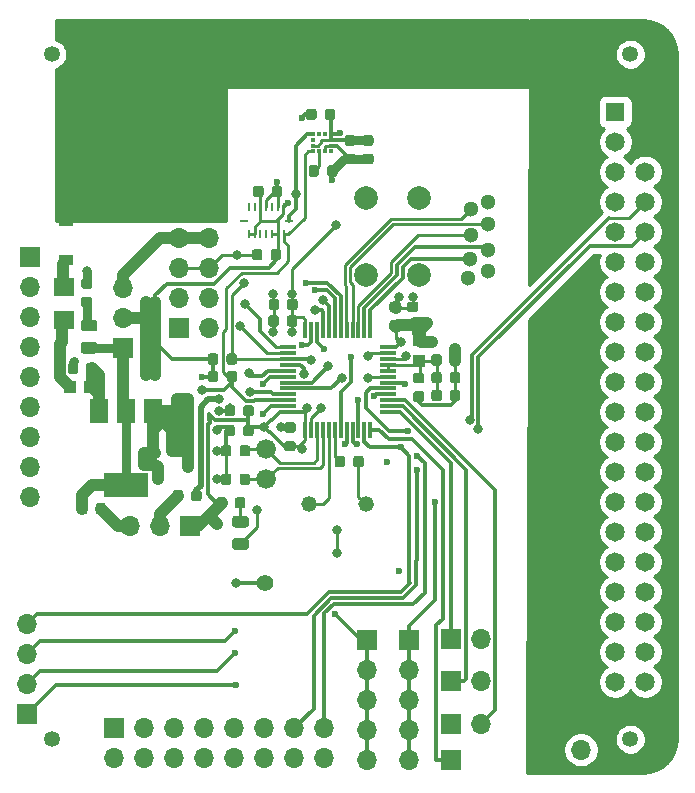
<source format=gbr>
%TF.GenerationSoftware,KiCad,Pcbnew,5.1.5+dfsg1-2build2*%
%TF.CreationDate,2021-10-16T11:12:39+01:00*%
%TF.ProjectId,bluePillG,626c7565-5069-46c6-9c47-2e6b69636164,rev?*%
%TF.SameCoordinates,Original*%
%TF.FileFunction,Copper,L1,Top*%
%TF.FilePolarity,Positive*%
%FSLAX46Y46*%
G04 Gerber Fmt 4.6, Leading zero omitted, Abs format (unit mm)*
G04 Created by KiCad (PCBNEW 5.1.5+dfsg1-2build2) date 2021-10-16 11:12:39*
%MOMM*%
%LPD*%
G04 APERTURE LIST*
%TA.AperFunction,SMDPad,CuDef*%
%ADD10R,1.200000X0.900000*%
%TD*%
%TA.AperFunction,ComponentPad*%
%ADD11C,1.350000*%
%TD*%
%TA.AperFunction,ComponentPad*%
%ADD12C,1.640000*%
%TD*%
%TA.AperFunction,ComponentPad*%
%ADD13R,1.640000X1.640000*%
%TD*%
%TA.AperFunction,SMDPad,CuDef*%
%ADD14R,1.475000X0.300000*%
%TD*%
%TA.AperFunction,SMDPad,CuDef*%
%ADD15R,0.300000X1.475000*%
%TD*%
%TA.AperFunction,SMDPad,CuDef*%
%ADD16C,0.100000*%
%TD*%
%TA.AperFunction,ComponentPad*%
%ADD17O,1.700000X1.700000*%
%TD*%
%TA.AperFunction,ComponentPad*%
%ADD18R,1.700000X1.700000*%
%TD*%
%TA.AperFunction,SMDPad,CuDef*%
%ADD19R,0.675000X0.250000*%
%TD*%
%TA.AperFunction,SMDPad,CuDef*%
%ADD20R,0.250000X0.675000*%
%TD*%
%TA.AperFunction,SMDPad,CuDef*%
%ADD21R,0.300000X0.350000*%
%TD*%
%TA.AperFunction,SMDPad,CuDef*%
%ADD22R,0.350000X0.300000*%
%TD*%
%TA.AperFunction,ComponentPad*%
%ADD23C,1.320800*%
%TD*%
%TA.AperFunction,ComponentPad*%
%ADD24C,1.676400*%
%TD*%
%TA.AperFunction,SMDPad,CuDef*%
%ADD25R,1.500000X2.000000*%
%TD*%
%TA.AperFunction,SMDPad,CuDef*%
%ADD26R,3.800000X2.000000*%
%TD*%
%TA.AperFunction,ComponentPad*%
%ADD27C,2.000000*%
%TD*%
%TA.AperFunction,SMDPad,CuDef*%
%ADD28R,0.998220X1.099820*%
%TD*%
%TA.AperFunction,SMDPad,CuDef*%
%ADD29R,1.099820X0.998220*%
%TD*%
%TA.AperFunction,SMDPad,CuDef*%
%ADD30R,1.798320X1.597660*%
%TD*%
%TA.AperFunction,ViaPad*%
%ADD31C,0.800000*%
%TD*%
%TA.AperFunction,ViaPad*%
%ADD32C,0.600000*%
%TD*%
%TA.AperFunction,ViaPad*%
%ADD33C,1.400000*%
%TD*%
%TA.AperFunction,ViaPad*%
%ADD34C,1.300000*%
%TD*%
%TA.AperFunction,Conductor*%
%ADD35C,0.300000*%
%TD*%
%TA.AperFunction,Conductor*%
%ADD36C,1.000000*%
%TD*%
%TA.AperFunction,Conductor*%
%ADD37C,0.250000*%
%TD*%
%TA.AperFunction,Conductor*%
%ADD38C,0.762000*%
%TD*%
%TA.AperFunction,Conductor*%
%ADD39C,0.508000*%
%TD*%
%TA.AperFunction,Conductor*%
%ADD40C,0.254000*%
%TD*%
G04 APERTURE END LIST*
D10*
%TO.P,D1,2*%
%TO.N,+5V*%
X27700874Y-61050001D03*
%TO.P,D1,1*%
%TO.N,Net-(D1-Pad1)*%
X27700874Y-64350001D03*
%TD*%
D11*
%TO.P,J4,44*%
%TO.N,N/C*%
X26520000Y-46920000D03*
%TO.P,J4,43*%
X26520000Y-104920000D03*
%TO.P,J4,42*%
X75520000Y-104920000D03*
%TO.P,J4,41*%
X75520000Y-46920000D03*
D12*
%TO.P,J4,40*%
%TO.N,Net-(J4-Pad40)*%
X76790000Y-100050000D03*
%TO.P,J4,39*%
%TO.N,GND*%
X74250000Y-100050000D03*
%TO.P,J4,38*%
%TO.N,Net-(J4-Pad38)*%
X76790000Y-97510000D03*
%TO.P,J4,37*%
%TO.N,Net-(J4-Pad37)*%
X74250000Y-97510000D03*
%TO.P,J4,36*%
%TO.N,Net-(J4-Pad36)*%
X76790000Y-94970000D03*
%TO.P,J4,35*%
%TO.N,Net-(J4-Pad35)*%
X74250000Y-94970000D03*
%TO.P,J4,34*%
%TO.N,GND*%
X76790000Y-92430000D03*
%TO.P,J4,33*%
%TO.N,Net-(J4-Pad33)*%
X74250000Y-92430000D03*
%TO.P,J4,32*%
%TO.N,Net-(J4-Pad32)*%
X76790000Y-89890000D03*
%TO.P,J4,31*%
%TO.N,Net-(J4-Pad31)*%
X74250000Y-89890000D03*
%TO.P,J4,30*%
%TO.N,GND*%
X76790000Y-87350000D03*
%TO.P,J4,29*%
%TO.N,Net-(J4-Pad29)*%
X74250000Y-87350000D03*
%TO.P,J4,28*%
%TO.N,Net-(J4-Pad28)*%
X76790000Y-84810000D03*
%TO.P,J4,27*%
%TO.N,Net-(J4-Pad27)*%
X74250000Y-84810000D03*
%TO.P,J4,26*%
%TO.N,Net-(J4-Pad26)*%
X76790000Y-82270000D03*
%TO.P,J4,25*%
%TO.N,GND*%
X74250000Y-82270000D03*
%TO.P,J4,24*%
%TO.N,Net-(J4-Pad24)*%
X76790000Y-79730000D03*
%TO.P,J4,23*%
%TO.N,Net-(J4-Pad23)*%
X74250000Y-79730000D03*
%TO.P,J4,22*%
%TO.N,Net-(J4-Pad22)*%
X76790000Y-77190000D03*
%TO.P,J4,21*%
%TO.N,Net-(J4-Pad21)*%
X74250000Y-77190000D03*
%TO.P,J4,20*%
%TO.N,GND*%
X76790000Y-74650000D03*
%TO.P,J4,19*%
%TO.N,Net-(J4-Pad19)*%
X74250000Y-74650000D03*
%TO.P,J4,18*%
%TO.N,Net-(J4-Pad18)*%
X76790000Y-72110000D03*
%TO.P,J4,17*%
%TO.N,Net-(J4-Pad17)*%
X74250000Y-72110000D03*
%TO.P,J4,16*%
%TO.N,Net-(J4-Pad16)*%
X76790000Y-69570000D03*
%TO.P,J4,15*%
%TO.N,Net-(J4-Pad15)*%
X74250000Y-69570000D03*
%TO.P,J4,14*%
%TO.N,GND*%
X76790000Y-67030000D03*
%TO.P,J4,13*%
%TO.N,Net-(J4-Pad13)*%
X74250000Y-67030000D03*
%TO.P,J4,12*%
%TO.N,Net-(J4-Pad12)*%
X76790000Y-64490000D03*
%TO.P,J4,11*%
%TO.N,Net-(J4-Pad11)*%
X74250000Y-64490000D03*
%TO.P,J4,10*%
%TO.N,PB6*%
X76790000Y-61950000D03*
%TO.P,J4,9*%
%TO.N,GND*%
X74250000Y-61950000D03*
%TO.P,J4,8*%
%TO.N,PB7*%
X76790000Y-59410000D03*
%TO.P,J4,7*%
%TO.N,Net-(J4-Pad7)*%
X74250000Y-59410000D03*
%TO.P,J4,6*%
%TO.N,GND*%
X76790000Y-56870000D03*
%TO.P,J4,5*%
%TO.N,Net-(J4-Pad5)*%
X74250000Y-56870000D03*
%TO.P,J4,4*%
%TO.N,+5V*%
X76790000Y-54330000D03*
%TO.P,J4,3*%
%TO.N,Net-(J4-Pad3)*%
X74250000Y-54330000D03*
%TO.P,J4,2*%
%TO.N,+5V*%
X76790000Y-51790000D03*
D13*
%TO.P,J4,1*%
%TO.N,Net-(J4-Pad1)*%
X74250000Y-51790000D03*
%TD*%
D14*
%TO.P,IC1,48*%
%TO.N,+3V3*%
X46512000Y-77212000D03*
%TO.P,IC1,47*%
%TO.N,GND*%
X46512000Y-76712000D03*
%TO.P,IC1,46*%
%TO.N,I2C_SDA*%
X46512000Y-76212000D03*
%TO.P,IC1,45*%
%TO.N,BOOT0*%
X46512000Y-75712000D03*
%TO.P,IC1,44*%
%TO.N,PB7*%
X46512000Y-75212000D03*
%TO.P,IC1,43*%
%TO.N,PB6*%
X46512000Y-74712000D03*
%TO.P,IC1,42*%
%TO.N,PB5*%
X46512000Y-74212000D03*
%TO.P,IC1,41*%
%TO.N,PB4*%
X46512000Y-73712000D03*
%TO.P,IC1,40*%
%TO.N,PB3*%
X46512000Y-73212000D03*
%TO.P,IC1,39*%
%TO.N,I2C_SCL*%
X46512000Y-72712000D03*
%TO.P,IC1,38*%
%TO.N,PA14*%
X46512000Y-72212000D03*
%TO.P,IC1,37*%
%TO.N,PA13*%
X46512000Y-71712000D03*
D15*
%TO.P,IC1,36*%
%TO.N,+3V3*%
X48000000Y-70224000D03*
%TO.P,IC1,35*%
%TO.N,GND*%
X48500000Y-70224000D03*
%TO.P,IC1,34*%
%TO.N,PA12*%
X49000000Y-70224000D03*
%TO.P,IC1,33*%
%TO.N,PA11*%
X49500000Y-70224000D03*
%TO.P,IC1,32*%
%TO.N,PA10*%
X50000000Y-70224000D03*
%TO.P,IC1,31*%
%TO.N,PA9*%
X50500000Y-70224000D03*
%TO.P,IC1,30*%
%TO.N,PA8*%
X51000000Y-70224000D03*
%TO.P,IC1,29*%
%TO.N,PB15*%
X51500000Y-70224000D03*
%TO.P,IC1,28*%
%TO.N,PB14*%
X52000000Y-70224000D03*
%TO.P,IC1,27*%
%TO.N,PB13*%
X52500000Y-70224000D03*
%TO.P,IC1,26*%
%TO.N,PB12*%
X53000000Y-70224000D03*
%TO.P,IC1,25*%
%TO.N,PB11*%
X53500000Y-70224000D03*
D14*
%TO.P,IC1,24*%
%TO.N,+3V3*%
X54988000Y-71712000D03*
%TO.P,IC1,23*%
%TO.N,GND*%
X54988000Y-72212000D03*
%TO.P,IC1,22*%
%TO.N,PB10*%
X54988000Y-72712000D03*
%TO.P,IC1,21*%
%TO.N,+3.3VA*%
X54988000Y-73212000D03*
%TO.P,IC1,20*%
X54988000Y-73712000D03*
%TO.P,IC1,19*%
%TO.N,GND*%
X54988000Y-74212000D03*
%TO.P,IC1,18*%
%TO.N,PB2*%
X54988000Y-74712000D03*
%TO.P,IC1,17*%
%TO.N,PB1*%
X54988000Y-75212000D03*
%TO.P,IC1,16*%
%TO.N,PB0*%
X54988000Y-75712000D03*
%TO.P,IC1,15*%
%TO.N,PA7*%
X54988000Y-76212000D03*
%TO.P,IC1,14*%
%TO.N,PA6*%
X54988000Y-76712000D03*
%TO.P,IC1,13*%
%TO.N,PA5*%
X54988000Y-77212000D03*
D15*
%TO.P,IC1,12*%
%TO.N,PA4*%
X53500000Y-78700000D03*
%TO.P,IC1,11*%
%TO.N,ADC3*%
X53000000Y-78700000D03*
%TO.P,IC1,10*%
%TO.N,ADC2*%
X52500000Y-78700000D03*
%TO.P,IC1,9*%
%TO.N,ADC1*%
X52000000Y-78700000D03*
%TO.P,IC1,8*%
%TO.N,ADC0*%
X51500000Y-78700000D03*
%TO.P,IC1,7*%
%TO.N,NRST*%
X51000000Y-78700000D03*
%TO.P,IC1,6*%
%TO.N,OSC_OUT*%
X50500000Y-78700000D03*
%TO.P,IC1,5*%
%TO.N,OSC_IN*%
X50000000Y-78700000D03*
%TO.P,IC1,4*%
%TO.N,OSC32_OUT*%
X49500000Y-78700000D03*
%TO.P,IC1,3*%
%TO.N,OSC32_IN*%
X49000000Y-78700000D03*
%TO.P,IC1,2*%
%TO.N,PC13*%
X48500000Y-78700000D03*
%TO.P,IC1,1*%
%TO.N,+3V3*%
X48000000Y-78700000D03*
%TD*%
%TA.AperFunction,SMDPad,CuDef*%
D16*
%TO.P,R7,2*%
%TO.N,I2C_SDA*%
G36*
X42015191Y-73726053D02*
G01*
X42036426Y-73729203D01*
X42057250Y-73734419D01*
X42077462Y-73741651D01*
X42096868Y-73750830D01*
X42115281Y-73761866D01*
X42132524Y-73774654D01*
X42148430Y-73789070D01*
X42162846Y-73804976D01*
X42175634Y-73822219D01*
X42186670Y-73840632D01*
X42195849Y-73860038D01*
X42203081Y-73880250D01*
X42208297Y-73901074D01*
X42211447Y-73922309D01*
X42212500Y-73943750D01*
X42212500Y-74456250D01*
X42211447Y-74477691D01*
X42208297Y-74498926D01*
X42203081Y-74519750D01*
X42195849Y-74539962D01*
X42186670Y-74559368D01*
X42175634Y-74577781D01*
X42162846Y-74595024D01*
X42148430Y-74610930D01*
X42132524Y-74625346D01*
X42115281Y-74638134D01*
X42096868Y-74649170D01*
X42077462Y-74658349D01*
X42057250Y-74665581D01*
X42036426Y-74670797D01*
X42015191Y-74673947D01*
X41993750Y-74675000D01*
X41556250Y-74675000D01*
X41534809Y-74673947D01*
X41513574Y-74670797D01*
X41492750Y-74665581D01*
X41472538Y-74658349D01*
X41453132Y-74649170D01*
X41434719Y-74638134D01*
X41417476Y-74625346D01*
X41401570Y-74610930D01*
X41387154Y-74595024D01*
X41374366Y-74577781D01*
X41363330Y-74559368D01*
X41354151Y-74539962D01*
X41346919Y-74519750D01*
X41341703Y-74498926D01*
X41338553Y-74477691D01*
X41337500Y-74456250D01*
X41337500Y-73943750D01*
X41338553Y-73922309D01*
X41341703Y-73901074D01*
X41346919Y-73880250D01*
X41354151Y-73860038D01*
X41363330Y-73840632D01*
X41374366Y-73822219D01*
X41387154Y-73804976D01*
X41401570Y-73789070D01*
X41417476Y-73774654D01*
X41434719Y-73761866D01*
X41453132Y-73750830D01*
X41472538Y-73741651D01*
X41492750Y-73734419D01*
X41513574Y-73729203D01*
X41534809Y-73726053D01*
X41556250Y-73725000D01*
X41993750Y-73725000D01*
X42015191Y-73726053D01*
G37*
%TD.AperFunction*%
%TA.AperFunction,SMDPad,CuDef*%
%TO.P,R7,1*%
%TO.N,+3V3*%
G36*
X40440191Y-73726053D02*
G01*
X40461426Y-73729203D01*
X40482250Y-73734419D01*
X40502462Y-73741651D01*
X40521868Y-73750830D01*
X40540281Y-73761866D01*
X40557524Y-73774654D01*
X40573430Y-73789070D01*
X40587846Y-73804976D01*
X40600634Y-73822219D01*
X40611670Y-73840632D01*
X40620849Y-73860038D01*
X40628081Y-73880250D01*
X40633297Y-73901074D01*
X40636447Y-73922309D01*
X40637500Y-73943750D01*
X40637500Y-74456250D01*
X40636447Y-74477691D01*
X40633297Y-74498926D01*
X40628081Y-74519750D01*
X40620849Y-74539962D01*
X40611670Y-74559368D01*
X40600634Y-74577781D01*
X40587846Y-74595024D01*
X40573430Y-74610930D01*
X40557524Y-74625346D01*
X40540281Y-74638134D01*
X40521868Y-74649170D01*
X40502462Y-74658349D01*
X40482250Y-74665581D01*
X40461426Y-74670797D01*
X40440191Y-74673947D01*
X40418750Y-74675000D01*
X39981250Y-74675000D01*
X39959809Y-74673947D01*
X39938574Y-74670797D01*
X39917750Y-74665581D01*
X39897538Y-74658349D01*
X39878132Y-74649170D01*
X39859719Y-74638134D01*
X39842476Y-74625346D01*
X39826570Y-74610930D01*
X39812154Y-74595024D01*
X39799366Y-74577781D01*
X39788330Y-74559368D01*
X39779151Y-74539962D01*
X39771919Y-74519750D01*
X39766703Y-74498926D01*
X39763553Y-74477691D01*
X39762500Y-74456250D01*
X39762500Y-73943750D01*
X39763553Y-73922309D01*
X39766703Y-73901074D01*
X39771919Y-73880250D01*
X39779151Y-73860038D01*
X39788330Y-73840632D01*
X39799366Y-73822219D01*
X39812154Y-73804976D01*
X39826570Y-73789070D01*
X39842476Y-73774654D01*
X39859719Y-73761866D01*
X39878132Y-73750830D01*
X39897538Y-73741651D01*
X39917750Y-73734419D01*
X39938574Y-73729203D01*
X39959809Y-73726053D01*
X39981250Y-73725000D01*
X40418750Y-73725000D01*
X40440191Y-73726053D01*
G37*
%TD.AperFunction*%
%TD*%
%TA.AperFunction,SMDPad,CuDef*%
%TO.P,R6,2*%
%TO.N,I2C_SCL*%
G36*
X42002691Y-72251053D02*
G01*
X42023926Y-72254203D01*
X42044750Y-72259419D01*
X42064962Y-72266651D01*
X42084368Y-72275830D01*
X42102781Y-72286866D01*
X42120024Y-72299654D01*
X42135930Y-72314070D01*
X42150346Y-72329976D01*
X42163134Y-72347219D01*
X42174170Y-72365632D01*
X42183349Y-72385038D01*
X42190581Y-72405250D01*
X42195797Y-72426074D01*
X42198947Y-72447309D01*
X42200000Y-72468750D01*
X42200000Y-72981250D01*
X42198947Y-73002691D01*
X42195797Y-73023926D01*
X42190581Y-73044750D01*
X42183349Y-73064962D01*
X42174170Y-73084368D01*
X42163134Y-73102781D01*
X42150346Y-73120024D01*
X42135930Y-73135930D01*
X42120024Y-73150346D01*
X42102781Y-73163134D01*
X42084368Y-73174170D01*
X42064962Y-73183349D01*
X42044750Y-73190581D01*
X42023926Y-73195797D01*
X42002691Y-73198947D01*
X41981250Y-73200000D01*
X41543750Y-73200000D01*
X41522309Y-73198947D01*
X41501074Y-73195797D01*
X41480250Y-73190581D01*
X41460038Y-73183349D01*
X41440632Y-73174170D01*
X41422219Y-73163134D01*
X41404976Y-73150346D01*
X41389070Y-73135930D01*
X41374654Y-73120024D01*
X41361866Y-73102781D01*
X41350830Y-73084368D01*
X41341651Y-73064962D01*
X41334419Y-73044750D01*
X41329203Y-73023926D01*
X41326053Y-73002691D01*
X41325000Y-72981250D01*
X41325000Y-72468750D01*
X41326053Y-72447309D01*
X41329203Y-72426074D01*
X41334419Y-72405250D01*
X41341651Y-72385038D01*
X41350830Y-72365632D01*
X41361866Y-72347219D01*
X41374654Y-72329976D01*
X41389070Y-72314070D01*
X41404976Y-72299654D01*
X41422219Y-72286866D01*
X41440632Y-72275830D01*
X41460038Y-72266651D01*
X41480250Y-72259419D01*
X41501074Y-72254203D01*
X41522309Y-72251053D01*
X41543750Y-72250000D01*
X41981250Y-72250000D01*
X42002691Y-72251053D01*
G37*
%TD.AperFunction*%
%TA.AperFunction,SMDPad,CuDef*%
%TO.P,R6,1*%
%TO.N,+3V3*%
G36*
X40427691Y-72251053D02*
G01*
X40448926Y-72254203D01*
X40469750Y-72259419D01*
X40489962Y-72266651D01*
X40509368Y-72275830D01*
X40527781Y-72286866D01*
X40545024Y-72299654D01*
X40560930Y-72314070D01*
X40575346Y-72329976D01*
X40588134Y-72347219D01*
X40599170Y-72365632D01*
X40608349Y-72385038D01*
X40615581Y-72405250D01*
X40620797Y-72426074D01*
X40623947Y-72447309D01*
X40625000Y-72468750D01*
X40625000Y-72981250D01*
X40623947Y-73002691D01*
X40620797Y-73023926D01*
X40615581Y-73044750D01*
X40608349Y-73064962D01*
X40599170Y-73084368D01*
X40588134Y-73102781D01*
X40575346Y-73120024D01*
X40560930Y-73135930D01*
X40545024Y-73150346D01*
X40527781Y-73163134D01*
X40509368Y-73174170D01*
X40489962Y-73183349D01*
X40469750Y-73190581D01*
X40448926Y-73195797D01*
X40427691Y-73198947D01*
X40406250Y-73200000D01*
X39968750Y-73200000D01*
X39947309Y-73198947D01*
X39926074Y-73195797D01*
X39905250Y-73190581D01*
X39885038Y-73183349D01*
X39865632Y-73174170D01*
X39847219Y-73163134D01*
X39829976Y-73150346D01*
X39814070Y-73135930D01*
X39799654Y-73120024D01*
X39786866Y-73102781D01*
X39775830Y-73084368D01*
X39766651Y-73064962D01*
X39759419Y-73044750D01*
X39754203Y-73023926D01*
X39751053Y-73002691D01*
X39750000Y-72981250D01*
X39750000Y-72468750D01*
X39751053Y-72447309D01*
X39754203Y-72426074D01*
X39759419Y-72405250D01*
X39766651Y-72385038D01*
X39775830Y-72365632D01*
X39786866Y-72347219D01*
X39799654Y-72329976D01*
X39814070Y-72314070D01*
X39829976Y-72299654D01*
X39847219Y-72286866D01*
X39865632Y-72275830D01*
X39885038Y-72266651D01*
X39905250Y-72259419D01*
X39926074Y-72254203D01*
X39947309Y-72251053D01*
X39968750Y-72250000D01*
X40406250Y-72250000D01*
X40427691Y-72251053D01*
G37*
%TD.AperFunction*%
%TD*%
D17*
%TO.P,J15,9*%
%TO.N,Net-(J15-Pad9)*%
X24700874Y-84420001D03*
%TO.P,J15,8*%
%TO.N,Net-(J15-Pad8)*%
X24700874Y-81880001D03*
%TO.P,J15,7*%
%TO.N,Net-(J15-Pad7)*%
X24700874Y-79340001D03*
%TO.P,J15,6*%
%TO.N,Net-(J15-Pad6)*%
X24700874Y-76800001D03*
%TO.P,J15,5*%
%TO.N,I2C_SDA*%
X24700874Y-74260001D03*
%TO.P,J15,4*%
%TO.N,I2C_SCL*%
X24700874Y-71720001D03*
%TO.P,J15,3*%
%TO.N,GND*%
X24700874Y-69180001D03*
%TO.P,J15,2*%
%TO.N,+3V3*%
X24700874Y-66640001D03*
D18*
%TO.P,J15,1*%
%TO.N,Net-(J15-Pad1)*%
X24700874Y-64100001D03*
%TD*%
D17*
%TO.P,J14,5*%
%TO.N,I2C_SDA*%
X53200000Y-106660000D03*
%TO.P,J14,4*%
X53200000Y-104120000D03*
%TO.P,J14,3*%
X53200000Y-101580000D03*
%TO.P,J14,2*%
X53200000Y-99040000D03*
D18*
%TO.P,J14,1*%
X53200000Y-96500000D03*
%TD*%
D17*
%TO.P,J13,5*%
%TO.N,I2C_SCL*%
X56800000Y-106660000D03*
%TO.P,J13,4*%
X56800000Y-104120000D03*
%TO.P,J13,3*%
X56800000Y-101580000D03*
%TO.P,J13,2*%
X56800000Y-99040000D03*
D18*
%TO.P,J13,1*%
X56800000Y-96500000D03*
%TD*%
D17*
%TO.P,J12,16*%
%TO.N,GND*%
X49620000Y-106540000D03*
%TO.P,J12,15*%
%TO.N,PB1*%
X49620000Y-104000000D03*
%TO.P,J12,14*%
%TO.N,GND*%
X47080000Y-106540000D03*
%TO.P,J12,13*%
%TO.N,PB0*%
X47080000Y-104000000D03*
%TO.P,J12,12*%
%TO.N,GND*%
X44540000Y-106540000D03*
%TO.P,J12,11*%
%TO.N,PA11*%
X44540000Y-104000000D03*
%TO.P,J12,10*%
%TO.N,GND*%
X42000000Y-106540000D03*
%TO.P,J12,9*%
%TO.N,PA10*%
X42000000Y-104000000D03*
%TO.P,J12,8*%
%TO.N,GND*%
X39460000Y-106540000D03*
%TO.P,J12,7*%
%TO.N,PB5*%
X39460000Y-104000000D03*
%TO.P,J12,6*%
%TO.N,GND*%
X36920000Y-106540000D03*
%TO.P,J12,5*%
%TO.N,PB4*%
X36920000Y-104000000D03*
%TO.P,J12,4*%
%TO.N,GND*%
X34380000Y-106540000D03*
%TO.P,J12,3*%
%TO.N,PA9*%
X34380000Y-104000000D03*
%TO.P,J12,2*%
%TO.N,GND*%
X31840000Y-106540000D03*
D18*
%TO.P,J12,1*%
%TO.N,PA8*%
X31840000Y-104000000D03*
%TD*%
%TO.P,J11,1*%
%TO.N,PA4*%
X60300000Y-106700000D03*
%TD*%
D17*
%TO.P,J10,2*%
%TO.N,PA7*%
X62840000Y-103600000D03*
D18*
%TO.P,J10,1*%
X60300000Y-103600000D03*
%TD*%
D17*
%TO.P,J9,2*%
%TO.N,PA6*%
X62840000Y-100000000D03*
D18*
%TO.P,J9,1*%
X60300000Y-100000000D03*
%TD*%
D17*
%TO.P,J8,2*%
%TO.N,PA5*%
X62840000Y-96400000D03*
D18*
%TO.P,J8,1*%
X60300000Y-96400000D03*
%TD*%
D17*
%TO.P,J7,4*%
%TO.N,ADC3*%
X24400000Y-95180000D03*
%TO.P,J7,3*%
%TO.N,ADC2*%
X24400000Y-97720000D03*
%TO.P,J7,2*%
%TO.N,ADC1*%
X24400000Y-100260000D03*
D18*
%TO.P,J7,1*%
%TO.N,ADC0*%
X24400000Y-102800000D03*
%TD*%
D17*
%TO.P,J6,2*%
%TO.N,GND*%
X71340000Y-105800000D03*
D18*
%TO.P,J6,1*%
%TO.N,+5V*%
X68800000Y-105800000D03*
%TD*%
D19*
%TO.P,IC3,16*%
%TO.N,Net-(IC3-Pad16)*%
X42785000Y-61000000D03*
D20*
%TO.P,IC3,15*%
%TO.N,+3V3*%
X43200000Y-62165000D03*
%TO.P,IC3,14*%
X43700000Y-62165000D03*
%TO.P,IC3,13*%
%TO.N,Net-(IC3-Pad13)*%
X44200000Y-62165000D03*
%TO.P,IC3,12*%
%TO.N,Net-(IC3-Pad12)*%
X44700000Y-62165000D03*
%TO.P,IC3,11*%
%TO.N,+3V3*%
X45200000Y-62165000D03*
%TO.P,IC3,10*%
X45700000Y-62165000D03*
%TO.P,IC3,9*%
%TO.N,I2C_SDA*%
X46200000Y-62165000D03*
D19*
%TO.P,IC3,8*%
%TO.N,I2C_SCL*%
X46615000Y-61000000D03*
D20*
%TO.P,IC3,7*%
%TO.N,+3V3*%
X46200000Y-59835000D03*
%TO.P,IC3,6*%
%TO.N,GND*%
X45700000Y-59835000D03*
%TO.P,IC3,5*%
%TO.N,Net-(IC3-Pad5)*%
X45200000Y-59835000D03*
%TO.P,IC3,4*%
%TO.N,GND*%
X44700000Y-59835000D03*
%TO.P,IC3,3*%
%TO.N,+3V3*%
X44200000Y-59835000D03*
%TO.P,IC3,2*%
%TO.N,Net-(IC3-Pad2)*%
X43700000Y-59835000D03*
%TO.P,IC3,1*%
%TO.N,Net-(IC3-Pad1)*%
X43200000Y-59835000D03*
%TD*%
D21*
%TO.P,IC2,12*%
%TO.N,Net-(IC2-Pad12)*%
X49150000Y-53650000D03*
%TO.P,IC2,11*%
%TO.N,Net-(IC2-Pad11)*%
X49650000Y-53650000D03*
D22*
%TO.P,IC2,10*%
%TO.N,+3V3*%
X50150000Y-53650000D03*
%TO.P,IC2,9*%
X50150000Y-54150000D03*
%TO.P,IC2,8*%
%TO.N,GND*%
X50150000Y-54650000D03*
%TO.P,IC2,7*%
%TO.N,Net-(IC2-Pad7)*%
X50150000Y-55150000D03*
D21*
%TO.P,IC2,6*%
%TO.N,GND*%
X49650000Y-55150000D03*
%TO.P,IC2,5*%
%TO.N,Net-(C20-Pad1)*%
X49150000Y-55150000D03*
D22*
%TO.P,IC2,4*%
%TO.N,I2C_SDA*%
X48650000Y-55150000D03*
%TO.P,IC2,3*%
%TO.N,+3V3*%
X48650000Y-54650000D03*
%TO.P,IC2,2*%
%TO.N,Net-(IC2-Pad2)*%
X48650000Y-54150000D03*
%TO.P,IC2,1*%
%TO.N,I2C_SCL*%
X48650000Y-53650000D03*
%TD*%
%TA.AperFunction,SMDPad,CuDef*%
D16*
%TO.P,C25,2*%
%TO.N,GND*%
G36*
X53577691Y-55351053D02*
G01*
X53598926Y-55354203D01*
X53619750Y-55359419D01*
X53639962Y-55366651D01*
X53659368Y-55375830D01*
X53677781Y-55386866D01*
X53695024Y-55399654D01*
X53710930Y-55414070D01*
X53725346Y-55429976D01*
X53738134Y-55447219D01*
X53749170Y-55465632D01*
X53758349Y-55485038D01*
X53765581Y-55505250D01*
X53770797Y-55526074D01*
X53773947Y-55547309D01*
X53775000Y-55568750D01*
X53775000Y-56006250D01*
X53773947Y-56027691D01*
X53770797Y-56048926D01*
X53765581Y-56069750D01*
X53758349Y-56089962D01*
X53749170Y-56109368D01*
X53738134Y-56127781D01*
X53725346Y-56145024D01*
X53710930Y-56160930D01*
X53695024Y-56175346D01*
X53677781Y-56188134D01*
X53659368Y-56199170D01*
X53639962Y-56208349D01*
X53619750Y-56215581D01*
X53598926Y-56220797D01*
X53577691Y-56223947D01*
X53556250Y-56225000D01*
X53043750Y-56225000D01*
X53022309Y-56223947D01*
X53001074Y-56220797D01*
X52980250Y-56215581D01*
X52960038Y-56208349D01*
X52940632Y-56199170D01*
X52922219Y-56188134D01*
X52904976Y-56175346D01*
X52889070Y-56160930D01*
X52874654Y-56145024D01*
X52861866Y-56127781D01*
X52850830Y-56109368D01*
X52841651Y-56089962D01*
X52834419Y-56069750D01*
X52829203Y-56048926D01*
X52826053Y-56027691D01*
X52825000Y-56006250D01*
X52825000Y-55568750D01*
X52826053Y-55547309D01*
X52829203Y-55526074D01*
X52834419Y-55505250D01*
X52841651Y-55485038D01*
X52850830Y-55465632D01*
X52861866Y-55447219D01*
X52874654Y-55429976D01*
X52889070Y-55414070D01*
X52904976Y-55399654D01*
X52922219Y-55386866D01*
X52940632Y-55375830D01*
X52960038Y-55366651D01*
X52980250Y-55359419D01*
X53001074Y-55354203D01*
X53022309Y-55351053D01*
X53043750Y-55350000D01*
X53556250Y-55350000D01*
X53577691Y-55351053D01*
G37*
%TD.AperFunction*%
%TA.AperFunction,SMDPad,CuDef*%
%TO.P,C25,1*%
%TO.N,+3V3*%
G36*
X53577691Y-53776053D02*
G01*
X53598926Y-53779203D01*
X53619750Y-53784419D01*
X53639962Y-53791651D01*
X53659368Y-53800830D01*
X53677781Y-53811866D01*
X53695024Y-53824654D01*
X53710930Y-53839070D01*
X53725346Y-53854976D01*
X53738134Y-53872219D01*
X53749170Y-53890632D01*
X53758349Y-53910038D01*
X53765581Y-53930250D01*
X53770797Y-53951074D01*
X53773947Y-53972309D01*
X53775000Y-53993750D01*
X53775000Y-54431250D01*
X53773947Y-54452691D01*
X53770797Y-54473926D01*
X53765581Y-54494750D01*
X53758349Y-54514962D01*
X53749170Y-54534368D01*
X53738134Y-54552781D01*
X53725346Y-54570024D01*
X53710930Y-54585930D01*
X53695024Y-54600346D01*
X53677781Y-54613134D01*
X53659368Y-54624170D01*
X53639962Y-54633349D01*
X53619750Y-54640581D01*
X53598926Y-54645797D01*
X53577691Y-54648947D01*
X53556250Y-54650000D01*
X53043750Y-54650000D01*
X53022309Y-54648947D01*
X53001074Y-54645797D01*
X52980250Y-54640581D01*
X52960038Y-54633349D01*
X52940632Y-54624170D01*
X52922219Y-54613134D01*
X52904976Y-54600346D01*
X52889070Y-54585930D01*
X52874654Y-54570024D01*
X52861866Y-54552781D01*
X52850830Y-54534368D01*
X52841651Y-54514962D01*
X52834419Y-54494750D01*
X52829203Y-54473926D01*
X52826053Y-54452691D01*
X52825000Y-54431250D01*
X52825000Y-53993750D01*
X52826053Y-53972309D01*
X52829203Y-53951074D01*
X52834419Y-53930250D01*
X52841651Y-53910038D01*
X52850830Y-53890632D01*
X52861866Y-53872219D01*
X52874654Y-53854976D01*
X52889070Y-53839070D01*
X52904976Y-53824654D01*
X52922219Y-53811866D01*
X52940632Y-53800830D01*
X52960038Y-53791651D01*
X52980250Y-53784419D01*
X53001074Y-53779203D01*
X53022309Y-53776053D01*
X53043750Y-53775000D01*
X53556250Y-53775000D01*
X53577691Y-53776053D01*
G37*
%TD.AperFunction*%
%TD*%
%TA.AperFunction,SMDPad,CuDef*%
%TO.P,C24,2*%
%TO.N,GND*%
G36*
X52077691Y-55351053D02*
G01*
X52098926Y-55354203D01*
X52119750Y-55359419D01*
X52139962Y-55366651D01*
X52159368Y-55375830D01*
X52177781Y-55386866D01*
X52195024Y-55399654D01*
X52210930Y-55414070D01*
X52225346Y-55429976D01*
X52238134Y-55447219D01*
X52249170Y-55465632D01*
X52258349Y-55485038D01*
X52265581Y-55505250D01*
X52270797Y-55526074D01*
X52273947Y-55547309D01*
X52275000Y-55568750D01*
X52275000Y-56006250D01*
X52273947Y-56027691D01*
X52270797Y-56048926D01*
X52265581Y-56069750D01*
X52258349Y-56089962D01*
X52249170Y-56109368D01*
X52238134Y-56127781D01*
X52225346Y-56145024D01*
X52210930Y-56160930D01*
X52195024Y-56175346D01*
X52177781Y-56188134D01*
X52159368Y-56199170D01*
X52139962Y-56208349D01*
X52119750Y-56215581D01*
X52098926Y-56220797D01*
X52077691Y-56223947D01*
X52056250Y-56225000D01*
X51543750Y-56225000D01*
X51522309Y-56223947D01*
X51501074Y-56220797D01*
X51480250Y-56215581D01*
X51460038Y-56208349D01*
X51440632Y-56199170D01*
X51422219Y-56188134D01*
X51404976Y-56175346D01*
X51389070Y-56160930D01*
X51374654Y-56145024D01*
X51361866Y-56127781D01*
X51350830Y-56109368D01*
X51341651Y-56089962D01*
X51334419Y-56069750D01*
X51329203Y-56048926D01*
X51326053Y-56027691D01*
X51325000Y-56006250D01*
X51325000Y-55568750D01*
X51326053Y-55547309D01*
X51329203Y-55526074D01*
X51334419Y-55505250D01*
X51341651Y-55485038D01*
X51350830Y-55465632D01*
X51361866Y-55447219D01*
X51374654Y-55429976D01*
X51389070Y-55414070D01*
X51404976Y-55399654D01*
X51422219Y-55386866D01*
X51440632Y-55375830D01*
X51460038Y-55366651D01*
X51480250Y-55359419D01*
X51501074Y-55354203D01*
X51522309Y-55351053D01*
X51543750Y-55350000D01*
X52056250Y-55350000D01*
X52077691Y-55351053D01*
G37*
%TD.AperFunction*%
%TA.AperFunction,SMDPad,CuDef*%
%TO.P,C24,1*%
%TO.N,+3V3*%
G36*
X52077691Y-53776053D02*
G01*
X52098926Y-53779203D01*
X52119750Y-53784419D01*
X52139962Y-53791651D01*
X52159368Y-53800830D01*
X52177781Y-53811866D01*
X52195024Y-53824654D01*
X52210930Y-53839070D01*
X52225346Y-53854976D01*
X52238134Y-53872219D01*
X52249170Y-53890632D01*
X52258349Y-53910038D01*
X52265581Y-53930250D01*
X52270797Y-53951074D01*
X52273947Y-53972309D01*
X52275000Y-53993750D01*
X52275000Y-54431250D01*
X52273947Y-54452691D01*
X52270797Y-54473926D01*
X52265581Y-54494750D01*
X52258349Y-54514962D01*
X52249170Y-54534368D01*
X52238134Y-54552781D01*
X52225346Y-54570024D01*
X52210930Y-54585930D01*
X52195024Y-54600346D01*
X52177781Y-54613134D01*
X52159368Y-54624170D01*
X52139962Y-54633349D01*
X52119750Y-54640581D01*
X52098926Y-54645797D01*
X52077691Y-54648947D01*
X52056250Y-54650000D01*
X51543750Y-54650000D01*
X51522309Y-54648947D01*
X51501074Y-54645797D01*
X51480250Y-54640581D01*
X51460038Y-54633349D01*
X51440632Y-54624170D01*
X51422219Y-54613134D01*
X51404976Y-54600346D01*
X51389070Y-54585930D01*
X51374654Y-54570024D01*
X51361866Y-54552781D01*
X51350830Y-54534368D01*
X51341651Y-54514962D01*
X51334419Y-54494750D01*
X51329203Y-54473926D01*
X51326053Y-54452691D01*
X51325000Y-54431250D01*
X51325000Y-53993750D01*
X51326053Y-53972309D01*
X51329203Y-53951074D01*
X51334419Y-53930250D01*
X51341651Y-53910038D01*
X51350830Y-53890632D01*
X51361866Y-53872219D01*
X51374654Y-53854976D01*
X51389070Y-53839070D01*
X51404976Y-53824654D01*
X51422219Y-53811866D01*
X51440632Y-53800830D01*
X51460038Y-53791651D01*
X51480250Y-53784419D01*
X51501074Y-53779203D01*
X51522309Y-53776053D01*
X51543750Y-53775000D01*
X52056250Y-53775000D01*
X52077691Y-53776053D01*
G37*
%TD.AperFunction*%
%TD*%
%TA.AperFunction,SMDPad,CuDef*%
%TO.P,C23,2*%
%TO.N,GND*%
G36*
X48752691Y-51526053D02*
G01*
X48773926Y-51529203D01*
X48794750Y-51534419D01*
X48814962Y-51541651D01*
X48834368Y-51550830D01*
X48852781Y-51561866D01*
X48870024Y-51574654D01*
X48885930Y-51589070D01*
X48900346Y-51604976D01*
X48913134Y-51622219D01*
X48924170Y-51640632D01*
X48933349Y-51660038D01*
X48940581Y-51680250D01*
X48945797Y-51701074D01*
X48948947Y-51722309D01*
X48950000Y-51743750D01*
X48950000Y-52256250D01*
X48948947Y-52277691D01*
X48945797Y-52298926D01*
X48940581Y-52319750D01*
X48933349Y-52339962D01*
X48924170Y-52359368D01*
X48913134Y-52377781D01*
X48900346Y-52395024D01*
X48885930Y-52410930D01*
X48870024Y-52425346D01*
X48852781Y-52438134D01*
X48834368Y-52449170D01*
X48814962Y-52458349D01*
X48794750Y-52465581D01*
X48773926Y-52470797D01*
X48752691Y-52473947D01*
X48731250Y-52475000D01*
X48293750Y-52475000D01*
X48272309Y-52473947D01*
X48251074Y-52470797D01*
X48230250Y-52465581D01*
X48210038Y-52458349D01*
X48190632Y-52449170D01*
X48172219Y-52438134D01*
X48154976Y-52425346D01*
X48139070Y-52410930D01*
X48124654Y-52395024D01*
X48111866Y-52377781D01*
X48100830Y-52359368D01*
X48091651Y-52339962D01*
X48084419Y-52319750D01*
X48079203Y-52298926D01*
X48076053Y-52277691D01*
X48075000Y-52256250D01*
X48075000Y-51743750D01*
X48076053Y-51722309D01*
X48079203Y-51701074D01*
X48084419Y-51680250D01*
X48091651Y-51660038D01*
X48100830Y-51640632D01*
X48111866Y-51622219D01*
X48124654Y-51604976D01*
X48139070Y-51589070D01*
X48154976Y-51574654D01*
X48172219Y-51561866D01*
X48190632Y-51550830D01*
X48210038Y-51541651D01*
X48230250Y-51534419D01*
X48251074Y-51529203D01*
X48272309Y-51526053D01*
X48293750Y-51525000D01*
X48731250Y-51525000D01*
X48752691Y-51526053D01*
G37*
%TD.AperFunction*%
%TA.AperFunction,SMDPad,CuDef*%
%TO.P,C23,1*%
%TO.N,+3V3*%
G36*
X50327691Y-51526053D02*
G01*
X50348926Y-51529203D01*
X50369750Y-51534419D01*
X50389962Y-51541651D01*
X50409368Y-51550830D01*
X50427781Y-51561866D01*
X50445024Y-51574654D01*
X50460930Y-51589070D01*
X50475346Y-51604976D01*
X50488134Y-51622219D01*
X50499170Y-51640632D01*
X50508349Y-51660038D01*
X50515581Y-51680250D01*
X50520797Y-51701074D01*
X50523947Y-51722309D01*
X50525000Y-51743750D01*
X50525000Y-52256250D01*
X50523947Y-52277691D01*
X50520797Y-52298926D01*
X50515581Y-52319750D01*
X50508349Y-52339962D01*
X50499170Y-52359368D01*
X50488134Y-52377781D01*
X50475346Y-52395024D01*
X50460930Y-52410930D01*
X50445024Y-52425346D01*
X50427781Y-52438134D01*
X50409368Y-52449170D01*
X50389962Y-52458349D01*
X50369750Y-52465581D01*
X50348926Y-52470797D01*
X50327691Y-52473947D01*
X50306250Y-52475000D01*
X49868750Y-52475000D01*
X49847309Y-52473947D01*
X49826074Y-52470797D01*
X49805250Y-52465581D01*
X49785038Y-52458349D01*
X49765632Y-52449170D01*
X49747219Y-52438134D01*
X49729976Y-52425346D01*
X49714070Y-52410930D01*
X49699654Y-52395024D01*
X49686866Y-52377781D01*
X49675830Y-52359368D01*
X49666651Y-52339962D01*
X49659419Y-52319750D01*
X49654203Y-52298926D01*
X49651053Y-52277691D01*
X49650000Y-52256250D01*
X49650000Y-51743750D01*
X49651053Y-51722309D01*
X49654203Y-51701074D01*
X49659419Y-51680250D01*
X49666651Y-51660038D01*
X49675830Y-51640632D01*
X49686866Y-51622219D01*
X49699654Y-51604976D01*
X49714070Y-51589070D01*
X49729976Y-51574654D01*
X49747219Y-51561866D01*
X49765632Y-51550830D01*
X49785038Y-51541651D01*
X49805250Y-51534419D01*
X49826074Y-51529203D01*
X49847309Y-51526053D01*
X49868750Y-51525000D01*
X50306250Y-51525000D01*
X50327691Y-51526053D01*
G37*
%TD.AperFunction*%
%TD*%
%TA.AperFunction,SMDPad,CuDef*%
%TO.P,C22,2*%
%TO.N,GND*%
G36*
X44165191Y-63426053D02*
G01*
X44186426Y-63429203D01*
X44207250Y-63434419D01*
X44227462Y-63441651D01*
X44246868Y-63450830D01*
X44265281Y-63461866D01*
X44282524Y-63474654D01*
X44298430Y-63489070D01*
X44312846Y-63504976D01*
X44325634Y-63522219D01*
X44336670Y-63540632D01*
X44345849Y-63560038D01*
X44353081Y-63580250D01*
X44358297Y-63601074D01*
X44361447Y-63622309D01*
X44362500Y-63643750D01*
X44362500Y-64156250D01*
X44361447Y-64177691D01*
X44358297Y-64198926D01*
X44353081Y-64219750D01*
X44345849Y-64239962D01*
X44336670Y-64259368D01*
X44325634Y-64277781D01*
X44312846Y-64295024D01*
X44298430Y-64310930D01*
X44282524Y-64325346D01*
X44265281Y-64338134D01*
X44246868Y-64349170D01*
X44227462Y-64358349D01*
X44207250Y-64365581D01*
X44186426Y-64370797D01*
X44165191Y-64373947D01*
X44143750Y-64375000D01*
X43706250Y-64375000D01*
X43684809Y-64373947D01*
X43663574Y-64370797D01*
X43642750Y-64365581D01*
X43622538Y-64358349D01*
X43603132Y-64349170D01*
X43584719Y-64338134D01*
X43567476Y-64325346D01*
X43551570Y-64310930D01*
X43537154Y-64295024D01*
X43524366Y-64277781D01*
X43513330Y-64259368D01*
X43504151Y-64239962D01*
X43496919Y-64219750D01*
X43491703Y-64198926D01*
X43488553Y-64177691D01*
X43487500Y-64156250D01*
X43487500Y-63643750D01*
X43488553Y-63622309D01*
X43491703Y-63601074D01*
X43496919Y-63580250D01*
X43504151Y-63560038D01*
X43513330Y-63540632D01*
X43524366Y-63522219D01*
X43537154Y-63504976D01*
X43551570Y-63489070D01*
X43567476Y-63474654D01*
X43584719Y-63461866D01*
X43603132Y-63450830D01*
X43622538Y-63441651D01*
X43642750Y-63434419D01*
X43663574Y-63429203D01*
X43684809Y-63426053D01*
X43706250Y-63425000D01*
X44143750Y-63425000D01*
X44165191Y-63426053D01*
G37*
%TD.AperFunction*%
%TA.AperFunction,SMDPad,CuDef*%
%TO.P,C22,1*%
%TO.N,+3V3*%
G36*
X45740191Y-63426053D02*
G01*
X45761426Y-63429203D01*
X45782250Y-63434419D01*
X45802462Y-63441651D01*
X45821868Y-63450830D01*
X45840281Y-63461866D01*
X45857524Y-63474654D01*
X45873430Y-63489070D01*
X45887846Y-63504976D01*
X45900634Y-63522219D01*
X45911670Y-63540632D01*
X45920849Y-63560038D01*
X45928081Y-63580250D01*
X45933297Y-63601074D01*
X45936447Y-63622309D01*
X45937500Y-63643750D01*
X45937500Y-64156250D01*
X45936447Y-64177691D01*
X45933297Y-64198926D01*
X45928081Y-64219750D01*
X45920849Y-64239962D01*
X45911670Y-64259368D01*
X45900634Y-64277781D01*
X45887846Y-64295024D01*
X45873430Y-64310930D01*
X45857524Y-64325346D01*
X45840281Y-64338134D01*
X45821868Y-64349170D01*
X45802462Y-64358349D01*
X45782250Y-64365581D01*
X45761426Y-64370797D01*
X45740191Y-64373947D01*
X45718750Y-64375000D01*
X45281250Y-64375000D01*
X45259809Y-64373947D01*
X45238574Y-64370797D01*
X45217750Y-64365581D01*
X45197538Y-64358349D01*
X45178132Y-64349170D01*
X45159719Y-64338134D01*
X45142476Y-64325346D01*
X45126570Y-64310930D01*
X45112154Y-64295024D01*
X45099366Y-64277781D01*
X45088330Y-64259368D01*
X45079151Y-64239962D01*
X45071919Y-64219750D01*
X45066703Y-64198926D01*
X45063553Y-64177691D01*
X45062500Y-64156250D01*
X45062500Y-63643750D01*
X45063553Y-63622309D01*
X45066703Y-63601074D01*
X45071919Y-63580250D01*
X45079151Y-63560038D01*
X45088330Y-63540632D01*
X45099366Y-63522219D01*
X45112154Y-63504976D01*
X45126570Y-63489070D01*
X45142476Y-63474654D01*
X45159719Y-63461866D01*
X45178132Y-63450830D01*
X45197538Y-63441651D01*
X45217750Y-63434419D01*
X45238574Y-63429203D01*
X45259809Y-63426053D01*
X45281250Y-63425000D01*
X45718750Y-63425000D01*
X45740191Y-63426053D01*
G37*
%TD.AperFunction*%
%TD*%
%TA.AperFunction,SMDPad,CuDef*%
%TO.P,C21,2*%
%TO.N,GND*%
G36*
X45847691Y-58056053D02*
G01*
X45868926Y-58059203D01*
X45889750Y-58064419D01*
X45909962Y-58071651D01*
X45929368Y-58080830D01*
X45947781Y-58091866D01*
X45965024Y-58104654D01*
X45980930Y-58119070D01*
X45995346Y-58134976D01*
X46008134Y-58152219D01*
X46019170Y-58170632D01*
X46028349Y-58190038D01*
X46035581Y-58210250D01*
X46040797Y-58231074D01*
X46043947Y-58252309D01*
X46045000Y-58273750D01*
X46045000Y-58786250D01*
X46043947Y-58807691D01*
X46040797Y-58828926D01*
X46035581Y-58849750D01*
X46028349Y-58869962D01*
X46019170Y-58889368D01*
X46008134Y-58907781D01*
X45995346Y-58925024D01*
X45980930Y-58940930D01*
X45965024Y-58955346D01*
X45947781Y-58968134D01*
X45929368Y-58979170D01*
X45909962Y-58988349D01*
X45889750Y-58995581D01*
X45868926Y-59000797D01*
X45847691Y-59003947D01*
X45826250Y-59005000D01*
X45388750Y-59005000D01*
X45367309Y-59003947D01*
X45346074Y-59000797D01*
X45325250Y-58995581D01*
X45305038Y-58988349D01*
X45285632Y-58979170D01*
X45267219Y-58968134D01*
X45249976Y-58955346D01*
X45234070Y-58940930D01*
X45219654Y-58925024D01*
X45206866Y-58907781D01*
X45195830Y-58889368D01*
X45186651Y-58869962D01*
X45179419Y-58849750D01*
X45174203Y-58828926D01*
X45171053Y-58807691D01*
X45170000Y-58786250D01*
X45170000Y-58273750D01*
X45171053Y-58252309D01*
X45174203Y-58231074D01*
X45179419Y-58210250D01*
X45186651Y-58190038D01*
X45195830Y-58170632D01*
X45206866Y-58152219D01*
X45219654Y-58134976D01*
X45234070Y-58119070D01*
X45249976Y-58104654D01*
X45267219Y-58091866D01*
X45285632Y-58080830D01*
X45305038Y-58071651D01*
X45325250Y-58064419D01*
X45346074Y-58059203D01*
X45367309Y-58056053D01*
X45388750Y-58055000D01*
X45826250Y-58055000D01*
X45847691Y-58056053D01*
G37*
%TD.AperFunction*%
%TA.AperFunction,SMDPad,CuDef*%
%TO.P,C21,1*%
%TO.N,+3V3*%
G36*
X44272691Y-58056053D02*
G01*
X44293926Y-58059203D01*
X44314750Y-58064419D01*
X44334962Y-58071651D01*
X44354368Y-58080830D01*
X44372781Y-58091866D01*
X44390024Y-58104654D01*
X44405930Y-58119070D01*
X44420346Y-58134976D01*
X44433134Y-58152219D01*
X44444170Y-58170632D01*
X44453349Y-58190038D01*
X44460581Y-58210250D01*
X44465797Y-58231074D01*
X44468947Y-58252309D01*
X44470000Y-58273750D01*
X44470000Y-58786250D01*
X44468947Y-58807691D01*
X44465797Y-58828926D01*
X44460581Y-58849750D01*
X44453349Y-58869962D01*
X44444170Y-58889368D01*
X44433134Y-58907781D01*
X44420346Y-58925024D01*
X44405930Y-58940930D01*
X44390024Y-58955346D01*
X44372781Y-58968134D01*
X44354368Y-58979170D01*
X44334962Y-58988349D01*
X44314750Y-58995581D01*
X44293926Y-59000797D01*
X44272691Y-59003947D01*
X44251250Y-59005000D01*
X43813750Y-59005000D01*
X43792309Y-59003947D01*
X43771074Y-59000797D01*
X43750250Y-58995581D01*
X43730038Y-58988349D01*
X43710632Y-58979170D01*
X43692219Y-58968134D01*
X43674976Y-58955346D01*
X43659070Y-58940930D01*
X43644654Y-58925024D01*
X43631866Y-58907781D01*
X43620830Y-58889368D01*
X43611651Y-58869962D01*
X43604419Y-58849750D01*
X43599203Y-58828926D01*
X43596053Y-58807691D01*
X43595000Y-58786250D01*
X43595000Y-58273750D01*
X43596053Y-58252309D01*
X43599203Y-58231074D01*
X43604419Y-58210250D01*
X43611651Y-58190038D01*
X43620830Y-58170632D01*
X43631866Y-58152219D01*
X43644654Y-58134976D01*
X43659070Y-58119070D01*
X43674976Y-58104654D01*
X43692219Y-58091866D01*
X43710632Y-58080830D01*
X43730038Y-58071651D01*
X43750250Y-58064419D01*
X43771074Y-58059203D01*
X43792309Y-58056053D01*
X43813750Y-58055000D01*
X44251250Y-58055000D01*
X44272691Y-58056053D01*
G37*
%TD.AperFunction*%
%TD*%
%TA.AperFunction,SMDPad,CuDef*%
%TO.P,C20,2*%
%TO.N,GND*%
G36*
X50527691Y-56326053D02*
G01*
X50548926Y-56329203D01*
X50569750Y-56334419D01*
X50589962Y-56341651D01*
X50609368Y-56350830D01*
X50627781Y-56361866D01*
X50645024Y-56374654D01*
X50660930Y-56389070D01*
X50675346Y-56404976D01*
X50688134Y-56422219D01*
X50699170Y-56440632D01*
X50708349Y-56460038D01*
X50715581Y-56480250D01*
X50720797Y-56501074D01*
X50723947Y-56522309D01*
X50725000Y-56543750D01*
X50725000Y-57056250D01*
X50723947Y-57077691D01*
X50720797Y-57098926D01*
X50715581Y-57119750D01*
X50708349Y-57139962D01*
X50699170Y-57159368D01*
X50688134Y-57177781D01*
X50675346Y-57195024D01*
X50660930Y-57210930D01*
X50645024Y-57225346D01*
X50627781Y-57238134D01*
X50609368Y-57249170D01*
X50589962Y-57258349D01*
X50569750Y-57265581D01*
X50548926Y-57270797D01*
X50527691Y-57273947D01*
X50506250Y-57275000D01*
X50068750Y-57275000D01*
X50047309Y-57273947D01*
X50026074Y-57270797D01*
X50005250Y-57265581D01*
X49985038Y-57258349D01*
X49965632Y-57249170D01*
X49947219Y-57238134D01*
X49929976Y-57225346D01*
X49914070Y-57210930D01*
X49899654Y-57195024D01*
X49886866Y-57177781D01*
X49875830Y-57159368D01*
X49866651Y-57139962D01*
X49859419Y-57119750D01*
X49854203Y-57098926D01*
X49851053Y-57077691D01*
X49850000Y-57056250D01*
X49850000Y-56543750D01*
X49851053Y-56522309D01*
X49854203Y-56501074D01*
X49859419Y-56480250D01*
X49866651Y-56460038D01*
X49875830Y-56440632D01*
X49886866Y-56422219D01*
X49899654Y-56404976D01*
X49914070Y-56389070D01*
X49929976Y-56374654D01*
X49947219Y-56361866D01*
X49965632Y-56350830D01*
X49985038Y-56341651D01*
X50005250Y-56334419D01*
X50026074Y-56329203D01*
X50047309Y-56326053D01*
X50068750Y-56325000D01*
X50506250Y-56325000D01*
X50527691Y-56326053D01*
G37*
%TD.AperFunction*%
%TA.AperFunction,SMDPad,CuDef*%
%TO.P,C20,1*%
%TO.N,Net-(C20-Pad1)*%
G36*
X48952691Y-56326053D02*
G01*
X48973926Y-56329203D01*
X48994750Y-56334419D01*
X49014962Y-56341651D01*
X49034368Y-56350830D01*
X49052781Y-56361866D01*
X49070024Y-56374654D01*
X49085930Y-56389070D01*
X49100346Y-56404976D01*
X49113134Y-56422219D01*
X49124170Y-56440632D01*
X49133349Y-56460038D01*
X49140581Y-56480250D01*
X49145797Y-56501074D01*
X49148947Y-56522309D01*
X49150000Y-56543750D01*
X49150000Y-57056250D01*
X49148947Y-57077691D01*
X49145797Y-57098926D01*
X49140581Y-57119750D01*
X49133349Y-57139962D01*
X49124170Y-57159368D01*
X49113134Y-57177781D01*
X49100346Y-57195024D01*
X49085930Y-57210930D01*
X49070024Y-57225346D01*
X49052781Y-57238134D01*
X49034368Y-57249170D01*
X49014962Y-57258349D01*
X48994750Y-57265581D01*
X48973926Y-57270797D01*
X48952691Y-57273947D01*
X48931250Y-57275000D01*
X48493750Y-57275000D01*
X48472309Y-57273947D01*
X48451074Y-57270797D01*
X48430250Y-57265581D01*
X48410038Y-57258349D01*
X48390632Y-57249170D01*
X48372219Y-57238134D01*
X48354976Y-57225346D01*
X48339070Y-57210930D01*
X48324654Y-57195024D01*
X48311866Y-57177781D01*
X48300830Y-57159368D01*
X48291651Y-57139962D01*
X48284419Y-57119750D01*
X48279203Y-57098926D01*
X48276053Y-57077691D01*
X48275000Y-57056250D01*
X48275000Y-56543750D01*
X48276053Y-56522309D01*
X48279203Y-56501074D01*
X48284419Y-56480250D01*
X48291651Y-56460038D01*
X48300830Y-56440632D01*
X48311866Y-56422219D01*
X48324654Y-56404976D01*
X48339070Y-56389070D01*
X48354976Y-56374654D01*
X48372219Y-56361866D01*
X48390632Y-56350830D01*
X48410038Y-56341651D01*
X48430250Y-56334419D01*
X48451074Y-56329203D01*
X48472309Y-56326053D01*
X48493750Y-56325000D01*
X48931250Y-56325000D01*
X48952691Y-56326053D01*
G37*
%TD.AperFunction*%
%TD*%
%TA.AperFunction,SMDPad,CuDef*%
%TO.P,C2,2*%
%TO.N,GND*%
G36*
X57878565Y-75463553D02*
G01*
X57899800Y-75466703D01*
X57920624Y-75471919D01*
X57940836Y-75479151D01*
X57960242Y-75488330D01*
X57978655Y-75499366D01*
X57995898Y-75512154D01*
X58011804Y-75526570D01*
X58026220Y-75542476D01*
X58039008Y-75559719D01*
X58050044Y-75578132D01*
X58059223Y-75597538D01*
X58066455Y-75617750D01*
X58071671Y-75638574D01*
X58074821Y-75659809D01*
X58075874Y-75681250D01*
X58075874Y-76118750D01*
X58074821Y-76140191D01*
X58071671Y-76161426D01*
X58066455Y-76182250D01*
X58059223Y-76202462D01*
X58050044Y-76221868D01*
X58039008Y-76240281D01*
X58026220Y-76257524D01*
X58011804Y-76273430D01*
X57995898Y-76287846D01*
X57978655Y-76300634D01*
X57960242Y-76311670D01*
X57940836Y-76320849D01*
X57920624Y-76328081D01*
X57899800Y-76333297D01*
X57878565Y-76336447D01*
X57857124Y-76337500D01*
X57344624Y-76337500D01*
X57323183Y-76336447D01*
X57301948Y-76333297D01*
X57281124Y-76328081D01*
X57260912Y-76320849D01*
X57241506Y-76311670D01*
X57223093Y-76300634D01*
X57205850Y-76287846D01*
X57189944Y-76273430D01*
X57175528Y-76257524D01*
X57162740Y-76240281D01*
X57151704Y-76221868D01*
X57142525Y-76202462D01*
X57135293Y-76182250D01*
X57130077Y-76161426D01*
X57126927Y-76140191D01*
X57125874Y-76118750D01*
X57125874Y-75681250D01*
X57126927Y-75659809D01*
X57130077Y-75638574D01*
X57135293Y-75617750D01*
X57142525Y-75597538D01*
X57151704Y-75578132D01*
X57162740Y-75559719D01*
X57175528Y-75542476D01*
X57189944Y-75526570D01*
X57205850Y-75512154D01*
X57223093Y-75499366D01*
X57241506Y-75488330D01*
X57260912Y-75479151D01*
X57281124Y-75471919D01*
X57301948Y-75466703D01*
X57323183Y-75463553D01*
X57344624Y-75462500D01*
X57857124Y-75462500D01*
X57878565Y-75463553D01*
G37*
%TD.AperFunction*%
%TA.AperFunction,SMDPad,CuDef*%
%TO.P,C2,1*%
%TO.N,+3.3VA*%
G36*
X57878565Y-73888553D02*
G01*
X57899800Y-73891703D01*
X57920624Y-73896919D01*
X57940836Y-73904151D01*
X57960242Y-73913330D01*
X57978655Y-73924366D01*
X57995898Y-73937154D01*
X58011804Y-73951570D01*
X58026220Y-73967476D01*
X58039008Y-73984719D01*
X58050044Y-74003132D01*
X58059223Y-74022538D01*
X58066455Y-74042750D01*
X58071671Y-74063574D01*
X58074821Y-74084809D01*
X58075874Y-74106250D01*
X58075874Y-74543750D01*
X58074821Y-74565191D01*
X58071671Y-74586426D01*
X58066455Y-74607250D01*
X58059223Y-74627462D01*
X58050044Y-74646868D01*
X58039008Y-74665281D01*
X58026220Y-74682524D01*
X58011804Y-74698430D01*
X57995898Y-74712846D01*
X57978655Y-74725634D01*
X57960242Y-74736670D01*
X57940836Y-74745849D01*
X57920624Y-74753081D01*
X57899800Y-74758297D01*
X57878565Y-74761447D01*
X57857124Y-74762500D01*
X57344624Y-74762500D01*
X57323183Y-74761447D01*
X57301948Y-74758297D01*
X57281124Y-74753081D01*
X57260912Y-74745849D01*
X57241506Y-74736670D01*
X57223093Y-74725634D01*
X57205850Y-74712846D01*
X57189944Y-74698430D01*
X57175528Y-74682524D01*
X57162740Y-74665281D01*
X57151704Y-74646868D01*
X57142525Y-74627462D01*
X57135293Y-74607250D01*
X57130077Y-74586426D01*
X57126927Y-74565191D01*
X57125874Y-74543750D01*
X57125874Y-74106250D01*
X57126927Y-74084809D01*
X57130077Y-74063574D01*
X57135293Y-74042750D01*
X57142525Y-74022538D01*
X57151704Y-74003132D01*
X57162740Y-73984719D01*
X57175528Y-73967476D01*
X57189944Y-73951570D01*
X57205850Y-73937154D01*
X57223093Y-73924366D01*
X57241506Y-73913330D01*
X57260912Y-73904151D01*
X57281124Y-73896919D01*
X57301948Y-73891703D01*
X57323183Y-73888553D01*
X57344624Y-73887500D01*
X57857124Y-73887500D01*
X57878565Y-73888553D01*
G37*
%TD.AperFunction*%
%TD*%
%TA.AperFunction,SMDPad,CuDef*%
%TO.P,C7,2*%
%TO.N,GND*%
G36*
X41852691Y-76626053D02*
G01*
X41873926Y-76629203D01*
X41894750Y-76634419D01*
X41914962Y-76641651D01*
X41934368Y-76650830D01*
X41952781Y-76661866D01*
X41970024Y-76674654D01*
X41985930Y-76689070D01*
X42000346Y-76704976D01*
X42013134Y-76722219D01*
X42024170Y-76740632D01*
X42033349Y-76760038D01*
X42040581Y-76780250D01*
X42045797Y-76801074D01*
X42048947Y-76822309D01*
X42050000Y-76843750D01*
X42050000Y-77356250D01*
X42048947Y-77377691D01*
X42045797Y-77398926D01*
X42040581Y-77419750D01*
X42033349Y-77439962D01*
X42024170Y-77459368D01*
X42013134Y-77477781D01*
X42000346Y-77495024D01*
X41985930Y-77510930D01*
X41970024Y-77525346D01*
X41952781Y-77538134D01*
X41934368Y-77549170D01*
X41914962Y-77558349D01*
X41894750Y-77565581D01*
X41873926Y-77570797D01*
X41852691Y-77573947D01*
X41831250Y-77575000D01*
X41393750Y-77575000D01*
X41372309Y-77573947D01*
X41351074Y-77570797D01*
X41330250Y-77565581D01*
X41310038Y-77558349D01*
X41290632Y-77549170D01*
X41272219Y-77538134D01*
X41254976Y-77525346D01*
X41239070Y-77510930D01*
X41224654Y-77495024D01*
X41211866Y-77477781D01*
X41200830Y-77459368D01*
X41191651Y-77439962D01*
X41184419Y-77419750D01*
X41179203Y-77398926D01*
X41176053Y-77377691D01*
X41175000Y-77356250D01*
X41175000Y-76843750D01*
X41176053Y-76822309D01*
X41179203Y-76801074D01*
X41184419Y-76780250D01*
X41191651Y-76760038D01*
X41200830Y-76740632D01*
X41211866Y-76722219D01*
X41224654Y-76704976D01*
X41239070Y-76689070D01*
X41254976Y-76674654D01*
X41272219Y-76661866D01*
X41290632Y-76650830D01*
X41310038Y-76641651D01*
X41330250Y-76634419D01*
X41351074Y-76629203D01*
X41372309Y-76626053D01*
X41393750Y-76625000D01*
X41831250Y-76625000D01*
X41852691Y-76626053D01*
G37*
%TD.AperFunction*%
%TA.AperFunction,SMDPad,CuDef*%
%TO.P,C7,1*%
%TO.N,+3V3*%
G36*
X43427691Y-76626053D02*
G01*
X43448926Y-76629203D01*
X43469750Y-76634419D01*
X43489962Y-76641651D01*
X43509368Y-76650830D01*
X43527781Y-76661866D01*
X43545024Y-76674654D01*
X43560930Y-76689070D01*
X43575346Y-76704976D01*
X43588134Y-76722219D01*
X43599170Y-76740632D01*
X43608349Y-76760038D01*
X43615581Y-76780250D01*
X43620797Y-76801074D01*
X43623947Y-76822309D01*
X43625000Y-76843750D01*
X43625000Y-77356250D01*
X43623947Y-77377691D01*
X43620797Y-77398926D01*
X43615581Y-77419750D01*
X43608349Y-77439962D01*
X43599170Y-77459368D01*
X43588134Y-77477781D01*
X43575346Y-77495024D01*
X43560930Y-77510930D01*
X43545024Y-77525346D01*
X43527781Y-77538134D01*
X43509368Y-77549170D01*
X43489962Y-77558349D01*
X43469750Y-77565581D01*
X43448926Y-77570797D01*
X43427691Y-77573947D01*
X43406250Y-77575000D01*
X42968750Y-77575000D01*
X42947309Y-77573947D01*
X42926074Y-77570797D01*
X42905250Y-77565581D01*
X42885038Y-77558349D01*
X42865632Y-77549170D01*
X42847219Y-77538134D01*
X42829976Y-77525346D01*
X42814070Y-77510930D01*
X42799654Y-77495024D01*
X42786866Y-77477781D01*
X42775830Y-77459368D01*
X42766651Y-77439962D01*
X42759419Y-77419750D01*
X42754203Y-77398926D01*
X42751053Y-77377691D01*
X42750000Y-77356250D01*
X42750000Y-76843750D01*
X42751053Y-76822309D01*
X42754203Y-76801074D01*
X42759419Y-76780250D01*
X42766651Y-76760038D01*
X42775830Y-76740632D01*
X42786866Y-76722219D01*
X42799654Y-76704976D01*
X42814070Y-76689070D01*
X42829976Y-76674654D01*
X42847219Y-76661866D01*
X42865632Y-76650830D01*
X42885038Y-76641651D01*
X42905250Y-76634419D01*
X42926074Y-76629203D01*
X42947309Y-76626053D01*
X42968750Y-76625000D01*
X43406250Y-76625000D01*
X43427691Y-76626053D01*
G37*
%TD.AperFunction*%
%TD*%
D23*
%TO.P,Y2,2*%
%TO.N,Net-(C19-Pad1)*%
X53126000Y-85000000D03*
%TO.P,Y2,1*%
%TO.N,OSC_IN*%
X48300000Y-85000000D03*
%TD*%
D24*
%TO.P,Y1,2*%
%TO.N,OSC32_OUT*%
X44700000Y-82900000D03*
%TO.P,Y1,1*%
%TO.N,OSC32_IN*%
X44700000Y-80360000D03*
%TD*%
D25*
%TO.P,U1,1*%
%TO.N,GND*%
X35100000Y-77100000D03*
%TO.P,U1,3*%
%TO.N,Net-(C13-Pad1)*%
X30500000Y-77100000D03*
%TO.P,U1,2*%
%TO.N,+3.3VP*%
X32800000Y-77100000D03*
D26*
X32800000Y-83400000D03*
%TD*%
D27*
%TO.P,SW1,1*%
%TO.N,NRST*%
X53100000Y-59100000D03*
%TO.P,SW1,2*%
%TO.N,GND*%
X57600000Y-59100000D03*
%TO.P,SW1,1*%
%TO.N,NRST*%
X53100000Y-65600000D03*
%TO.P,SW1,2*%
%TO.N,GND*%
X57600000Y-65600000D03*
%TD*%
%TA.AperFunction,SMDPad,CuDef*%
D16*
%TO.P,R5,2*%
%TO.N,Net-(D3-Pad2)*%
G36*
X42727691Y-84426053D02*
G01*
X42748926Y-84429203D01*
X42769750Y-84434419D01*
X42789962Y-84441651D01*
X42809368Y-84450830D01*
X42827781Y-84461866D01*
X42845024Y-84474654D01*
X42860930Y-84489070D01*
X42875346Y-84504976D01*
X42888134Y-84522219D01*
X42899170Y-84540632D01*
X42908349Y-84560038D01*
X42915581Y-84580250D01*
X42920797Y-84601074D01*
X42923947Y-84622309D01*
X42925000Y-84643750D01*
X42925000Y-85156250D01*
X42923947Y-85177691D01*
X42920797Y-85198926D01*
X42915581Y-85219750D01*
X42908349Y-85239962D01*
X42899170Y-85259368D01*
X42888134Y-85277781D01*
X42875346Y-85295024D01*
X42860930Y-85310930D01*
X42845024Y-85325346D01*
X42827781Y-85338134D01*
X42809368Y-85349170D01*
X42789962Y-85358349D01*
X42769750Y-85365581D01*
X42748926Y-85370797D01*
X42727691Y-85373947D01*
X42706250Y-85375000D01*
X42268750Y-85375000D01*
X42247309Y-85373947D01*
X42226074Y-85370797D01*
X42205250Y-85365581D01*
X42185038Y-85358349D01*
X42165632Y-85349170D01*
X42147219Y-85338134D01*
X42129976Y-85325346D01*
X42114070Y-85310930D01*
X42099654Y-85295024D01*
X42086866Y-85277781D01*
X42075830Y-85259368D01*
X42066651Y-85239962D01*
X42059419Y-85219750D01*
X42054203Y-85198926D01*
X42051053Y-85177691D01*
X42050000Y-85156250D01*
X42050000Y-84643750D01*
X42051053Y-84622309D01*
X42054203Y-84601074D01*
X42059419Y-84580250D01*
X42066651Y-84560038D01*
X42075830Y-84540632D01*
X42086866Y-84522219D01*
X42099654Y-84504976D01*
X42114070Y-84489070D01*
X42129976Y-84474654D01*
X42147219Y-84461866D01*
X42165632Y-84450830D01*
X42185038Y-84441651D01*
X42205250Y-84434419D01*
X42226074Y-84429203D01*
X42247309Y-84426053D01*
X42268750Y-84425000D01*
X42706250Y-84425000D01*
X42727691Y-84426053D01*
G37*
%TD.AperFunction*%
%TA.AperFunction,SMDPad,CuDef*%
%TO.P,R5,1*%
%TO.N,+3V3*%
G36*
X41152691Y-84426053D02*
G01*
X41173926Y-84429203D01*
X41194750Y-84434419D01*
X41214962Y-84441651D01*
X41234368Y-84450830D01*
X41252781Y-84461866D01*
X41270024Y-84474654D01*
X41285930Y-84489070D01*
X41300346Y-84504976D01*
X41313134Y-84522219D01*
X41324170Y-84540632D01*
X41333349Y-84560038D01*
X41340581Y-84580250D01*
X41345797Y-84601074D01*
X41348947Y-84622309D01*
X41350000Y-84643750D01*
X41350000Y-85156250D01*
X41348947Y-85177691D01*
X41345797Y-85198926D01*
X41340581Y-85219750D01*
X41333349Y-85239962D01*
X41324170Y-85259368D01*
X41313134Y-85277781D01*
X41300346Y-85295024D01*
X41285930Y-85310930D01*
X41270024Y-85325346D01*
X41252781Y-85338134D01*
X41234368Y-85349170D01*
X41214962Y-85358349D01*
X41194750Y-85365581D01*
X41173926Y-85370797D01*
X41152691Y-85373947D01*
X41131250Y-85375000D01*
X40693750Y-85375000D01*
X40672309Y-85373947D01*
X40651074Y-85370797D01*
X40630250Y-85365581D01*
X40610038Y-85358349D01*
X40590632Y-85349170D01*
X40572219Y-85338134D01*
X40554976Y-85325346D01*
X40539070Y-85310930D01*
X40524654Y-85295024D01*
X40511866Y-85277781D01*
X40500830Y-85259368D01*
X40491651Y-85239962D01*
X40484419Y-85219750D01*
X40479203Y-85198926D01*
X40476053Y-85177691D01*
X40475000Y-85156250D01*
X40475000Y-84643750D01*
X40476053Y-84622309D01*
X40479203Y-84601074D01*
X40484419Y-84580250D01*
X40491651Y-84560038D01*
X40500830Y-84540632D01*
X40511866Y-84522219D01*
X40524654Y-84504976D01*
X40539070Y-84489070D01*
X40554976Y-84474654D01*
X40572219Y-84461866D01*
X40590632Y-84450830D01*
X40610038Y-84441651D01*
X40630250Y-84434419D01*
X40651074Y-84429203D01*
X40672309Y-84426053D01*
X40693750Y-84425000D01*
X41131250Y-84425000D01*
X41152691Y-84426053D01*
G37*
%TD.AperFunction*%
%TD*%
%TA.AperFunction,SMDPad,CuDef*%
%TO.P,R4,2*%
%TO.N,Net-(J2-Pad2)*%
G36*
X37440191Y-83826053D02*
G01*
X37461426Y-83829203D01*
X37482250Y-83834419D01*
X37502462Y-83841651D01*
X37521868Y-83850830D01*
X37540281Y-83861866D01*
X37557524Y-83874654D01*
X37573430Y-83889070D01*
X37587846Y-83904976D01*
X37600634Y-83922219D01*
X37611670Y-83940632D01*
X37620849Y-83960038D01*
X37628081Y-83980250D01*
X37633297Y-84001074D01*
X37636447Y-84022309D01*
X37637500Y-84043750D01*
X37637500Y-84556250D01*
X37636447Y-84577691D01*
X37633297Y-84598926D01*
X37628081Y-84619750D01*
X37620849Y-84639962D01*
X37611670Y-84659368D01*
X37600634Y-84677781D01*
X37587846Y-84695024D01*
X37573430Y-84710930D01*
X37557524Y-84725346D01*
X37540281Y-84738134D01*
X37521868Y-84749170D01*
X37502462Y-84758349D01*
X37482250Y-84765581D01*
X37461426Y-84770797D01*
X37440191Y-84773947D01*
X37418750Y-84775000D01*
X36981250Y-84775000D01*
X36959809Y-84773947D01*
X36938574Y-84770797D01*
X36917750Y-84765581D01*
X36897538Y-84758349D01*
X36878132Y-84749170D01*
X36859719Y-84738134D01*
X36842476Y-84725346D01*
X36826570Y-84710930D01*
X36812154Y-84695024D01*
X36799366Y-84677781D01*
X36788330Y-84659368D01*
X36779151Y-84639962D01*
X36771919Y-84619750D01*
X36766703Y-84598926D01*
X36763553Y-84577691D01*
X36762500Y-84556250D01*
X36762500Y-84043750D01*
X36763553Y-84022309D01*
X36766703Y-84001074D01*
X36771919Y-83980250D01*
X36779151Y-83960038D01*
X36788330Y-83940632D01*
X36799366Y-83922219D01*
X36812154Y-83904976D01*
X36826570Y-83889070D01*
X36842476Y-83874654D01*
X36859719Y-83861866D01*
X36878132Y-83850830D01*
X36897538Y-83841651D01*
X36917750Y-83834419D01*
X36938574Y-83829203D01*
X36959809Y-83826053D01*
X36981250Y-83825000D01*
X37418750Y-83825000D01*
X37440191Y-83826053D01*
G37*
%TD.AperFunction*%
%TA.AperFunction,SMDPad,CuDef*%
%TO.P,R4,1*%
%TO.N,BOOT0*%
G36*
X39015191Y-83826053D02*
G01*
X39036426Y-83829203D01*
X39057250Y-83834419D01*
X39077462Y-83841651D01*
X39096868Y-83850830D01*
X39115281Y-83861866D01*
X39132524Y-83874654D01*
X39148430Y-83889070D01*
X39162846Y-83904976D01*
X39175634Y-83922219D01*
X39186670Y-83940632D01*
X39195849Y-83960038D01*
X39203081Y-83980250D01*
X39208297Y-84001074D01*
X39211447Y-84022309D01*
X39212500Y-84043750D01*
X39212500Y-84556250D01*
X39211447Y-84577691D01*
X39208297Y-84598926D01*
X39203081Y-84619750D01*
X39195849Y-84639962D01*
X39186670Y-84659368D01*
X39175634Y-84677781D01*
X39162846Y-84695024D01*
X39148430Y-84710930D01*
X39132524Y-84725346D01*
X39115281Y-84738134D01*
X39096868Y-84749170D01*
X39077462Y-84758349D01*
X39057250Y-84765581D01*
X39036426Y-84770797D01*
X39015191Y-84773947D01*
X38993750Y-84775000D01*
X38556250Y-84775000D01*
X38534809Y-84773947D01*
X38513574Y-84770797D01*
X38492750Y-84765581D01*
X38472538Y-84758349D01*
X38453132Y-84749170D01*
X38434719Y-84738134D01*
X38417476Y-84725346D01*
X38401570Y-84710930D01*
X38387154Y-84695024D01*
X38374366Y-84677781D01*
X38363330Y-84659368D01*
X38354151Y-84639962D01*
X38346919Y-84619750D01*
X38341703Y-84598926D01*
X38338553Y-84577691D01*
X38337500Y-84556250D01*
X38337500Y-84043750D01*
X38338553Y-84022309D01*
X38341703Y-84001074D01*
X38346919Y-83980250D01*
X38354151Y-83960038D01*
X38363330Y-83940632D01*
X38374366Y-83922219D01*
X38387154Y-83904976D01*
X38401570Y-83889070D01*
X38417476Y-83874654D01*
X38434719Y-83861866D01*
X38453132Y-83850830D01*
X38472538Y-83841651D01*
X38492750Y-83834419D01*
X38513574Y-83829203D01*
X38534809Y-83826053D01*
X38556250Y-83825000D01*
X38993750Y-83825000D01*
X39015191Y-83826053D01*
G37*
%TD.AperFunction*%
%TD*%
%TA.AperFunction,SMDPad,CuDef*%
%TO.P,R3,2*%
%TO.N,Net-(C19-Pad1)*%
G36*
X52740191Y-80926053D02*
G01*
X52761426Y-80929203D01*
X52782250Y-80934419D01*
X52802462Y-80941651D01*
X52821868Y-80950830D01*
X52840281Y-80961866D01*
X52857524Y-80974654D01*
X52873430Y-80989070D01*
X52887846Y-81004976D01*
X52900634Y-81022219D01*
X52911670Y-81040632D01*
X52920849Y-81060038D01*
X52928081Y-81080250D01*
X52933297Y-81101074D01*
X52936447Y-81122309D01*
X52937500Y-81143750D01*
X52937500Y-81656250D01*
X52936447Y-81677691D01*
X52933297Y-81698926D01*
X52928081Y-81719750D01*
X52920849Y-81739962D01*
X52911670Y-81759368D01*
X52900634Y-81777781D01*
X52887846Y-81795024D01*
X52873430Y-81810930D01*
X52857524Y-81825346D01*
X52840281Y-81838134D01*
X52821868Y-81849170D01*
X52802462Y-81858349D01*
X52782250Y-81865581D01*
X52761426Y-81870797D01*
X52740191Y-81873947D01*
X52718750Y-81875000D01*
X52281250Y-81875000D01*
X52259809Y-81873947D01*
X52238574Y-81870797D01*
X52217750Y-81865581D01*
X52197538Y-81858349D01*
X52178132Y-81849170D01*
X52159719Y-81838134D01*
X52142476Y-81825346D01*
X52126570Y-81810930D01*
X52112154Y-81795024D01*
X52099366Y-81777781D01*
X52088330Y-81759368D01*
X52079151Y-81739962D01*
X52071919Y-81719750D01*
X52066703Y-81698926D01*
X52063553Y-81677691D01*
X52062500Y-81656250D01*
X52062500Y-81143750D01*
X52063553Y-81122309D01*
X52066703Y-81101074D01*
X52071919Y-81080250D01*
X52079151Y-81060038D01*
X52088330Y-81040632D01*
X52099366Y-81022219D01*
X52112154Y-81004976D01*
X52126570Y-80989070D01*
X52142476Y-80974654D01*
X52159719Y-80961866D01*
X52178132Y-80950830D01*
X52197538Y-80941651D01*
X52217750Y-80934419D01*
X52238574Y-80929203D01*
X52259809Y-80926053D01*
X52281250Y-80925000D01*
X52718750Y-80925000D01*
X52740191Y-80926053D01*
G37*
%TD.AperFunction*%
%TA.AperFunction,SMDPad,CuDef*%
%TO.P,R3,1*%
%TO.N,OSC_OUT*%
G36*
X51165191Y-80926053D02*
G01*
X51186426Y-80929203D01*
X51207250Y-80934419D01*
X51227462Y-80941651D01*
X51246868Y-80950830D01*
X51265281Y-80961866D01*
X51282524Y-80974654D01*
X51298430Y-80989070D01*
X51312846Y-81004976D01*
X51325634Y-81022219D01*
X51336670Y-81040632D01*
X51345849Y-81060038D01*
X51353081Y-81080250D01*
X51358297Y-81101074D01*
X51361447Y-81122309D01*
X51362500Y-81143750D01*
X51362500Y-81656250D01*
X51361447Y-81677691D01*
X51358297Y-81698926D01*
X51353081Y-81719750D01*
X51345849Y-81739962D01*
X51336670Y-81759368D01*
X51325634Y-81777781D01*
X51312846Y-81795024D01*
X51298430Y-81810930D01*
X51282524Y-81825346D01*
X51265281Y-81838134D01*
X51246868Y-81849170D01*
X51227462Y-81858349D01*
X51207250Y-81865581D01*
X51186426Y-81870797D01*
X51165191Y-81873947D01*
X51143750Y-81875000D01*
X50706250Y-81875000D01*
X50684809Y-81873947D01*
X50663574Y-81870797D01*
X50642750Y-81865581D01*
X50622538Y-81858349D01*
X50603132Y-81849170D01*
X50584719Y-81838134D01*
X50567476Y-81825346D01*
X50551570Y-81810930D01*
X50537154Y-81795024D01*
X50524366Y-81777781D01*
X50513330Y-81759368D01*
X50504151Y-81739962D01*
X50496919Y-81719750D01*
X50491703Y-81698926D01*
X50488553Y-81677691D01*
X50487500Y-81656250D01*
X50487500Y-81143750D01*
X50488553Y-81122309D01*
X50491703Y-81101074D01*
X50496919Y-81080250D01*
X50504151Y-81060038D01*
X50513330Y-81040632D01*
X50524366Y-81022219D01*
X50537154Y-81004976D01*
X50551570Y-80989070D01*
X50567476Y-80974654D01*
X50584719Y-80961866D01*
X50603132Y-80950830D01*
X50622538Y-80941651D01*
X50642750Y-80934419D01*
X50663574Y-80929203D01*
X50684809Y-80926053D01*
X50706250Y-80925000D01*
X51143750Y-80925000D01*
X51165191Y-80926053D01*
G37*
%TD.AperFunction*%
%TD*%
%TA.AperFunction,SMDPad,CuDef*%
%TO.P,R1,2*%
%TO.N,GND*%
G36*
X29777691Y-65888553D02*
G01*
X29798926Y-65891703D01*
X29819750Y-65896919D01*
X29839962Y-65904151D01*
X29859368Y-65913330D01*
X29877781Y-65924366D01*
X29895024Y-65937154D01*
X29910930Y-65951570D01*
X29925346Y-65967476D01*
X29938134Y-65984719D01*
X29949170Y-66003132D01*
X29958349Y-66022538D01*
X29965581Y-66042750D01*
X29970797Y-66063574D01*
X29973947Y-66084809D01*
X29975000Y-66106250D01*
X29975000Y-66543750D01*
X29973947Y-66565191D01*
X29970797Y-66586426D01*
X29965581Y-66607250D01*
X29958349Y-66627462D01*
X29949170Y-66646868D01*
X29938134Y-66665281D01*
X29925346Y-66682524D01*
X29910930Y-66698430D01*
X29895024Y-66712846D01*
X29877781Y-66725634D01*
X29859368Y-66736670D01*
X29839962Y-66745849D01*
X29819750Y-66753081D01*
X29798926Y-66758297D01*
X29777691Y-66761447D01*
X29756250Y-66762500D01*
X29243750Y-66762500D01*
X29222309Y-66761447D01*
X29201074Y-66758297D01*
X29180250Y-66753081D01*
X29160038Y-66745849D01*
X29140632Y-66736670D01*
X29122219Y-66725634D01*
X29104976Y-66712846D01*
X29089070Y-66698430D01*
X29074654Y-66682524D01*
X29061866Y-66665281D01*
X29050830Y-66646868D01*
X29041651Y-66627462D01*
X29034419Y-66607250D01*
X29029203Y-66586426D01*
X29026053Y-66565191D01*
X29025000Y-66543750D01*
X29025000Y-66106250D01*
X29026053Y-66084809D01*
X29029203Y-66063574D01*
X29034419Y-66042750D01*
X29041651Y-66022538D01*
X29050830Y-66003132D01*
X29061866Y-65984719D01*
X29074654Y-65967476D01*
X29089070Y-65951570D01*
X29104976Y-65937154D01*
X29122219Y-65924366D01*
X29140632Y-65913330D01*
X29160038Y-65904151D01*
X29180250Y-65896919D01*
X29201074Y-65891703D01*
X29222309Y-65888553D01*
X29243750Y-65887500D01*
X29756250Y-65887500D01*
X29777691Y-65888553D01*
G37*
%TD.AperFunction*%
%TA.AperFunction,SMDPad,CuDef*%
%TO.P,R1,1*%
%TO.N,Net-(D2-Pad1)*%
G36*
X29777691Y-67463553D02*
G01*
X29798926Y-67466703D01*
X29819750Y-67471919D01*
X29839962Y-67479151D01*
X29859368Y-67488330D01*
X29877781Y-67499366D01*
X29895024Y-67512154D01*
X29910930Y-67526570D01*
X29925346Y-67542476D01*
X29938134Y-67559719D01*
X29949170Y-67578132D01*
X29958349Y-67597538D01*
X29965581Y-67617750D01*
X29970797Y-67638574D01*
X29973947Y-67659809D01*
X29975000Y-67681250D01*
X29975000Y-68118750D01*
X29973947Y-68140191D01*
X29970797Y-68161426D01*
X29965581Y-68182250D01*
X29958349Y-68202462D01*
X29949170Y-68221868D01*
X29938134Y-68240281D01*
X29925346Y-68257524D01*
X29910930Y-68273430D01*
X29895024Y-68287846D01*
X29877781Y-68300634D01*
X29859368Y-68311670D01*
X29839962Y-68320849D01*
X29819750Y-68328081D01*
X29798926Y-68333297D01*
X29777691Y-68336447D01*
X29756250Y-68337500D01*
X29243750Y-68337500D01*
X29222309Y-68336447D01*
X29201074Y-68333297D01*
X29180250Y-68328081D01*
X29160038Y-68320849D01*
X29140632Y-68311670D01*
X29122219Y-68300634D01*
X29104976Y-68287846D01*
X29089070Y-68273430D01*
X29074654Y-68257524D01*
X29061866Y-68240281D01*
X29050830Y-68221868D01*
X29041651Y-68202462D01*
X29034419Y-68182250D01*
X29029203Y-68161426D01*
X29026053Y-68140191D01*
X29025000Y-68118750D01*
X29025000Y-67681250D01*
X29026053Y-67659809D01*
X29029203Y-67638574D01*
X29034419Y-67617750D01*
X29041651Y-67597538D01*
X29050830Y-67578132D01*
X29061866Y-67559719D01*
X29074654Y-67542476D01*
X29089070Y-67526570D01*
X29104976Y-67512154D01*
X29122219Y-67499366D01*
X29140632Y-67488330D01*
X29160038Y-67479151D01*
X29180250Y-67471919D01*
X29201074Y-67466703D01*
X29222309Y-67463553D01*
X29243750Y-67462500D01*
X29756250Y-67462500D01*
X29777691Y-67463553D01*
G37*
%TD.AperFunction*%
%TD*%
D17*
%TO.P,J3,3*%
%TO.N,+3V3S*%
X32600000Y-66720000D03*
%TO.P,J3,2*%
%TO.N,+3V3*%
X32600000Y-69260000D03*
D18*
%TO.P,J3,1*%
%TO.N,+3.3VP*%
X32600000Y-71800000D03*
%TD*%
D17*
%TO.P,J2,3*%
%TO.N,GND*%
X33120000Y-86900000D03*
%TO.P,J2,2*%
%TO.N,Net-(J2-Pad2)*%
X35660000Y-86900000D03*
D18*
%TO.P,J2,1*%
%TO.N,+3V3*%
X38200000Y-86900000D03*
%TD*%
D17*
%TO.P,J1,10*%
%TO.N,+5V*%
X39840000Y-59940000D03*
%TO.P,J1,9*%
X37300000Y-59940000D03*
%TO.P,J1,8*%
%TO.N,+3V3S*%
X39840000Y-62480000D03*
%TO.P,J1,7*%
X37300000Y-62480000D03*
%TO.P,J1,6*%
%TO.N,GND*%
X39840000Y-65020000D03*
%TO.P,J1,5*%
X37300000Y-65020000D03*
%TO.P,J1,4*%
%TO.N,PA13*%
X39840000Y-67560000D03*
%TO.P,J1,3*%
%TO.N,SWIW*%
X37300000Y-67560000D03*
%TO.P,J1,2*%
%TO.N,PA14*%
X39840000Y-70100000D03*
D18*
%TO.P,J1,1*%
%TO.N,NRST*%
X37300000Y-70100000D03*
%TD*%
D28*
%TO.P,FB2,2*%
%TO.N,+3V3*%
X57600000Y-71151641D03*
%TO.P,FB2,1*%
%TO.N,+3.3VA*%
X57600000Y-72848361D03*
%TD*%
D29*
%TO.P,FB1,2*%
%TO.N,Net-(F1-Pad1)*%
X28051640Y-75100000D03*
%TO.P,FB1,1*%
%TO.N,Net-(C13-Pad1)*%
X29748360Y-75100000D03*
%TD*%
D30*
%TO.P,F1,2*%
%TO.N,Net-(D1-Pad1)*%
X27600874Y-66650000D03*
%TO.P,F1,1*%
%TO.N,Net-(F1-Pad1)*%
X27600874Y-69449080D03*
%TD*%
%TA.AperFunction,SMDPad,CuDef*%
D16*
%TO.P,D3,2*%
%TO.N,Net-(D3-Pad2)*%
G36*
X42980142Y-86013674D02*
G01*
X43003803Y-86017184D01*
X43027007Y-86022996D01*
X43049529Y-86031054D01*
X43071153Y-86041282D01*
X43091670Y-86053579D01*
X43110883Y-86067829D01*
X43128607Y-86083893D01*
X43144671Y-86101617D01*
X43158921Y-86120830D01*
X43171218Y-86141347D01*
X43181446Y-86162971D01*
X43189504Y-86185493D01*
X43195316Y-86208697D01*
X43198826Y-86232358D01*
X43200000Y-86256250D01*
X43200000Y-86743750D01*
X43198826Y-86767642D01*
X43195316Y-86791303D01*
X43189504Y-86814507D01*
X43181446Y-86837029D01*
X43171218Y-86858653D01*
X43158921Y-86879170D01*
X43144671Y-86898383D01*
X43128607Y-86916107D01*
X43110883Y-86932171D01*
X43091670Y-86946421D01*
X43071153Y-86958718D01*
X43049529Y-86968946D01*
X43027007Y-86977004D01*
X43003803Y-86982816D01*
X42980142Y-86986326D01*
X42956250Y-86987500D01*
X42043750Y-86987500D01*
X42019858Y-86986326D01*
X41996197Y-86982816D01*
X41972993Y-86977004D01*
X41950471Y-86968946D01*
X41928847Y-86958718D01*
X41908330Y-86946421D01*
X41889117Y-86932171D01*
X41871393Y-86916107D01*
X41855329Y-86898383D01*
X41841079Y-86879170D01*
X41828782Y-86858653D01*
X41818554Y-86837029D01*
X41810496Y-86814507D01*
X41804684Y-86791303D01*
X41801174Y-86767642D01*
X41800000Y-86743750D01*
X41800000Y-86256250D01*
X41801174Y-86232358D01*
X41804684Y-86208697D01*
X41810496Y-86185493D01*
X41818554Y-86162971D01*
X41828782Y-86141347D01*
X41841079Y-86120830D01*
X41855329Y-86101617D01*
X41871393Y-86083893D01*
X41889117Y-86067829D01*
X41908330Y-86053579D01*
X41928847Y-86041282D01*
X41950471Y-86031054D01*
X41972993Y-86022996D01*
X41996197Y-86017184D01*
X42019858Y-86013674D01*
X42043750Y-86012500D01*
X42956250Y-86012500D01*
X42980142Y-86013674D01*
G37*
%TD.AperFunction*%
%TA.AperFunction,SMDPad,CuDef*%
%TO.P,D3,1*%
%TO.N,PC13*%
G36*
X42980142Y-87888674D02*
G01*
X43003803Y-87892184D01*
X43027007Y-87897996D01*
X43049529Y-87906054D01*
X43071153Y-87916282D01*
X43091670Y-87928579D01*
X43110883Y-87942829D01*
X43128607Y-87958893D01*
X43144671Y-87976617D01*
X43158921Y-87995830D01*
X43171218Y-88016347D01*
X43181446Y-88037971D01*
X43189504Y-88060493D01*
X43195316Y-88083697D01*
X43198826Y-88107358D01*
X43200000Y-88131250D01*
X43200000Y-88618750D01*
X43198826Y-88642642D01*
X43195316Y-88666303D01*
X43189504Y-88689507D01*
X43181446Y-88712029D01*
X43171218Y-88733653D01*
X43158921Y-88754170D01*
X43144671Y-88773383D01*
X43128607Y-88791107D01*
X43110883Y-88807171D01*
X43091670Y-88821421D01*
X43071153Y-88833718D01*
X43049529Y-88843946D01*
X43027007Y-88852004D01*
X43003803Y-88857816D01*
X42980142Y-88861326D01*
X42956250Y-88862500D01*
X42043750Y-88862500D01*
X42019858Y-88861326D01*
X41996197Y-88857816D01*
X41972993Y-88852004D01*
X41950471Y-88843946D01*
X41928847Y-88833718D01*
X41908330Y-88821421D01*
X41889117Y-88807171D01*
X41871393Y-88791107D01*
X41855329Y-88773383D01*
X41841079Y-88754170D01*
X41828782Y-88733653D01*
X41818554Y-88712029D01*
X41810496Y-88689507D01*
X41804684Y-88666303D01*
X41801174Y-88642642D01*
X41800000Y-88618750D01*
X41800000Y-88131250D01*
X41801174Y-88107358D01*
X41804684Y-88083697D01*
X41810496Y-88060493D01*
X41818554Y-88037971D01*
X41828782Y-88016347D01*
X41841079Y-87995830D01*
X41855329Y-87976617D01*
X41871393Y-87958893D01*
X41889117Y-87942829D01*
X41908330Y-87928579D01*
X41928847Y-87916282D01*
X41950471Y-87906054D01*
X41972993Y-87897996D01*
X41996197Y-87892184D01*
X42019858Y-87888674D01*
X42043750Y-87887500D01*
X42956250Y-87887500D01*
X42980142Y-87888674D01*
G37*
%TD.AperFunction*%
%TD*%
%TA.AperFunction,SMDPad,CuDef*%
%TO.P,D2,2*%
%TO.N,+3.3VP*%
G36*
X30181016Y-71288674D02*
G01*
X30204677Y-71292184D01*
X30227881Y-71297996D01*
X30250403Y-71306054D01*
X30272027Y-71316282D01*
X30292544Y-71328579D01*
X30311757Y-71342829D01*
X30329481Y-71358893D01*
X30345545Y-71376617D01*
X30359795Y-71395830D01*
X30372092Y-71416347D01*
X30382320Y-71437971D01*
X30390378Y-71460493D01*
X30396190Y-71483697D01*
X30399700Y-71507358D01*
X30400874Y-71531250D01*
X30400874Y-72018750D01*
X30399700Y-72042642D01*
X30396190Y-72066303D01*
X30390378Y-72089507D01*
X30382320Y-72112029D01*
X30372092Y-72133653D01*
X30359795Y-72154170D01*
X30345545Y-72173383D01*
X30329481Y-72191107D01*
X30311757Y-72207171D01*
X30292544Y-72221421D01*
X30272027Y-72233718D01*
X30250403Y-72243946D01*
X30227881Y-72252004D01*
X30204677Y-72257816D01*
X30181016Y-72261326D01*
X30157124Y-72262500D01*
X29244624Y-72262500D01*
X29220732Y-72261326D01*
X29197071Y-72257816D01*
X29173867Y-72252004D01*
X29151345Y-72243946D01*
X29129721Y-72233718D01*
X29109204Y-72221421D01*
X29089991Y-72207171D01*
X29072267Y-72191107D01*
X29056203Y-72173383D01*
X29041953Y-72154170D01*
X29029656Y-72133653D01*
X29019428Y-72112029D01*
X29011370Y-72089507D01*
X29005558Y-72066303D01*
X29002048Y-72042642D01*
X29000874Y-72018750D01*
X29000874Y-71531250D01*
X29002048Y-71507358D01*
X29005558Y-71483697D01*
X29011370Y-71460493D01*
X29019428Y-71437971D01*
X29029656Y-71416347D01*
X29041953Y-71395830D01*
X29056203Y-71376617D01*
X29072267Y-71358893D01*
X29089991Y-71342829D01*
X29109204Y-71328579D01*
X29129721Y-71316282D01*
X29151345Y-71306054D01*
X29173867Y-71297996D01*
X29197071Y-71292184D01*
X29220732Y-71288674D01*
X29244624Y-71287500D01*
X30157124Y-71287500D01*
X30181016Y-71288674D01*
G37*
%TD.AperFunction*%
%TA.AperFunction,SMDPad,CuDef*%
%TO.P,D2,1*%
%TO.N,Net-(D2-Pad1)*%
G36*
X30181016Y-69413674D02*
G01*
X30204677Y-69417184D01*
X30227881Y-69422996D01*
X30250403Y-69431054D01*
X30272027Y-69441282D01*
X30292544Y-69453579D01*
X30311757Y-69467829D01*
X30329481Y-69483893D01*
X30345545Y-69501617D01*
X30359795Y-69520830D01*
X30372092Y-69541347D01*
X30382320Y-69562971D01*
X30390378Y-69585493D01*
X30396190Y-69608697D01*
X30399700Y-69632358D01*
X30400874Y-69656250D01*
X30400874Y-70143750D01*
X30399700Y-70167642D01*
X30396190Y-70191303D01*
X30390378Y-70214507D01*
X30382320Y-70237029D01*
X30372092Y-70258653D01*
X30359795Y-70279170D01*
X30345545Y-70298383D01*
X30329481Y-70316107D01*
X30311757Y-70332171D01*
X30292544Y-70346421D01*
X30272027Y-70358718D01*
X30250403Y-70368946D01*
X30227881Y-70377004D01*
X30204677Y-70382816D01*
X30181016Y-70386326D01*
X30157124Y-70387500D01*
X29244624Y-70387500D01*
X29220732Y-70386326D01*
X29197071Y-70382816D01*
X29173867Y-70377004D01*
X29151345Y-70368946D01*
X29129721Y-70358718D01*
X29109204Y-70346421D01*
X29089991Y-70332171D01*
X29072267Y-70316107D01*
X29056203Y-70298383D01*
X29041953Y-70279170D01*
X29029656Y-70258653D01*
X29019428Y-70237029D01*
X29011370Y-70214507D01*
X29005558Y-70191303D01*
X29002048Y-70167642D01*
X29000874Y-70143750D01*
X29000874Y-69656250D01*
X29002048Y-69632358D01*
X29005558Y-69608697D01*
X29011370Y-69585493D01*
X29019428Y-69562971D01*
X29029656Y-69541347D01*
X29041953Y-69520830D01*
X29056203Y-69501617D01*
X29072267Y-69483893D01*
X29089991Y-69467829D01*
X29109204Y-69453579D01*
X29129721Y-69441282D01*
X29151345Y-69431054D01*
X29173867Y-69422996D01*
X29197071Y-69417184D01*
X29220732Y-69413674D01*
X29244624Y-69412500D01*
X30157124Y-69412500D01*
X30181016Y-69413674D01*
G37*
%TD.AperFunction*%
%TD*%
%TA.AperFunction,SMDPad,CuDef*%
%TO.P,C17,2*%
%TO.N,GND*%
G36*
X41540191Y-82426053D02*
G01*
X41561426Y-82429203D01*
X41582250Y-82434419D01*
X41602462Y-82441651D01*
X41621868Y-82450830D01*
X41640281Y-82461866D01*
X41657524Y-82474654D01*
X41673430Y-82489070D01*
X41687846Y-82504976D01*
X41700634Y-82522219D01*
X41711670Y-82540632D01*
X41720849Y-82560038D01*
X41728081Y-82580250D01*
X41733297Y-82601074D01*
X41736447Y-82622309D01*
X41737500Y-82643750D01*
X41737500Y-83156250D01*
X41736447Y-83177691D01*
X41733297Y-83198926D01*
X41728081Y-83219750D01*
X41720849Y-83239962D01*
X41711670Y-83259368D01*
X41700634Y-83277781D01*
X41687846Y-83295024D01*
X41673430Y-83310930D01*
X41657524Y-83325346D01*
X41640281Y-83338134D01*
X41621868Y-83349170D01*
X41602462Y-83358349D01*
X41582250Y-83365581D01*
X41561426Y-83370797D01*
X41540191Y-83373947D01*
X41518750Y-83375000D01*
X41081250Y-83375000D01*
X41059809Y-83373947D01*
X41038574Y-83370797D01*
X41017750Y-83365581D01*
X40997538Y-83358349D01*
X40978132Y-83349170D01*
X40959719Y-83338134D01*
X40942476Y-83325346D01*
X40926570Y-83310930D01*
X40912154Y-83295024D01*
X40899366Y-83277781D01*
X40888330Y-83259368D01*
X40879151Y-83239962D01*
X40871919Y-83219750D01*
X40866703Y-83198926D01*
X40863553Y-83177691D01*
X40862500Y-83156250D01*
X40862500Y-82643750D01*
X40863553Y-82622309D01*
X40866703Y-82601074D01*
X40871919Y-82580250D01*
X40879151Y-82560038D01*
X40888330Y-82540632D01*
X40899366Y-82522219D01*
X40912154Y-82504976D01*
X40926570Y-82489070D01*
X40942476Y-82474654D01*
X40959719Y-82461866D01*
X40978132Y-82450830D01*
X40997538Y-82441651D01*
X41017750Y-82434419D01*
X41038574Y-82429203D01*
X41059809Y-82426053D01*
X41081250Y-82425000D01*
X41518750Y-82425000D01*
X41540191Y-82426053D01*
G37*
%TD.AperFunction*%
%TA.AperFunction,SMDPad,CuDef*%
%TO.P,C17,1*%
%TO.N,OSC32_OUT*%
G36*
X43115191Y-82426053D02*
G01*
X43136426Y-82429203D01*
X43157250Y-82434419D01*
X43177462Y-82441651D01*
X43196868Y-82450830D01*
X43215281Y-82461866D01*
X43232524Y-82474654D01*
X43248430Y-82489070D01*
X43262846Y-82504976D01*
X43275634Y-82522219D01*
X43286670Y-82540632D01*
X43295849Y-82560038D01*
X43303081Y-82580250D01*
X43308297Y-82601074D01*
X43311447Y-82622309D01*
X43312500Y-82643750D01*
X43312500Y-83156250D01*
X43311447Y-83177691D01*
X43308297Y-83198926D01*
X43303081Y-83219750D01*
X43295849Y-83239962D01*
X43286670Y-83259368D01*
X43275634Y-83277781D01*
X43262846Y-83295024D01*
X43248430Y-83310930D01*
X43232524Y-83325346D01*
X43215281Y-83338134D01*
X43196868Y-83349170D01*
X43177462Y-83358349D01*
X43157250Y-83365581D01*
X43136426Y-83370797D01*
X43115191Y-83373947D01*
X43093750Y-83375000D01*
X42656250Y-83375000D01*
X42634809Y-83373947D01*
X42613574Y-83370797D01*
X42592750Y-83365581D01*
X42572538Y-83358349D01*
X42553132Y-83349170D01*
X42534719Y-83338134D01*
X42517476Y-83325346D01*
X42501570Y-83310930D01*
X42487154Y-83295024D01*
X42474366Y-83277781D01*
X42463330Y-83259368D01*
X42454151Y-83239962D01*
X42446919Y-83219750D01*
X42441703Y-83198926D01*
X42438553Y-83177691D01*
X42437500Y-83156250D01*
X42437500Y-82643750D01*
X42438553Y-82622309D01*
X42441703Y-82601074D01*
X42446919Y-82580250D01*
X42454151Y-82560038D01*
X42463330Y-82540632D01*
X42474366Y-82522219D01*
X42487154Y-82504976D01*
X42501570Y-82489070D01*
X42517476Y-82474654D01*
X42534719Y-82461866D01*
X42553132Y-82450830D01*
X42572538Y-82441651D01*
X42592750Y-82434419D01*
X42613574Y-82429203D01*
X42634809Y-82426053D01*
X42656250Y-82425000D01*
X43093750Y-82425000D01*
X43115191Y-82426053D01*
G37*
%TD.AperFunction*%
%TD*%
%TA.AperFunction,SMDPad,CuDef*%
%TO.P,C16,2*%
%TO.N,GND*%
G36*
X41540191Y-80026053D02*
G01*
X41561426Y-80029203D01*
X41582250Y-80034419D01*
X41602462Y-80041651D01*
X41621868Y-80050830D01*
X41640281Y-80061866D01*
X41657524Y-80074654D01*
X41673430Y-80089070D01*
X41687846Y-80104976D01*
X41700634Y-80122219D01*
X41711670Y-80140632D01*
X41720849Y-80160038D01*
X41728081Y-80180250D01*
X41733297Y-80201074D01*
X41736447Y-80222309D01*
X41737500Y-80243750D01*
X41737500Y-80756250D01*
X41736447Y-80777691D01*
X41733297Y-80798926D01*
X41728081Y-80819750D01*
X41720849Y-80839962D01*
X41711670Y-80859368D01*
X41700634Y-80877781D01*
X41687846Y-80895024D01*
X41673430Y-80910930D01*
X41657524Y-80925346D01*
X41640281Y-80938134D01*
X41621868Y-80949170D01*
X41602462Y-80958349D01*
X41582250Y-80965581D01*
X41561426Y-80970797D01*
X41540191Y-80973947D01*
X41518750Y-80975000D01*
X41081250Y-80975000D01*
X41059809Y-80973947D01*
X41038574Y-80970797D01*
X41017750Y-80965581D01*
X40997538Y-80958349D01*
X40978132Y-80949170D01*
X40959719Y-80938134D01*
X40942476Y-80925346D01*
X40926570Y-80910930D01*
X40912154Y-80895024D01*
X40899366Y-80877781D01*
X40888330Y-80859368D01*
X40879151Y-80839962D01*
X40871919Y-80819750D01*
X40866703Y-80798926D01*
X40863553Y-80777691D01*
X40862500Y-80756250D01*
X40862500Y-80243750D01*
X40863553Y-80222309D01*
X40866703Y-80201074D01*
X40871919Y-80180250D01*
X40879151Y-80160038D01*
X40888330Y-80140632D01*
X40899366Y-80122219D01*
X40912154Y-80104976D01*
X40926570Y-80089070D01*
X40942476Y-80074654D01*
X40959719Y-80061866D01*
X40978132Y-80050830D01*
X40997538Y-80041651D01*
X41017750Y-80034419D01*
X41038574Y-80029203D01*
X41059809Y-80026053D01*
X41081250Y-80025000D01*
X41518750Y-80025000D01*
X41540191Y-80026053D01*
G37*
%TD.AperFunction*%
%TA.AperFunction,SMDPad,CuDef*%
%TO.P,C16,1*%
%TO.N,OSC32_IN*%
G36*
X43115191Y-80026053D02*
G01*
X43136426Y-80029203D01*
X43157250Y-80034419D01*
X43177462Y-80041651D01*
X43196868Y-80050830D01*
X43215281Y-80061866D01*
X43232524Y-80074654D01*
X43248430Y-80089070D01*
X43262846Y-80104976D01*
X43275634Y-80122219D01*
X43286670Y-80140632D01*
X43295849Y-80160038D01*
X43303081Y-80180250D01*
X43308297Y-80201074D01*
X43311447Y-80222309D01*
X43312500Y-80243750D01*
X43312500Y-80756250D01*
X43311447Y-80777691D01*
X43308297Y-80798926D01*
X43303081Y-80819750D01*
X43295849Y-80839962D01*
X43286670Y-80859368D01*
X43275634Y-80877781D01*
X43262846Y-80895024D01*
X43248430Y-80910930D01*
X43232524Y-80925346D01*
X43215281Y-80938134D01*
X43196868Y-80949170D01*
X43177462Y-80958349D01*
X43157250Y-80965581D01*
X43136426Y-80970797D01*
X43115191Y-80973947D01*
X43093750Y-80975000D01*
X42656250Y-80975000D01*
X42634809Y-80973947D01*
X42613574Y-80970797D01*
X42592750Y-80965581D01*
X42572538Y-80958349D01*
X42553132Y-80949170D01*
X42534719Y-80938134D01*
X42517476Y-80925346D01*
X42501570Y-80910930D01*
X42487154Y-80895024D01*
X42474366Y-80877781D01*
X42463330Y-80859368D01*
X42454151Y-80839962D01*
X42446919Y-80819750D01*
X42441703Y-80798926D01*
X42438553Y-80777691D01*
X42437500Y-80756250D01*
X42437500Y-80243750D01*
X42438553Y-80222309D01*
X42441703Y-80201074D01*
X42446919Y-80180250D01*
X42454151Y-80160038D01*
X42463330Y-80140632D01*
X42474366Y-80122219D01*
X42487154Y-80104976D01*
X42501570Y-80089070D01*
X42517476Y-80074654D01*
X42534719Y-80061866D01*
X42553132Y-80050830D01*
X42572538Y-80041651D01*
X42592750Y-80034419D01*
X42613574Y-80029203D01*
X42634809Y-80026053D01*
X42656250Y-80025000D01*
X43093750Y-80025000D01*
X43115191Y-80026053D01*
G37*
%TD.AperFunction*%
%TD*%
%TA.AperFunction,SMDPad,CuDef*%
%TO.P,C14,2*%
%TO.N,GND*%
G36*
X30915191Y-84926053D02*
G01*
X30936426Y-84929203D01*
X30957250Y-84934419D01*
X30977462Y-84941651D01*
X30996868Y-84950830D01*
X31015281Y-84961866D01*
X31032524Y-84974654D01*
X31048430Y-84989070D01*
X31062846Y-85004976D01*
X31075634Y-85022219D01*
X31086670Y-85040632D01*
X31095849Y-85060038D01*
X31103081Y-85080250D01*
X31108297Y-85101074D01*
X31111447Y-85122309D01*
X31112500Y-85143750D01*
X31112500Y-85656250D01*
X31111447Y-85677691D01*
X31108297Y-85698926D01*
X31103081Y-85719750D01*
X31095849Y-85739962D01*
X31086670Y-85759368D01*
X31075634Y-85777781D01*
X31062846Y-85795024D01*
X31048430Y-85810930D01*
X31032524Y-85825346D01*
X31015281Y-85838134D01*
X30996868Y-85849170D01*
X30977462Y-85858349D01*
X30957250Y-85865581D01*
X30936426Y-85870797D01*
X30915191Y-85873947D01*
X30893750Y-85875000D01*
X30456250Y-85875000D01*
X30434809Y-85873947D01*
X30413574Y-85870797D01*
X30392750Y-85865581D01*
X30372538Y-85858349D01*
X30353132Y-85849170D01*
X30334719Y-85838134D01*
X30317476Y-85825346D01*
X30301570Y-85810930D01*
X30287154Y-85795024D01*
X30274366Y-85777781D01*
X30263330Y-85759368D01*
X30254151Y-85739962D01*
X30246919Y-85719750D01*
X30241703Y-85698926D01*
X30238553Y-85677691D01*
X30237500Y-85656250D01*
X30237500Y-85143750D01*
X30238553Y-85122309D01*
X30241703Y-85101074D01*
X30246919Y-85080250D01*
X30254151Y-85060038D01*
X30263330Y-85040632D01*
X30274366Y-85022219D01*
X30287154Y-85004976D01*
X30301570Y-84989070D01*
X30317476Y-84974654D01*
X30334719Y-84961866D01*
X30353132Y-84950830D01*
X30372538Y-84941651D01*
X30392750Y-84934419D01*
X30413574Y-84929203D01*
X30434809Y-84926053D01*
X30456250Y-84925000D01*
X30893750Y-84925000D01*
X30915191Y-84926053D01*
G37*
%TD.AperFunction*%
%TA.AperFunction,SMDPad,CuDef*%
%TO.P,C14,1*%
%TO.N,+3.3VP*%
G36*
X29340191Y-84926053D02*
G01*
X29361426Y-84929203D01*
X29382250Y-84934419D01*
X29402462Y-84941651D01*
X29421868Y-84950830D01*
X29440281Y-84961866D01*
X29457524Y-84974654D01*
X29473430Y-84989070D01*
X29487846Y-85004976D01*
X29500634Y-85022219D01*
X29511670Y-85040632D01*
X29520849Y-85060038D01*
X29528081Y-85080250D01*
X29533297Y-85101074D01*
X29536447Y-85122309D01*
X29537500Y-85143750D01*
X29537500Y-85656250D01*
X29536447Y-85677691D01*
X29533297Y-85698926D01*
X29528081Y-85719750D01*
X29520849Y-85739962D01*
X29511670Y-85759368D01*
X29500634Y-85777781D01*
X29487846Y-85795024D01*
X29473430Y-85810930D01*
X29457524Y-85825346D01*
X29440281Y-85838134D01*
X29421868Y-85849170D01*
X29402462Y-85858349D01*
X29382250Y-85865581D01*
X29361426Y-85870797D01*
X29340191Y-85873947D01*
X29318750Y-85875000D01*
X28881250Y-85875000D01*
X28859809Y-85873947D01*
X28838574Y-85870797D01*
X28817750Y-85865581D01*
X28797538Y-85858349D01*
X28778132Y-85849170D01*
X28759719Y-85838134D01*
X28742476Y-85825346D01*
X28726570Y-85810930D01*
X28712154Y-85795024D01*
X28699366Y-85777781D01*
X28688330Y-85759368D01*
X28679151Y-85739962D01*
X28671919Y-85719750D01*
X28666703Y-85698926D01*
X28663553Y-85677691D01*
X28662500Y-85656250D01*
X28662500Y-85143750D01*
X28663553Y-85122309D01*
X28666703Y-85101074D01*
X28671919Y-85080250D01*
X28679151Y-85060038D01*
X28688330Y-85040632D01*
X28699366Y-85022219D01*
X28712154Y-85004976D01*
X28726570Y-84989070D01*
X28742476Y-84974654D01*
X28759719Y-84961866D01*
X28778132Y-84950830D01*
X28797538Y-84941651D01*
X28817750Y-84934419D01*
X28838574Y-84929203D01*
X28859809Y-84926053D01*
X28881250Y-84925000D01*
X29318750Y-84925000D01*
X29340191Y-84926053D01*
G37*
%TD.AperFunction*%
%TD*%
%TA.AperFunction,SMDPad,CuDef*%
%TO.P,C13,2*%
%TO.N,GND*%
G36*
X28565191Y-73026053D02*
G01*
X28586426Y-73029203D01*
X28607250Y-73034419D01*
X28627462Y-73041651D01*
X28646868Y-73050830D01*
X28665281Y-73061866D01*
X28682524Y-73074654D01*
X28698430Y-73089070D01*
X28712846Y-73104976D01*
X28725634Y-73122219D01*
X28736670Y-73140632D01*
X28745849Y-73160038D01*
X28753081Y-73180250D01*
X28758297Y-73201074D01*
X28761447Y-73222309D01*
X28762500Y-73243750D01*
X28762500Y-73756250D01*
X28761447Y-73777691D01*
X28758297Y-73798926D01*
X28753081Y-73819750D01*
X28745849Y-73839962D01*
X28736670Y-73859368D01*
X28725634Y-73877781D01*
X28712846Y-73895024D01*
X28698430Y-73910930D01*
X28682524Y-73925346D01*
X28665281Y-73938134D01*
X28646868Y-73949170D01*
X28627462Y-73958349D01*
X28607250Y-73965581D01*
X28586426Y-73970797D01*
X28565191Y-73973947D01*
X28543750Y-73975000D01*
X28106250Y-73975000D01*
X28084809Y-73973947D01*
X28063574Y-73970797D01*
X28042750Y-73965581D01*
X28022538Y-73958349D01*
X28003132Y-73949170D01*
X27984719Y-73938134D01*
X27967476Y-73925346D01*
X27951570Y-73910930D01*
X27937154Y-73895024D01*
X27924366Y-73877781D01*
X27913330Y-73859368D01*
X27904151Y-73839962D01*
X27896919Y-73819750D01*
X27891703Y-73798926D01*
X27888553Y-73777691D01*
X27887500Y-73756250D01*
X27887500Y-73243750D01*
X27888553Y-73222309D01*
X27891703Y-73201074D01*
X27896919Y-73180250D01*
X27904151Y-73160038D01*
X27913330Y-73140632D01*
X27924366Y-73122219D01*
X27937154Y-73104976D01*
X27951570Y-73089070D01*
X27967476Y-73074654D01*
X27984719Y-73061866D01*
X28003132Y-73050830D01*
X28022538Y-73041651D01*
X28042750Y-73034419D01*
X28063574Y-73029203D01*
X28084809Y-73026053D01*
X28106250Y-73025000D01*
X28543750Y-73025000D01*
X28565191Y-73026053D01*
G37*
%TD.AperFunction*%
%TA.AperFunction,SMDPad,CuDef*%
%TO.P,C13,1*%
%TO.N,Net-(C13-Pad1)*%
G36*
X30140191Y-73026053D02*
G01*
X30161426Y-73029203D01*
X30182250Y-73034419D01*
X30202462Y-73041651D01*
X30221868Y-73050830D01*
X30240281Y-73061866D01*
X30257524Y-73074654D01*
X30273430Y-73089070D01*
X30287846Y-73104976D01*
X30300634Y-73122219D01*
X30311670Y-73140632D01*
X30320849Y-73160038D01*
X30328081Y-73180250D01*
X30333297Y-73201074D01*
X30336447Y-73222309D01*
X30337500Y-73243750D01*
X30337500Y-73756250D01*
X30336447Y-73777691D01*
X30333297Y-73798926D01*
X30328081Y-73819750D01*
X30320849Y-73839962D01*
X30311670Y-73859368D01*
X30300634Y-73877781D01*
X30287846Y-73895024D01*
X30273430Y-73910930D01*
X30257524Y-73925346D01*
X30240281Y-73938134D01*
X30221868Y-73949170D01*
X30202462Y-73958349D01*
X30182250Y-73965581D01*
X30161426Y-73970797D01*
X30140191Y-73973947D01*
X30118750Y-73975000D01*
X29681250Y-73975000D01*
X29659809Y-73973947D01*
X29638574Y-73970797D01*
X29617750Y-73965581D01*
X29597538Y-73958349D01*
X29578132Y-73949170D01*
X29559719Y-73938134D01*
X29542476Y-73925346D01*
X29526570Y-73910930D01*
X29512154Y-73895024D01*
X29499366Y-73877781D01*
X29488330Y-73859368D01*
X29479151Y-73839962D01*
X29471919Y-73819750D01*
X29466703Y-73798926D01*
X29463553Y-73777691D01*
X29462500Y-73756250D01*
X29462500Y-73243750D01*
X29463553Y-73222309D01*
X29466703Y-73201074D01*
X29471919Y-73180250D01*
X29479151Y-73160038D01*
X29488330Y-73140632D01*
X29499366Y-73122219D01*
X29512154Y-73104976D01*
X29526570Y-73089070D01*
X29542476Y-73074654D01*
X29559719Y-73061866D01*
X29578132Y-73050830D01*
X29597538Y-73041651D01*
X29617750Y-73034419D01*
X29638574Y-73029203D01*
X29659809Y-73026053D01*
X29681250Y-73025000D01*
X30118750Y-73025000D01*
X30140191Y-73026053D01*
G37*
%TD.AperFunction*%
%TD*%
%TA.AperFunction,SMDPad,CuDef*%
%TO.P,C12,2*%
%TO.N,GND*%
G36*
X45552691Y-69026053D02*
G01*
X45573926Y-69029203D01*
X45594750Y-69034419D01*
X45614962Y-69041651D01*
X45634368Y-69050830D01*
X45652781Y-69061866D01*
X45670024Y-69074654D01*
X45685930Y-69089070D01*
X45700346Y-69104976D01*
X45713134Y-69122219D01*
X45724170Y-69140632D01*
X45733349Y-69160038D01*
X45740581Y-69180250D01*
X45745797Y-69201074D01*
X45748947Y-69222309D01*
X45750000Y-69243750D01*
X45750000Y-69756250D01*
X45748947Y-69777691D01*
X45745797Y-69798926D01*
X45740581Y-69819750D01*
X45733349Y-69839962D01*
X45724170Y-69859368D01*
X45713134Y-69877781D01*
X45700346Y-69895024D01*
X45685930Y-69910930D01*
X45670024Y-69925346D01*
X45652781Y-69938134D01*
X45634368Y-69949170D01*
X45614962Y-69958349D01*
X45594750Y-69965581D01*
X45573926Y-69970797D01*
X45552691Y-69973947D01*
X45531250Y-69975000D01*
X45093750Y-69975000D01*
X45072309Y-69973947D01*
X45051074Y-69970797D01*
X45030250Y-69965581D01*
X45010038Y-69958349D01*
X44990632Y-69949170D01*
X44972219Y-69938134D01*
X44954976Y-69925346D01*
X44939070Y-69910930D01*
X44924654Y-69895024D01*
X44911866Y-69877781D01*
X44900830Y-69859368D01*
X44891651Y-69839962D01*
X44884419Y-69819750D01*
X44879203Y-69798926D01*
X44876053Y-69777691D01*
X44875000Y-69756250D01*
X44875000Y-69243750D01*
X44876053Y-69222309D01*
X44879203Y-69201074D01*
X44884419Y-69180250D01*
X44891651Y-69160038D01*
X44900830Y-69140632D01*
X44911866Y-69122219D01*
X44924654Y-69104976D01*
X44939070Y-69089070D01*
X44954976Y-69074654D01*
X44972219Y-69061866D01*
X44990632Y-69050830D01*
X45010038Y-69041651D01*
X45030250Y-69034419D01*
X45051074Y-69029203D01*
X45072309Y-69026053D01*
X45093750Y-69025000D01*
X45531250Y-69025000D01*
X45552691Y-69026053D01*
G37*
%TD.AperFunction*%
%TA.AperFunction,SMDPad,CuDef*%
%TO.P,C12,1*%
%TO.N,+3V3*%
G36*
X47127691Y-69026053D02*
G01*
X47148926Y-69029203D01*
X47169750Y-69034419D01*
X47189962Y-69041651D01*
X47209368Y-69050830D01*
X47227781Y-69061866D01*
X47245024Y-69074654D01*
X47260930Y-69089070D01*
X47275346Y-69104976D01*
X47288134Y-69122219D01*
X47299170Y-69140632D01*
X47308349Y-69160038D01*
X47315581Y-69180250D01*
X47320797Y-69201074D01*
X47323947Y-69222309D01*
X47325000Y-69243750D01*
X47325000Y-69756250D01*
X47323947Y-69777691D01*
X47320797Y-69798926D01*
X47315581Y-69819750D01*
X47308349Y-69839962D01*
X47299170Y-69859368D01*
X47288134Y-69877781D01*
X47275346Y-69895024D01*
X47260930Y-69910930D01*
X47245024Y-69925346D01*
X47227781Y-69938134D01*
X47209368Y-69949170D01*
X47189962Y-69958349D01*
X47169750Y-69965581D01*
X47148926Y-69970797D01*
X47127691Y-69973947D01*
X47106250Y-69975000D01*
X46668750Y-69975000D01*
X46647309Y-69973947D01*
X46626074Y-69970797D01*
X46605250Y-69965581D01*
X46585038Y-69958349D01*
X46565632Y-69949170D01*
X46547219Y-69938134D01*
X46529976Y-69925346D01*
X46514070Y-69910930D01*
X46499654Y-69895024D01*
X46486866Y-69877781D01*
X46475830Y-69859368D01*
X46466651Y-69839962D01*
X46459419Y-69819750D01*
X46454203Y-69798926D01*
X46451053Y-69777691D01*
X46450000Y-69756250D01*
X46450000Y-69243750D01*
X46451053Y-69222309D01*
X46454203Y-69201074D01*
X46459419Y-69180250D01*
X46466651Y-69160038D01*
X46475830Y-69140632D01*
X46486866Y-69122219D01*
X46499654Y-69104976D01*
X46514070Y-69089070D01*
X46529976Y-69074654D01*
X46547219Y-69061866D01*
X46565632Y-69050830D01*
X46585038Y-69041651D01*
X46605250Y-69034419D01*
X46626074Y-69029203D01*
X46647309Y-69026053D01*
X46668750Y-69025000D01*
X47106250Y-69025000D01*
X47127691Y-69026053D01*
G37*
%TD.AperFunction*%
%TD*%
%TA.AperFunction,SMDPad,CuDef*%
%TO.P,C11,2*%
%TO.N,GND*%
G36*
X45565191Y-67626053D02*
G01*
X45586426Y-67629203D01*
X45607250Y-67634419D01*
X45627462Y-67641651D01*
X45646868Y-67650830D01*
X45665281Y-67661866D01*
X45682524Y-67674654D01*
X45698430Y-67689070D01*
X45712846Y-67704976D01*
X45725634Y-67722219D01*
X45736670Y-67740632D01*
X45745849Y-67760038D01*
X45753081Y-67780250D01*
X45758297Y-67801074D01*
X45761447Y-67822309D01*
X45762500Y-67843750D01*
X45762500Y-68356250D01*
X45761447Y-68377691D01*
X45758297Y-68398926D01*
X45753081Y-68419750D01*
X45745849Y-68439962D01*
X45736670Y-68459368D01*
X45725634Y-68477781D01*
X45712846Y-68495024D01*
X45698430Y-68510930D01*
X45682524Y-68525346D01*
X45665281Y-68538134D01*
X45646868Y-68549170D01*
X45627462Y-68558349D01*
X45607250Y-68565581D01*
X45586426Y-68570797D01*
X45565191Y-68573947D01*
X45543750Y-68575000D01*
X45106250Y-68575000D01*
X45084809Y-68573947D01*
X45063574Y-68570797D01*
X45042750Y-68565581D01*
X45022538Y-68558349D01*
X45003132Y-68549170D01*
X44984719Y-68538134D01*
X44967476Y-68525346D01*
X44951570Y-68510930D01*
X44937154Y-68495024D01*
X44924366Y-68477781D01*
X44913330Y-68459368D01*
X44904151Y-68439962D01*
X44896919Y-68419750D01*
X44891703Y-68398926D01*
X44888553Y-68377691D01*
X44887500Y-68356250D01*
X44887500Y-67843750D01*
X44888553Y-67822309D01*
X44891703Y-67801074D01*
X44896919Y-67780250D01*
X44904151Y-67760038D01*
X44913330Y-67740632D01*
X44924366Y-67722219D01*
X44937154Y-67704976D01*
X44951570Y-67689070D01*
X44967476Y-67674654D01*
X44984719Y-67661866D01*
X45003132Y-67650830D01*
X45022538Y-67641651D01*
X45042750Y-67634419D01*
X45063574Y-67629203D01*
X45084809Y-67626053D01*
X45106250Y-67625000D01*
X45543750Y-67625000D01*
X45565191Y-67626053D01*
G37*
%TD.AperFunction*%
%TA.AperFunction,SMDPad,CuDef*%
%TO.P,C11,1*%
%TO.N,+3V3*%
G36*
X47140191Y-67626053D02*
G01*
X47161426Y-67629203D01*
X47182250Y-67634419D01*
X47202462Y-67641651D01*
X47221868Y-67650830D01*
X47240281Y-67661866D01*
X47257524Y-67674654D01*
X47273430Y-67689070D01*
X47287846Y-67704976D01*
X47300634Y-67722219D01*
X47311670Y-67740632D01*
X47320849Y-67760038D01*
X47328081Y-67780250D01*
X47333297Y-67801074D01*
X47336447Y-67822309D01*
X47337500Y-67843750D01*
X47337500Y-68356250D01*
X47336447Y-68377691D01*
X47333297Y-68398926D01*
X47328081Y-68419750D01*
X47320849Y-68439962D01*
X47311670Y-68459368D01*
X47300634Y-68477781D01*
X47287846Y-68495024D01*
X47273430Y-68510930D01*
X47257524Y-68525346D01*
X47240281Y-68538134D01*
X47221868Y-68549170D01*
X47202462Y-68558349D01*
X47182250Y-68565581D01*
X47161426Y-68570797D01*
X47140191Y-68573947D01*
X47118750Y-68575000D01*
X46681250Y-68575000D01*
X46659809Y-68573947D01*
X46638574Y-68570797D01*
X46617750Y-68565581D01*
X46597538Y-68558349D01*
X46578132Y-68549170D01*
X46559719Y-68538134D01*
X46542476Y-68525346D01*
X46526570Y-68510930D01*
X46512154Y-68495024D01*
X46499366Y-68477781D01*
X46488330Y-68459368D01*
X46479151Y-68439962D01*
X46471919Y-68419750D01*
X46466703Y-68398926D01*
X46463553Y-68377691D01*
X46462500Y-68356250D01*
X46462500Y-67843750D01*
X46463553Y-67822309D01*
X46466703Y-67801074D01*
X46471919Y-67780250D01*
X46479151Y-67760038D01*
X46488330Y-67740632D01*
X46499366Y-67722219D01*
X46512154Y-67704976D01*
X46526570Y-67689070D01*
X46542476Y-67674654D01*
X46559719Y-67661866D01*
X46578132Y-67650830D01*
X46597538Y-67641651D01*
X46617750Y-67634419D01*
X46638574Y-67629203D01*
X46659809Y-67626053D01*
X46681250Y-67625000D01*
X47118750Y-67625000D01*
X47140191Y-67626053D01*
G37*
%TD.AperFunction*%
%TD*%
%TA.AperFunction,SMDPad,CuDef*%
%TO.P,C10,2*%
%TO.N,GND*%
G36*
X55877691Y-67876053D02*
G01*
X55898926Y-67879203D01*
X55919750Y-67884419D01*
X55939962Y-67891651D01*
X55959368Y-67900830D01*
X55977781Y-67911866D01*
X55995024Y-67924654D01*
X56010930Y-67939070D01*
X56025346Y-67954976D01*
X56038134Y-67972219D01*
X56049170Y-67990632D01*
X56058349Y-68010038D01*
X56065581Y-68030250D01*
X56070797Y-68051074D01*
X56073947Y-68072309D01*
X56075000Y-68093750D01*
X56075000Y-68531250D01*
X56073947Y-68552691D01*
X56070797Y-68573926D01*
X56065581Y-68594750D01*
X56058349Y-68614962D01*
X56049170Y-68634368D01*
X56038134Y-68652781D01*
X56025346Y-68670024D01*
X56010930Y-68685930D01*
X55995024Y-68700346D01*
X55977781Y-68713134D01*
X55959368Y-68724170D01*
X55939962Y-68733349D01*
X55919750Y-68740581D01*
X55898926Y-68745797D01*
X55877691Y-68748947D01*
X55856250Y-68750000D01*
X55343750Y-68750000D01*
X55322309Y-68748947D01*
X55301074Y-68745797D01*
X55280250Y-68740581D01*
X55260038Y-68733349D01*
X55240632Y-68724170D01*
X55222219Y-68713134D01*
X55204976Y-68700346D01*
X55189070Y-68685930D01*
X55174654Y-68670024D01*
X55161866Y-68652781D01*
X55150830Y-68634368D01*
X55141651Y-68614962D01*
X55134419Y-68594750D01*
X55129203Y-68573926D01*
X55126053Y-68552691D01*
X55125000Y-68531250D01*
X55125000Y-68093750D01*
X55126053Y-68072309D01*
X55129203Y-68051074D01*
X55134419Y-68030250D01*
X55141651Y-68010038D01*
X55150830Y-67990632D01*
X55161866Y-67972219D01*
X55174654Y-67954976D01*
X55189070Y-67939070D01*
X55204976Y-67924654D01*
X55222219Y-67911866D01*
X55240632Y-67900830D01*
X55260038Y-67891651D01*
X55280250Y-67884419D01*
X55301074Y-67879203D01*
X55322309Y-67876053D01*
X55343750Y-67875000D01*
X55856250Y-67875000D01*
X55877691Y-67876053D01*
G37*
%TD.AperFunction*%
%TA.AperFunction,SMDPad,CuDef*%
%TO.P,C10,1*%
%TO.N,+3V3*%
G36*
X55877691Y-69451053D02*
G01*
X55898926Y-69454203D01*
X55919750Y-69459419D01*
X55939962Y-69466651D01*
X55959368Y-69475830D01*
X55977781Y-69486866D01*
X55995024Y-69499654D01*
X56010930Y-69514070D01*
X56025346Y-69529976D01*
X56038134Y-69547219D01*
X56049170Y-69565632D01*
X56058349Y-69585038D01*
X56065581Y-69605250D01*
X56070797Y-69626074D01*
X56073947Y-69647309D01*
X56075000Y-69668750D01*
X56075000Y-70106250D01*
X56073947Y-70127691D01*
X56070797Y-70148926D01*
X56065581Y-70169750D01*
X56058349Y-70189962D01*
X56049170Y-70209368D01*
X56038134Y-70227781D01*
X56025346Y-70245024D01*
X56010930Y-70260930D01*
X55995024Y-70275346D01*
X55977781Y-70288134D01*
X55959368Y-70299170D01*
X55939962Y-70308349D01*
X55919750Y-70315581D01*
X55898926Y-70320797D01*
X55877691Y-70323947D01*
X55856250Y-70325000D01*
X55343750Y-70325000D01*
X55322309Y-70323947D01*
X55301074Y-70320797D01*
X55280250Y-70315581D01*
X55260038Y-70308349D01*
X55240632Y-70299170D01*
X55222219Y-70288134D01*
X55204976Y-70275346D01*
X55189070Y-70260930D01*
X55174654Y-70245024D01*
X55161866Y-70227781D01*
X55150830Y-70209368D01*
X55141651Y-70189962D01*
X55134419Y-70169750D01*
X55129203Y-70148926D01*
X55126053Y-70127691D01*
X55125000Y-70106250D01*
X55125000Y-69668750D01*
X55126053Y-69647309D01*
X55129203Y-69626074D01*
X55134419Y-69605250D01*
X55141651Y-69585038D01*
X55150830Y-69565632D01*
X55161866Y-69547219D01*
X55174654Y-69529976D01*
X55189070Y-69514070D01*
X55204976Y-69499654D01*
X55222219Y-69486866D01*
X55240632Y-69475830D01*
X55260038Y-69466651D01*
X55280250Y-69459419D01*
X55301074Y-69454203D01*
X55322309Y-69451053D01*
X55343750Y-69450000D01*
X55856250Y-69450000D01*
X55877691Y-69451053D01*
G37*
%TD.AperFunction*%
%TD*%
%TA.AperFunction,SMDPad,CuDef*%
%TO.P,C9,2*%
%TO.N,GND*%
G36*
X57377691Y-67863553D02*
G01*
X57398926Y-67866703D01*
X57419750Y-67871919D01*
X57439962Y-67879151D01*
X57459368Y-67888330D01*
X57477781Y-67899366D01*
X57495024Y-67912154D01*
X57510930Y-67926570D01*
X57525346Y-67942476D01*
X57538134Y-67959719D01*
X57549170Y-67978132D01*
X57558349Y-67997538D01*
X57565581Y-68017750D01*
X57570797Y-68038574D01*
X57573947Y-68059809D01*
X57575000Y-68081250D01*
X57575000Y-68518750D01*
X57573947Y-68540191D01*
X57570797Y-68561426D01*
X57565581Y-68582250D01*
X57558349Y-68602462D01*
X57549170Y-68621868D01*
X57538134Y-68640281D01*
X57525346Y-68657524D01*
X57510930Y-68673430D01*
X57495024Y-68687846D01*
X57477781Y-68700634D01*
X57459368Y-68711670D01*
X57439962Y-68720849D01*
X57419750Y-68728081D01*
X57398926Y-68733297D01*
X57377691Y-68736447D01*
X57356250Y-68737500D01*
X56843750Y-68737500D01*
X56822309Y-68736447D01*
X56801074Y-68733297D01*
X56780250Y-68728081D01*
X56760038Y-68720849D01*
X56740632Y-68711670D01*
X56722219Y-68700634D01*
X56704976Y-68687846D01*
X56689070Y-68673430D01*
X56674654Y-68657524D01*
X56661866Y-68640281D01*
X56650830Y-68621868D01*
X56641651Y-68602462D01*
X56634419Y-68582250D01*
X56629203Y-68561426D01*
X56626053Y-68540191D01*
X56625000Y-68518750D01*
X56625000Y-68081250D01*
X56626053Y-68059809D01*
X56629203Y-68038574D01*
X56634419Y-68017750D01*
X56641651Y-67997538D01*
X56650830Y-67978132D01*
X56661866Y-67959719D01*
X56674654Y-67942476D01*
X56689070Y-67926570D01*
X56704976Y-67912154D01*
X56722219Y-67899366D01*
X56740632Y-67888330D01*
X56760038Y-67879151D01*
X56780250Y-67871919D01*
X56801074Y-67866703D01*
X56822309Y-67863553D01*
X56843750Y-67862500D01*
X57356250Y-67862500D01*
X57377691Y-67863553D01*
G37*
%TD.AperFunction*%
%TA.AperFunction,SMDPad,CuDef*%
%TO.P,C9,1*%
%TO.N,+3V3*%
G36*
X57377691Y-69438553D02*
G01*
X57398926Y-69441703D01*
X57419750Y-69446919D01*
X57439962Y-69454151D01*
X57459368Y-69463330D01*
X57477781Y-69474366D01*
X57495024Y-69487154D01*
X57510930Y-69501570D01*
X57525346Y-69517476D01*
X57538134Y-69534719D01*
X57549170Y-69553132D01*
X57558349Y-69572538D01*
X57565581Y-69592750D01*
X57570797Y-69613574D01*
X57573947Y-69634809D01*
X57575000Y-69656250D01*
X57575000Y-70093750D01*
X57573947Y-70115191D01*
X57570797Y-70136426D01*
X57565581Y-70157250D01*
X57558349Y-70177462D01*
X57549170Y-70196868D01*
X57538134Y-70215281D01*
X57525346Y-70232524D01*
X57510930Y-70248430D01*
X57495024Y-70262846D01*
X57477781Y-70275634D01*
X57459368Y-70286670D01*
X57439962Y-70295849D01*
X57419750Y-70303081D01*
X57398926Y-70308297D01*
X57377691Y-70311447D01*
X57356250Y-70312500D01*
X56843750Y-70312500D01*
X56822309Y-70311447D01*
X56801074Y-70308297D01*
X56780250Y-70303081D01*
X56760038Y-70295849D01*
X56740632Y-70286670D01*
X56722219Y-70275634D01*
X56704976Y-70262846D01*
X56689070Y-70248430D01*
X56674654Y-70232524D01*
X56661866Y-70215281D01*
X56650830Y-70196868D01*
X56641651Y-70177462D01*
X56634419Y-70157250D01*
X56629203Y-70136426D01*
X56626053Y-70115191D01*
X56625000Y-70093750D01*
X56625000Y-69656250D01*
X56626053Y-69634809D01*
X56629203Y-69613574D01*
X56634419Y-69592750D01*
X56641651Y-69572538D01*
X56650830Y-69553132D01*
X56661866Y-69534719D01*
X56674654Y-69517476D01*
X56689070Y-69501570D01*
X56704976Y-69487154D01*
X56722219Y-69474366D01*
X56740632Y-69463330D01*
X56760038Y-69454151D01*
X56780250Y-69446919D01*
X56801074Y-69441703D01*
X56822309Y-69438553D01*
X56843750Y-69437500D01*
X57356250Y-69437500D01*
X57377691Y-69438553D01*
G37*
%TD.AperFunction*%
%TD*%
%TA.AperFunction,SMDPad,CuDef*%
%TO.P,C8,2*%
%TO.N,GND*%
G36*
X41840191Y-78326053D02*
G01*
X41861426Y-78329203D01*
X41882250Y-78334419D01*
X41902462Y-78341651D01*
X41921868Y-78350830D01*
X41940281Y-78361866D01*
X41957524Y-78374654D01*
X41973430Y-78389070D01*
X41987846Y-78404976D01*
X42000634Y-78422219D01*
X42011670Y-78440632D01*
X42020849Y-78460038D01*
X42028081Y-78480250D01*
X42033297Y-78501074D01*
X42036447Y-78522309D01*
X42037500Y-78543750D01*
X42037500Y-79056250D01*
X42036447Y-79077691D01*
X42033297Y-79098926D01*
X42028081Y-79119750D01*
X42020849Y-79139962D01*
X42011670Y-79159368D01*
X42000634Y-79177781D01*
X41987846Y-79195024D01*
X41973430Y-79210930D01*
X41957524Y-79225346D01*
X41940281Y-79238134D01*
X41921868Y-79249170D01*
X41902462Y-79258349D01*
X41882250Y-79265581D01*
X41861426Y-79270797D01*
X41840191Y-79273947D01*
X41818750Y-79275000D01*
X41381250Y-79275000D01*
X41359809Y-79273947D01*
X41338574Y-79270797D01*
X41317750Y-79265581D01*
X41297538Y-79258349D01*
X41278132Y-79249170D01*
X41259719Y-79238134D01*
X41242476Y-79225346D01*
X41226570Y-79210930D01*
X41212154Y-79195024D01*
X41199366Y-79177781D01*
X41188330Y-79159368D01*
X41179151Y-79139962D01*
X41171919Y-79119750D01*
X41166703Y-79098926D01*
X41163553Y-79077691D01*
X41162500Y-79056250D01*
X41162500Y-78543750D01*
X41163553Y-78522309D01*
X41166703Y-78501074D01*
X41171919Y-78480250D01*
X41179151Y-78460038D01*
X41188330Y-78440632D01*
X41199366Y-78422219D01*
X41212154Y-78404976D01*
X41226570Y-78389070D01*
X41242476Y-78374654D01*
X41259719Y-78361866D01*
X41278132Y-78350830D01*
X41297538Y-78341651D01*
X41317750Y-78334419D01*
X41338574Y-78329203D01*
X41359809Y-78326053D01*
X41381250Y-78325000D01*
X41818750Y-78325000D01*
X41840191Y-78326053D01*
G37*
%TD.AperFunction*%
%TA.AperFunction,SMDPad,CuDef*%
%TO.P,C8,1*%
%TO.N,+3V3*%
G36*
X43415191Y-78326053D02*
G01*
X43436426Y-78329203D01*
X43457250Y-78334419D01*
X43477462Y-78341651D01*
X43496868Y-78350830D01*
X43515281Y-78361866D01*
X43532524Y-78374654D01*
X43548430Y-78389070D01*
X43562846Y-78404976D01*
X43575634Y-78422219D01*
X43586670Y-78440632D01*
X43595849Y-78460038D01*
X43603081Y-78480250D01*
X43608297Y-78501074D01*
X43611447Y-78522309D01*
X43612500Y-78543750D01*
X43612500Y-79056250D01*
X43611447Y-79077691D01*
X43608297Y-79098926D01*
X43603081Y-79119750D01*
X43595849Y-79139962D01*
X43586670Y-79159368D01*
X43575634Y-79177781D01*
X43562846Y-79195024D01*
X43548430Y-79210930D01*
X43532524Y-79225346D01*
X43515281Y-79238134D01*
X43496868Y-79249170D01*
X43477462Y-79258349D01*
X43457250Y-79265581D01*
X43436426Y-79270797D01*
X43415191Y-79273947D01*
X43393750Y-79275000D01*
X42956250Y-79275000D01*
X42934809Y-79273947D01*
X42913574Y-79270797D01*
X42892750Y-79265581D01*
X42872538Y-79258349D01*
X42853132Y-79249170D01*
X42834719Y-79238134D01*
X42817476Y-79225346D01*
X42801570Y-79210930D01*
X42787154Y-79195024D01*
X42774366Y-79177781D01*
X42763330Y-79159368D01*
X42754151Y-79139962D01*
X42746919Y-79119750D01*
X42741703Y-79098926D01*
X42738553Y-79077691D01*
X42737500Y-79056250D01*
X42737500Y-78543750D01*
X42738553Y-78522309D01*
X42741703Y-78501074D01*
X42746919Y-78480250D01*
X42754151Y-78460038D01*
X42763330Y-78440632D01*
X42774366Y-78422219D01*
X42787154Y-78404976D01*
X42801570Y-78389070D01*
X42817476Y-78374654D01*
X42834719Y-78361866D01*
X42853132Y-78350830D01*
X42872538Y-78341651D01*
X42892750Y-78334419D01*
X42913574Y-78329203D01*
X42934809Y-78326053D01*
X42956250Y-78325000D01*
X43393750Y-78325000D01*
X43415191Y-78326053D01*
G37*
%TD.AperFunction*%
%TD*%
%TA.AperFunction,SMDPad,CuDef*%
%TO.P,C6,2*%
%TO.N,GND*%
G36*
X46977691Y-78088553D02*
G01*
X46998926Y-78091703D01*
X47019750Y-78096919D01*
X47039962Y-78104151D01*
X47059368Y-78113330D01*
X47077781Y-78124366D01*
X47095024Y-78137154D01*
X47110930Y-78151570D01*
X47125346Y-78167476D01*
X47138134Y-78184719D01*
X47149170Y-78203132D01*
X47158349Y-78222538D01*
X47165581Y-78242750D01*
X47170797Y-78263574D01*
X47173947Y-78284809D01*
X47175000Y-78306250D01*
X47175000Y-78743750D01*
X47173947Y-78765191D01*
X47170797Y-78786426D01*
X47165581Y-78807250D01*
X47158349Y-78827462D01*
X47149170Y-78846868D01*
X47138134Y-78865281D01*
X47125346Y-78882524D01*
X47110930Y-78898430D01*
X47095024Y-78912846D01*
X47077781Y-78925634D01*
X47059368Y-78936670D01*
X47039962Y-78945849D01*
X47019750Y-78953081D01*
X46998926Y-78958297D01*
X46977691Y-78961447D01*
X46956250Y-78962500D01*
X46443750Y-78962500D01*
X46422309Y-78961447D01*
X46401074Y-78958297D01*
X46380250Y-78953081D01*
X46360038Y-78945849D01*
X46340632Y-78936670D01*
X46322219Y-78925634D01*
X46304976Y-78912846D01*
X46289070Y-78898430D01*
X46274654Y-78882524D01*
X46261866Y-78865281D01*
X46250830Y-78846868D01*
X46241651Y-78827462D01*
X46234419Y-78807250D01*
X46229203Y-78786426D01*
X46226053Y-78765191D01*
X46225000Y-78743750D01*
X46225000Y-78306250D01*
X46226053Y-78284809D01*
X46229203Y-78263574D01*
X46234419Y-78242750D01*
X46241651Y-78222538D01*
X46250830Y-78203132D01*
X46261866Y-78184719D01*
X46274654Y-78167476D01*
X46289070Y-78151570D01*
X46304976Y-78137154D01*
X46322219Y-78124366D01*
X46340632Y-78113330D01*
X46360038Y-78104151D01*
X46380250Y-78096919D01*
X46401074Y-78091703D01*
X46422309Y-78088553D01*
X46443750Y-78087500D01*
X46956250Y-78087500D01*
X46977691Y-78088553D01*
G37*
%TD.AperFunction*%
%TA.AperFunction,SMDPad,CuDef*%
%TO.P,C6,1*%
%TO.N,+3V3*%
G36*
X46977691Y-79663553D02*
G01*
X46998926Y-79666703D01*
X47019750Y-79671919D01*
X47039962Y-79679151D01*
X47059368Y-79688330D01*
X47077781Y-79699366D01*
X47095024Y-79712154D01*
X47110930Y-79726570D01*
X47125346Y-79742476D01*
X47138134Y-79759719D01*
X47149170Y-79778132D01*
X47158349Y-79797538D01*
X47165581Y-79817750D01*
X47170797Y-79838574D01*
X47173947Y-79859809D01*
X47175000Y-79881250D01*
X47175000Y-80318750D01*
X47173947Y-80340191D01*
X47170797Y-80361426D01*
X47165581Y-80382250D01*
X47158349Y-80402462D01*
X47149170Y-80421868D01*
X47138134Y-80440281D01*
X47125346Y-80457524D01*
X47110930Y-80473430D01*
X47095024Y-80487846D01*
X47077781Y-80500634D01*
X47059368Y-80511670D01*
X47039962Y-80520849D01*
X47019750Y-80528081D01*
X46998926Y-80533297D01*
X46977691Y-80536447D01*
X46956250Y-80537500D01*
X46443750Y-80537500D01*
X46422309Y-80536447D01*
X46401074Y-80533297D01*
X46380250Y-80528081D01*
X46360038Y-80520849D01*
X46340632Y-80511670D01*
X46322219Y-80500634D01*
X46304976Y-80487846D01*
X46289070Y-80473430D01*
X46274654Y-80457524D01*
X46261866Y-80440281D01*
X46250830Y-80421868D01*
X46241651Y-80402462D01*
X46234419Y-80382250D01*
X46229203Y-80361426D01*
X46226053Y-80340191D01*
X46225000Y-80318750D01*
X46225000Y-79881250D01*
X46226053Y-79859809D01*
X46229203Y-79838574D01*
X46234419Y-79817750D01*
X46241651Y-79797538D01*
X46250830Y-79778132D01*
X46261866Y-79759719D01*
X46274654Y-79742476D01*
X46289070Y-79726570D01*
X46304976Y-79712154D01*
X46322219Y-79699366D01*
X46340632Y-79688330D01*
X46360038Y-79679151D01*
X46380250Y-79671919D01*
X46401074Y-79666703D01*
X46422309Y-79663553D01*
X46443750Y-79662500D01*
X46956250Y-79662500D01*
X46977691Y-79663553D01*
G37*
%TD.AperFunction*%
%TD*%
%TA.AperFunction,SMDPad,CuDef*%
%TO.P,C4,2*%
%TO.N,GND*%
G36*
X60927691Y-72326053D02*
G01*
X60948926Y-72329203D01*
X60969750Y-72334419D01*
X60989962Y-72341651D01*
X61009368Y-72350830D01*
X61027781Y-72361866D01*
X61045024Y-72374654D01*
X61060930Y-72389070D01*
X61075346Y-72404976D01*
X61088134Y-72422219D01*
X61099170Y-72440632D01*
X61108349Y-72460038D01*
X61115581Y-72480250D01*
X61120797Y-72501074D01*
X61123947Y-72522309D01*
X61125000Y-72543750D01*
X61125000Y-73056250D01*
X61123947Y-73077691D01*
X61120797Y-73098926D01*
X61115581Y-73119750D01*
X61108349Y-73139962D01*
X61099170Y-73159368D01*
X61088134Y-73177781D01*
X61075346Y-73195024D01*
X61060930Y-73210930D01*
X61045024Y-73225346D01*
X61027781Y-73238134D01*
X61009368Y-73249170D01*
X60989962Y-73258349D01*
X60969750Y-73265581D01*
X60948926Y-73270797D01*
X60927691Y-73273947D01*
X60906250Y-73275000D01*
X60468750Y-73275000D01*
X60447309Y-73273947D01*
X60426074Y-73270797D01*
X60405250Y-73265581D01*
X60385038Y-73258349D01*
X60365632Y-73249170D01*
X60347219Y-73238134D01*
X60329976Y-73225346D01*
X60314070Y-73210930D01*
X60299654Y-73195024D01*
X60286866Y-73177781D01*
X60275830Y-73159368D01*
X60266651Y-73139962D01*
X60259419Y-73119750D01*
X60254203Y-73098926D01*
X60251053Y-73077691D01*
X60250000Y-73056250D01*
X60250000Y-72543750D01*
X60251053Y-72522309D01*
X60254203Y-72501074D01*
X60259419Y-72480250D01*
X60266651Y-72460038D01*
X60275830Y-72440632D01*
X60286866Y-72422219D01*
X60299654Y-72404976D01*
X60314070Y-72389070D01*
X60329976Y-72374654D01*
X60347219Y-72361866D01*
X60365632Y-72350830D01*
X60385038Y-72341651D01*
X60405250Y-72334419D01*
X60426074Y-72329203D01*
X60447309Y-72326053D01*
X60468750Y-72325000D01*
X60906250Y-72325000D01*
X60927691Y-72326053D01*
G37*
%TD.AperFunction*%
%TA.AperFunction,SMDPad,CuDef*%
%TO.P,C4,1*%
%TO.N,+3.3VA*%
G36*
X59352691Y-72326053D02*
G01*
X59373926Y-72329203D01*
X59394750Y-72334419D01*
X59414962Y-72341651D01*
X59434368Y-72350830D01*
X59452781Y-72361866D01*
X59470024Y-72374654D01*
X59485930Y-72389070D01*
X59500346Y-72404976D01*
X59513134Y-72422219D01*
X59524170Y-72440632D01*
X59533349Y-72460038D01*
X59540581Y-72480250D01*
X59545797Y-72501074D01*
X59548947Y-72522309D01*
X59550000Y-72543750D01*
X59550000Y-73056250D01*
X59548947Y-73077691D01*
X59545797Y-73098926D01*
X59540581Y-73119750D01*
X59533349Y-73139962D01*
X59524170Y-73159368D01*
X59513134Y-73177781D01*
X59500346Y-73195024D01*
X59485930Y-73210930D01*
X59470024Y-73225346D01*
X59452781Y-73238134D01*
X59434368Y-73249170D01*
X59414962Y-73258349D01*
X59394750Y-73265581D01*
X59373926Y-73270797D01*
X59352691Y-73273947D01*
X59331250Y-73275000D01*
X58893750Y-73275000D01*
X58872309Y-73273947D01*
X58851074Y-73270797D01*
X58830250Y-73265581D01*
X58810038Y-73258349D01*
X58790632Y-73249170D01*
X58772219Y-73238134D01*
X58754976Y-73225346D01*
X58739070Y-73210930D01*
X58724654Y-73195024D01*
X58711866Y-73177781D01*
X58700830Y-73159368D01*
X58691651Y-73139962D01*
X58684419Y-73119750D01*
X58679203Y-73098926D01*
X58676053Y-73077691D01*
X58675000Y-73056250D01*
X58675000Y-72543750D01*
X58676053Y-72522309D01*
X58679203Y-72501074D01*
X58684419Y-72480250D01*
X58691651Y-72460038D01*
X58700830Y-72440632D01*
X58711866Y-72422219D01*
X58724654Y-72404976D01*
X58739070Y-72389070D01*
X58754976Y-72374654D01*
X58772219Y-72361866D01*
X58790632Y-72350830D01*
X58810038Y-72341651D01*
X58830250Y-72334419D01*
X58851074Y-72329203D01*
X58872309Y-72326053D01*
X58893750Y-72325000D01*
X59331250Y-72325000D01*
X59352691Y-72326053D01*
G37*
%TD.AperFunction*%
%TD*%
%TA.AperFunction,SMDPad,CuDef*%
%TO.P,C3,2*%
%TO.N,GND*%
G36*
X60927691Y-73826053D02*
G01*
X60948926Y-73829203D01*
X60969750Y-73834419D01*
X60989962Y-73841651D01*
X61009368Y-73850830D01*
X61027781Y-73861866D01*
X61045024Y-73874654D01*
X61060930Y-73889070D01*
X61075346Y-73904976D01*
X61088134Y-73922219D01*
X61099170Y-73940632D01*
X61108349Y-73960038D01*
X61115581Y-73980250D01*
X61120797Y-74001074D01*
X61123947Y-74022309D01*
X61125000Y-74043750D01*
X61125000Y-74556250D01*
X61123947Y-74577691D01*
X61120797Y-74598926D01*
X61115581Y-74619750D01*
X61108349Y-74639962D01*
X61099170Y-74659368D01*
X61088134Y-74677781D01*
X61075346Y-74695024D01*
X61060930Y-74710930D01*
X61045024Y-74725346D01*
X61027781Y-74738134D01*
X61009368Y-74749170D01*
X60989962Y-74758349D01*
X60969750Y-74765581D01*
X60948926Y-74770797D01*
X60927691Y-74773947D01*
X60906250Y-74775000D01*
X60468750Y-74775000D01*
X60447309Y-74773947D01*
X60426074Y-74770797D01*
X60405250Y-74765581D01*
X60385038Y-74758349D01*
X60365632Y-74749170D01*
X60347219Y-74738134D01*
X60329976Y-74725346D01*
X60314070Y-74710930D01*
X60299654Y-74695024D01*
X60286866Y-74677781D01*
X60275830Y-74659368D01*
X60266651Y-74639962D01*
X60259419Y-74619750D01*
X60254203Y-74598926D01*
X60251053Y-74577691D01*
X60250000Y-74556250D01*
X60250000Y-74043750D01*
X60251053Y-74022309D01*
X60254203Y-74001074D01*
X60259419Y-73980250D01*
X60266651Y-73960038D01*
X60275830Y-73940632D01*
X60286866Y-73922219D01*
X60299654Y-73904976D01*
X60314070Y-73889070D01*
X60329976Y-73874654D01*
X60347219Y-73861866D01*
X60365632Y-73850830D01*
X60385038Y-73841651D01*
X60405250Y-73834419D01*
X60426074Y-73829203D01*
X60447309Y-73826053D01*
X60468750Y-73825000D01*
X60906250Y-73825000D01*
X60927691Y-73826053D01*
G37*
%TD.AperFunction*%
%TA.AperFunction,SMDPad,CuDef*%
%TO.P,C3,1*%
%TO.N,+3.3VA*%
G36*
X59352691Y-73826053D02*
G01*
X59373926Y-73829203D01*
X59394750Y-73834419D01*
X59414962Y-73841651D01*
X59434368Y-73850830D01*
X59452781Y-73861866D01*
X59470024Y-73874654D01*
X59485930Y-73889070D01*
X59500346Y-73904976D01*
X59513134Y-73922219D01*
X59524170Y-73940632D01*
X59533349Y-73960038D01*
X59540581Y-73980250D01*
X59545797Y-74001074D01*
X59548947Y-74022309D01*
X59550000Y-74043750D01*
X59550000Y-74556250D01*
X59548947Y-74577691D01*
X59545797Y-74598926D01*
X59540581Y-74619750D01*
X59533349Y-74639962D01*
X59524170Y-74659368D01*
X59513134Y-74677781D01*
X59500346Y-74695024D01*
X59485930Y-74710930D01*
X59470024Y-74725346D01*
X59452781Y-74738134D01*
X59434368Y-74749170D01*
X59414962Y-74758349D01*
X59394750Y-74765581D01*
X59373926Y-74770797D01*
X59352691Y-74773947D01*
X59331250Y-74775000D01*
X58893750Y-74775000D01*
X58872309Y-74773947D01*
X58851074Y-74770797D01*
X58830250Y-74765581D01*
X58810038Y-74758349D01*
X58790632Y-74749170D01*
X58772219Y-74738134D01*
X58754976Y-74725346D01*
X58739070Y-74710930D01*
X58724654Y-74695024D01*
X58711866Y-74677781D01*
X58700830Y-74659368D01*
X58691651Y-74639962D01*
X58684419Y-74619750D01*
X58679203Y-74598926D01*
X58676053Y-74577691D01*
X58675000Y-74556250D01*
X58675000Y-74043750D01*
X58676053Y-74022309D01*
X58679203Y-74001074D01*
X58684419Y-73980250D01*
X58691651Y-73960038D01*
X58700830Y-73940632D01*
X58711866Y-73922219D01*
X58724654Y-73904976D01*
X58739070Y-73889070D01*
X58754976Y-73874654D01*
X58772219Y-73861866D01*
X58790632Y-73850830D01*
X58810038Y-73841651D01*
X58830250Y-73834419D01*
X58851074Y-73829203D01*
X58872309Y-73826053D01*
X58893750Y-73825000D01*
X59331250Y-73825000D01*
X59352691Y-73826053D01*
G37*
%TD.AperFunction*%
%TD*%
%TA.AperFunction,SMDPad,CuDef*%
%TO.P,C1,2*%
%TO.N,GND*%
G36*
X60927691Y-75326053D02*
G01*
X60948926Y-75329203D01*
X60969750Y-75334419D01*
X60989962Y-75341651D01*
X61009368Y-75350830D01*
X61027781Y-75361866D01*
X61045024Y-75374654D01*
X61060930Y-75389070D01*
X61075346Y-75404976D01*
X61088134Y-75422219D01*
X61099170Y-75440632D01*
X61108349Y-75460038D01*
X61115581Y-75480250D01*
X61120797Y-75501074D01*
X61123947Y-75522309D01*
X61125000Y-75543750D01*
X61125000Y-76056250D01*
X61123947Y-76077691D01*
X61120797Y-76098926D01*
X61115581Y-76119750D01*
X61108349Y-76139962D01*
X61099170Y-76159368D01*
X61088134Y-76177781D01*
X61075346Y-76195024D01*
X61060930Y-76210930D01*
X61045024Y-76225346D01*
X61027781Y-76238134D01*
X61009368Y-76249170D01*
X60989962Y-76258349D01*
X60969750Y-76265581D01*
X60948926Y-76270797D01*
X60927691Y-76273947D01*
X60906250Y-76275000D01*
X60468750Y-76275000D01*
X60447309Y-76273947D01*
X60426074Y-76270797D01*
X60405250Y-76265581D01*
X60385038Y-76258349D01*
X60365632Y-76249170D01*
X60347219Y-76238134D01*
X60329976Y-76225346D01*
X60314070Y-76210930D01*
X60299654Y-76195024D01*
X60286866Y-76177781D01*
X60275830Y-76159368D01*
X60266651Y-76139962D01*
X60259419Y-76119750D01*
X60254203Y-76098926D01*
X60251053Y-76077691D01*
X60250000Y-76056250D01*
X60250000Y-75543750D01*
X60251053Y-75522309D01*
X60254203Y-75501074D01*
X60259419Y-75480250D01*
X60266651Y-75460038D01*
X60275830Y-75440632D01*
X60286866Y-75422219D01*
X60299654Y-75404976D01*
X60314070Y-75389070D01*
X60329976Y-75374654D01*
X60347219Y-75361866D01*
X60365632Y-75350830D01*
X60385038Y-75341651D01*
X60405250Y-75334419D01*
X60426074Y-75329203D01*
X60447309Y-75326053D01*
X60468750Y-75325000D01*
X60906250Y-75325000D01*
X60927691Y-75326053D01*
G37*
%TD.AperFunction*%
%TA.AperFunction,SMDPad,CuDef*%
%TO.P,C1,1*%
%TO.N,+3.3VA*%
G36*
X59352691Y-75326053D02*
G01*
X59373926Y-75329203D01*
X59394750Y-75334419D01*
X59414962Y-75341651D01*
X59434368Y-75350830D01*
X59452781Y-75361866D01*
X59470024Y-75374654D01*
X59485930Y-75389070D01*
X59500346Y-75404976D01*
X59513134Y-75422219D01*
X59524170Y-75440632D01*
X59533349Y-75460038D01*
X59540581Y-75480250D01*
X59545797Y-75501074D01*
X59548947Y-75522309D01*
X59550000Y-75543750D01*
X59550000Y-76056250D01*
X59548947Y-76077691D01*
X59545797Y-76098926D01*
X59540581Y-76119750D01*
X59533349Y-76139962D01*
X59524170Y-76159368D01*
X59513134Y-76177781D01*
X59500346Y-76195024D01*
X59485930Y-76210930D01*
X59470024Y-76225346D01*
X59452781Y-76238134D01*
X59434368Y-76249170D01*
X59414962Y-76258349D01*
X59394750Y-76265581D01*
X59373926Y-76270797D01*
X59352691Y-76273947D01*
X59331250Y-76275000D01*
X58893750Y-76275000D01*
X58872309Y-76273947D01*
X58851074Y-76270797D01*
X58830250Y-76265581D01*
X58810038Y-76258349D01*
X58790632Y-76249170D01*
X58772219Y-76238134D01*
X58754976Y-76225346D01*
X58739070Y-76210930D01*
X58724654Y-76195024D01*
X58711866Y-76177781D01*
X58700830Y-76159368D01*
X58691651Y-76139962D01*
X58684419Y-76119750D01*
X58679203Y-76098926D01*
X58676053Y-76077691D01*
X58675000Y-76056250D01*
X58675000Y-75543750D01*
X58676053Y-75522309D01*
X58679203Y-75501074D01*
X58684419Y-75480250D01*
X58691651Y-75460038D01*
X58700830Y-75440632D01*
X58711866Y-75422219D01*
X58724654Y-75404976D01*
X58739070Y-75389070D01*
X58754976Y-75374654D01*
X58772219Y-75361866D01*
X58790632Y-75350830D01*
X58810038Y-75341651D01*
X58830250Y-75334419D01*
X58851074Y-75329203D01*
X58872309Y-75326053D01*
X58893750Y-75325000D01*
X59331250Y-75325000D01*
X59352691Y-75326053D01*
G37*
%TD.AperFunction*%
%TD*%
D31*
%TO.N,+3V3*%
X47700000Y-80300000D03*
X44500000Y-78500000D03*
X50600000Y-61400000D03*
X58300000Y-69700000D03*
X56100000Y-71300000D03*
X58700000Y-71300000D03*
X34500000Y-69300000D03*
X34500000Y-70500000D03*
X34500000Y-71700000D03*
X34500000Y-73100000D03*
X34500000Y-67900000D03*
X35300000Y-67900000D03*
X35300000Y-69300000D03*
X35300000Y-70500000D03*
X35300000Y-71700000D03*
X35300000Y-73100000D03*
X48100000Y-76887500D03*
X46900000Y-67200000D03*
X46900000Y-70400000D03*
D32*
X39889667Y-77700000D03*
X39250000Y-74250000D03*
X46500000Y-59500000D03*
X50900000Y-53600000D03*
D31*
X40500000Y-86700000D03*
%TO.N,GND*%
X45900000Y-78500000D03*
X40500000Y-80500000D03*
X40500000Y-82900000D03*
X40550000Y-78750000D03*
X40650000Y-77100000D03*
X53300000Y-72500000D03*
X53300000Y-74300000D03*
X55900000Y-67500000D03*
X57100000Y-67500000D03*
X60700000Y-71900000D03*
X45300000Y-70400000D03*
X45300000Y-67200000D03*
X29500000Y-65300000D03*
X35100000Y-78700000D03*
X35100000Y-79500000D03*
X36700000Y-80500000D03*
X37100000Y-77100000D03*
X38100000Y-77100000D03*
X38100000Y-78100000D03*
X38100000Y-79300000D03*
X38100000Y-80500000D03*
X38100000Y-81900000D03*
X35300000Y-80700000D03*
X35500000Y-82900000D03*
X37100000Y-76100000D03*
X38100000Y-76100000D03*
X35300000Y-81700000D03*
X34300000Y-80700000D03*
X34300000Y-81700000D03*
X50700000Y-87200000D03*
X50700000Y-89150000D03*
X42225000Y-63900000D03*
D32*
X28400000Y-72900000D03*
X54900000Y-81400000D03*
X47748544Y-71531093D03*
X45600000Y-57700000D03*
X50300000Y-57600000D03*
X47700000Y-52300000D03*
X44385113Y-77414558D03*
%TO.N,NRST*%
X51850000Y-72550000D03*
D31*
%TO.N,PC13*%
X49300000Y-76900000D03*
X43900000Y-85500000D03*
%TO.N,BOOT0*%
X43300874Y-75500001D03*
X40650000Y-76099997D03*
%TO.N,PB7*%
X61900000Y-77900000D03*
X51100000Y-74300000D03*
%TO.N,PB6*%
X62650000Y-78650000D03*
X49950000Y-73350000D03*
D32*
%TO.N,PB5*%
X44400874Y-74850001D03*
D31*
%TO.N,PB4*%
X43200874Y-73894221D03*
%TO.N,PB3*%
X47849502Y-73962000D03*
X42150001Y-91700001D03*
D33*
X44600874Y-91700001D03*
D32*
%TO.N,PA12*%
X49610070Y-71908540D03*
D34*
X63500874Y-59400001D03*
D31*
%TO.N,PA11*%
X48800000Y-68600000D03*
%TO.N,PA10*%
X49500000Y-67699997D03*
D32*
%TO.N,PA9*%
X48800000Y-66900000D03*
%TO.N,PA8*%
X48040154Y-66308660D03*
D34*
%TO.N,PB15*%
X62000874Y-60000001D03*
%TO.N,PB14*%
X63500874Y-61300001D03*
%TO.N,PB13*%
X62000874Y-62249998D03*
%TO.N,PB12*%
X63500874Y-63500001D03*
%TO.N,PB11*%
X61950872Y-64249999D03*
D31*
%TO.N,PB10*%
X56500000Y-72487000D03*
D34*
X61798330Y-65897457D03*
D32*
%TO.N,PB2*%
X56400874Y-74800001D03*
D34*
X63500874Y-65300001D03*
D32*
%TO.N,PB1*%
X57490380Y-80909620D03*
X56700000Y-78850000D03*
%TO.N,PB0*%
X53779995Y-75892806D03*
X57450000Y-82150000D03*
D31*
%TO.N,I2C_SDA*%
X39239667Y-75339667D03*
D32*
X50540380Y-94290380D03*
D31*
%TO.N,I2C_SCL*%
X42800000Y-66325000D03*
X47170000Y-58720000D03*
X48500000Y-72800000D03*
D32*
X59000000Y-84800000D03*
%TO.N,ADC3*%
X56065380Y-80184620D03*
%TO.N,ADC2*%
X52479994Y-76150000D03*
X42050001Y-95754518D03*
%TO.N,ADC1*%
X52389135Y-79959635D03*
X42050001Y-97600000D03*
%TO.N,ADC0*%
X51388640Y-79958269D03*
X55900874Y-90700001D03*
X42150000Y-100350000D03*
D31*
%TO.N,PA14*%
X42500000Y-69900000D03*
%TO.N,PA13*%
X42900000Y-68100000D03*
%TD*%
D35*
%TO.N,+5V*%
X69000000Y-47000000D02*
X64600000Y-47000000D01*
D36*
X39840000Y-59940000D02*
X37300000Y-59940000D01*
X30400000Y-60400000D02*
X28400000Y-60400000D01*
D37*
%TO.N,+3V3*%
X48000000Y-78700000D02*
X48000000Y-79600000D01*
X47500000Y-80100000D02*
X46700000Y-80100000D01*
X48000000Y-79600000D02*
X47500000Y-80100000D01*
X47500000Y-80100000D02*
X47700000Y-80300000D01*
X43687500Y-78487500D02*
X43675000Y-78500000D01*
X55700000Y-69987500D02*
X55700000Y-71000000D01*
X57100000Y-70603280D02*
X57700000Y-71203280D01*
X57100000Y-69875000D02*
X57100000Y-70603280D01*
X46887500Y-68112500D02*
X46900000Y-68100000D01*
X46887500Y-69500000D02*
X46887500Y-68112500D01*
X48000000Y-70224000D02*
X48000000Y-69400000D01*
X48000000Y-69400000D02*
X47800000Y-69200000D01*
X47187500Y-69200000D02*
X46887500Y-69500000D01*
X47800000Y-69200000D02*
X47187500Y-69200000D01*
X55700000Y-70900000D02*
X56100000Y-71300000D01*
X55700000Y-69987500D02*
X55700000Y-70900000D01*
D38*
X34500000Y-69300000D02*
X34500000Y-70500000D01*
X34500000Y-70500000D02*
X34500000Y-71700000D01*
X34500000Y-71700000D02*
X34500000Y-73100000D01*
X34500000Y-69300000D02*
X34500000Y-67900000D01*
X35300000Y-67900000D02*
X35300000Y-69300000D01*
X35300000Y-70500000D02*
X35300000Y-71700000D01*
X35300000Y-73100000D02*
X35300000Y-74100000D01*
X34500000Y-74100000D02*
X34500000Y-73100000D01*
X35300000Y-71700000D02*
X35300000Y-73100000D01*
X35300000Y-69300000D02*
X35300000Y-69900000D01*
X35300000Y-69900000D02*
X35300000Y-70500000D01*
D36*
X35300000Y-74100000D02*
X35300000Y-67900000D01*
X34500000Y-67900000D02*
X34500000Y-74100000D01*
X34460000Y-69260000D02*
X34500000Y-69300000D01*
X32600000Y-69260000D02*
X34460000Y-69260000D01*
D37*
X40500000Y-84900000D02*
X40300000Y-85100000D01*
X40912500Y-84900000D02*
X40500000Y-84900000D01*
X48000000Y-76987500D02*
X48100000Y-76887500D01*
X48000000Y-78700000D02*
X48000000Y-76987500D01*
X46900000Y-68100000D02*
X46900000Y-67200000D01*
X46887500Y-70387500D02*
X46900000Y-70400000D01*
X46887500Y-69500000D02*
X46887500Y-70387500D01*
D35*
X50150000Y-52062500D02*
X50087500Y-52000000D01*
X50150000Y-53650000D02*
X50150000Y-52062500D01*
X51737500Y-54150000D02*
X51800000Y-54212500D01*
X50150000Y-54150000D02*
X51737500Y-54150000D01*
D37*
X49365001Y-54359999D02*
X49075000Y-54650000D01*
X49075000Y-54650000D02*
X48650000Y-54650000D01*
X49365001Y-54174999D02*
X49365001Y-54359999D01*
X50125001Y-54174999D02*
X49365001Y-54174999D01*
X50150000Y-54150000D02*
X50125001Y-54174999D01*
D38*
X53300000Y-54212500D02*
X51800000Y-54212500D01*
D37*
X44200000Y-58697500D02*
X44032500Y-58530000D01*
X44200000Y-59835000D02*
X44200000Y-58697500D01*
X43700000Y-61577500D02*
X43700000Y-62165000D01*
X44200000Y-61077500D02*
X43700000Y-61577500D01*
X44200000Y-59835000D02*
X44200000Y-61077500D01*
X45505002Y-61077500D02*
X44200000Y-61077500D01*
X46150001Y-60432501D02*
X45505002Y-61077500D01*
X46150001Y-59939999D02*
X46150001Y-60432501D01*
X46200000Y-59890000D02*
X46150001Y-59939999D01*
X46200000Y-59835000D02*
X46200000Y-59890000D01*
X43200000Y-62165000D02*
X43700000Y-62165000D01*
X45700000Y-60882502D02*
X46150001Y-60432501D01*
X45700000Y-62165000D02*
X45700000Y-60882502D01*
X45200000Y-62165000D02*
X45700000Y-62165000D01*
X45700000Y-63700000D02*
X45500000Y-63900000D01*
X45700000Y-62165000D02*
X45700000Y-63700000D01*
X46900000Y-65100000D02*
X50600000Y-61400000D01*
X46900000Y-67200000D02*
X46900000Y-65100000D01*
D36*
X57275000Y-69700000D02*
X57100000Y-69875000D01*
X55812500Y-69875000D02*
X55700000Y-69987500D01*
X57100000Y-69875000D02*
X55812500Y-69875000D01*
X58300000Y-69700000D02*
X57275000Y-69700000D01*
X57700000Y-70300000D02*
X58300000Y-69700000D01*
X57700000Y-71203280D02*
X57700000Y-70300000D01*
X57796720Y-71300000D02*
X57700000Y-71203280D01*
X58700000Y-71300000D02*
X57796720Y-71300000D01*
D35*
X45838000Y-77212000D02*
X45150000Y-77900000D01*
X46512000Y-77212000D02*
X45838000Y-77212000D01*
X45100000Y-77900000D02*
X44500000Y-78500000D01*
X45150000Y-77900000D02*
X45100000Y-77900000D01*
X44500000Y-78500000D02*
X43675000Y-78500000D01*
X43675000Y-78500000D02*
X43175000Y-78500000D01*
X43187500Y-78487500D02*
X43175000Y-78500000D01*
X36274316Y-66359999D02*
X35300000Y-67334315D01*
X40276003Y-66359999D02*
X36274316Y-66359999D01*
X35300000Y-67334315D02*
X35300000Y-67900000D01*
X41661012Y-64974990D02*
X40276003Y-66359999D01*
X44900010Y-64974990D02*
X41661012Y-64974990D01*
X45500000Y-64375000D02*
X44900010Y-64974990D01*
X45500000Y-63900000D02*
X45500000Y-64375000D01*
X36725000Y-72725000D02*
X40187500Y-72725000D01*
X34500000Y-70500000D02*
X36725000Y-72725000D01*
X40187500Y-74187500D02*
X40200000Y-74200000D01*
X40187500Y-72725000D02*
X40187500Y-74187500D01*
X44899999Y-78899999D02*
X44500000Y-78500000D01*
X45024999Y-78899999D02*
X44899999Y-78899999D01*
X46225000Y-80100000D02*
X45024999Y-78899999D01*
X46700000Y-80100000D02*
X46225000Y-80100000D01*
X47775499Y-77212001D02*
X46512000Y-77212001D01*
X48100000Y-76887500D02*
X47775499Y-77212001D01*
X43187500Y-77100000D02*
X43187500Y-77912500D01*
X43187500Y-77912500D02*
X43187500Y-78487500D01*
X43187500Y-77912500D02*
X43174990Y-77925010D01*
X43174990Y-77925010D02*
X40365008Y-77925010D01*
X39994999Y-77594668D02*
X39889667Y-77700000D01*
X39994999Y-77555001D02*
X39994999Y-77594668D01*
X40365008Y-77925010D02*
X39994999Y-77555001D01*
X39994999Y-77555001D02*
X39850000Y-77410002D01*
X40150000Y-74250000D02*
X40200000Y-74200000D01*
X39250000Y-74250000D02*
X40150000Y-74250000D01*
X39889667Y-78124264D02*
X39889667Y-77700000D01*
X39749999Y-78263932D02*
X39889667Y-78124264D01*
X46200000Y-59800000D02*
X46500000Y-59500000D01*
X46200000Y-59835000D02*
X46200000Y-59800000D01*
X50150000Y-54150000D02*
X50150000Y-53650000D01*
X50850000Y-53650000D02*
X50900000Y-53600000D01*
X50150000Y-53650000D02*
X50850000Y-53650000D01*
D36*
X38200000Y-86900000D02*
X38912500Y-86900000D01*
X40006250Y-86206250D02*
X40500000Y-86700000D01*
X40006250Y-85806250D02*
X40006250Y-86206250D01*
X38912500Y-86900000D02*
X40006250Y-85806250D01*
X40006250Y-85806250D02*
X40912500Y-84900000D01*
D35*
X40475000Y-84900000D02*
X40912500Y-84900000D01*
X39739676Y-84164676D02*
X40475000Y-84900000D01*
X39739676Y-78760322D02*
X39739676Y-84164676D01*
X39749999Y-78749999D02*
X39739676Y-78760322D01*
X39749999Y-78263932D02*
X39749999Y-78749999D01*
X55688000Y-71712000D02*
X56100000Y-71300000D01*
X54988000Y-71712000D02*
X55688000Y-71712000D01*
D37*
%TO.N,+3.3VA*%
X54988000Y-73712000D02*
X54988000Y-73212000D01*
X57388000Y-73212000D02*
X57700000Y-72900000D01*
X54988000Y-73212000D02*
X57388000Y-73212000D01*
X59112500Y-72900000D02*
X59112500Y-75700000D01*
X59112500Y-72900000D02*
X57700000Y-72900000D01*
X57700000Y-72900000D02*
X57700000Y-74325000D01*
D36*
%TO.N,Net-(D1-Pad1)*%
X27500874Y-64700000D02*
X27500874Y-66650000D01*
D38*
%TO.N,Net-(D2-Pad1)*%
X29500000Y-67900000D02*
X29500000Y-69900000D01*
D37*
%TO.N,GND*%
X41300000Y-80500000D02*
X41300000Y-82900000D01*
X45925000Y-78525000D02*
X45900000Y-78500000D01*
X46700000Y-78525000D02*
X45925000Y-78525000D01*
X41300000Y-82900000D02*
X40500000Y-82900000D01*
X53588000Y-72212000D02*
X53300000Y-72500000D01*
X54988000Y-72212000D02*
X53588000Y-72212000D01*
X53388000Y-74212000D02*
X53300000Y-74300000D01*
X54988000Y-74212000D02*
X53388000Y-74212000D01*
X56987500Y-68412500D02*
X57100000Y-68300000D01*
X55700000Y-68412500D02*
X56987500Y-68412500D01*
X55700000Y-67700000D02*
X55900000Y-67500000D01*
X55700000Y-68412500D02*
X55700000Y-67700000D01*
X57100000Y-68300000D02*
X57100000Y-67500000D01*
X60687500Y-72900000D02*
X60687500Y-74300000D01*
X60687500Y-74300000D02*
X60687500Y-75700000D01*
X45325000Y-69487500D02*
X45312500Y-69500000D01*
X45325000Y-68100000D02*
X45325000Y-69487500D01*
X45312500Y-70387500D02*
X45300000Y-70400000D01*
X45312500Y-69500000D02*
X45312500Y-70387500D01*
D38*
X35100000Y-76512500D02*
X35100000Y-77100000D01*
X29500000Y-66325000D02*
X29500000Y-65300000D01*
D36*
X36700000Y-78700000D02*
X36700000Y-80500000D01*
X35100000Y-77100000D02*
X36700000Y-78700000D01*
X35100000Y-77100000D02*
X35100000Y-78700000D01*
X35100000Y-78700000D02*
X35100000Y-79500000D01*
X35100000Y-80500000D02*
X35300000Y-80700000D01*
X35100000Y-79500000D02*
X35100000Y-80500000D01*
X35300000Y-80700000D02*
X34300000Y-80700000D01*
X34300000Y-80700000D02*
X34300000Y-81700000D01*
X34300000Y-81700000D02*
X35300000Y-81700000D01*
X35500000Y-81900000D02*
X35500000Y-82900000D01*
X35300000Y-81700000D02*
X35500000Y-81900000D01*
X37100000Y-76100000D02*
X37100000Y-77500000D01*
X36700000Y-77100000D02*
X35100000Y-77100000D01*
X37100000Y-77500000D02*
X36700000Y-77100000D01*
X37100000Y-76100000D02*
X38100000Y-76100000D01*
D37*
X45300000Y-68075000D02*
X45325000Y-68100000D01*
X45300000Y-67200000D02*
X45300000Y-68075000D01*
X50700000Y-87200000D02*
X50700000Y-89150000D01*
X49650000Y-54725000D02*
X49650000Y-55150000D01*
X49725000Y-54650000D02*
X49650000Y-54725000D01*
X50150000Y-54650000D02*
X49725000Y-54650000D01*
D38*
X53300000Y-55787500D02*
X51800000Y-55787500D01*
X51300000Y-55787500D02*
X50287500Y-56800000D01*
X51800000Y-55787500D02*
X51300000Y-55787500D01*
D35*
X50662500Y-54650000D02*
X51800000Y-55787500D01*
X50150000Y-54650000D02*
X50662500Y-54650000D01*
D37*
X45700000Y-58787500D02*
X45700000Y-59835000D01*
X45887500Y-58600000D02*
X45700000Y-58787500D01*
X44700000Y-59247500D02*
X45417500Y-58530000D01*
X45417500Y-58530000D02*
X45607500Y-58530000D01*
X44700000Y-59835000D02*
X44700000Y-59247500D01*
X40960000Y-63900000D02*
X39840000Y-65020000D01*
X39840000Y-65020000D02*
X37300000Y-65020000D01*
X43925000Y-63900000D02*
X42225000Y-63900000D01*
X42225000Y-63900000D02*
X40960000Y-63900000D01*
D36*
X55587500Y-68300000D02*
X55700000Y-68412500D01*
X60700000Y-72887500D02*
X60687500Y-72900000D01*
X60700000Y-71900000D02*
X60700000Y-72887500D01*
D35*
X57700000Y-75886500D02*
X57700000Y-75900000D01*
X46512000Y-76712000D02*
X45474500Y-76712000D01*
X41300000Y-78800000D02*
X41600000Y-78500000D01*
X41300000Y-80500000D02*
X41300000Y-78800000D01*
X41600000Y-78500000D02*
X40650000Y-78500000D01*
X41300000Y-80500000D02*
X40500000Y-80500000D01*
X41612500Y-77100000D02*
X40650000Y-77100000D01*
X41612500Y-76625000D02*
X41612500Y-77100000D01*
D38*
X28325000Y-72975000D02*
X28400000Y-72900000D01*
X28325000Y-73500000D02*
X28325000Y-72975000D01*
D35*
X48230407Y-71531093D02*
X47748544Y-71531093D01*
X48500000Y-71261500D02*
X48230407Y-71531093D01*
X48500000Y-70224000D02*
X48500000Y-71261500D01*
X45607500Y-57707500D02*
X45600000Y-57700000D01*
X45607500Y-58530000D02*
X45607500Y-57707500D01*
X50287500Y-57587500D02*
X50300000Y-57600000D01*
X50287500Y-56800000D02*
X50287500Y-57587500D01*
X48000000Y-52000000D02*
X47700000Y-52300000D01*
X48512500Y-52000000D02*
X48000000Y-52000000D01*
D36*
X38100000Y-81900000D02*
X38100000Y-80500000D01*
X38100000Y-80500000D02*
X38100000Y-79300000D01*
X38100000Y-79300000D02*
X38100000Y-78100000D01*
X38100000Y-78100000D02*
X38100000Y-77100000D01*
X38100000Y-77100000D02*
X38100000Y-76100000D01*
X37100000Y-80200000D02*
X37100000Y-77100000D01*
X37400000Y-80500000D02*
X37100000Y-80200000D01*
X38100000Y-80500000D02*
X37400000Y-80500000D01*
X37400000Y-80500000D02*
X36700000Y-80500000D01*
X36700000Y-77100000D02*
X35100000Y-78700000D01*
X37100000Y-77100000D02*
X36700000Y-77100000D01*
X32175000Y-86900000D02*
X30675000Y-85400000D01*
X33120000Y-86900000D02*
X32175000Y-86900000D01*
D35*
X45087671Y-76712000D02*
X44385113Y-77414558D01*
X46512000Y-76712000D02*
X45087671Y-76712000D01*
X60687500Y-76275000D02*
X60687500Y-75800000D01*
X60337490Y-76625010D02*
X60687500Y-76275000D01*
X57888384Y-76625010D02*
X60337490Y-76625010D01*
X57600874Y-76337500D02*
X57888384Y-76625010D01*
X57600874Y-75900000D02*
X57600874Y-76337500D01*
D38*
%TO.N,Net-(C13-Pad1)*%
X30500000Y-75851640D02*
X29748360Y-75100000D01*
X30500000Y-77100000D02*
X30500000Y-75851640D01*
X29748360Y-73651640D02*
X29900000Y-73500000D01*
X29748360Y-75100000D02*
X29748360Y-73651640D01*
D36*
X30500000Y-74100000D02*
X29900000Y-73500000D01*
X30500000Y-77100000D02*
X30500000Y-74100000D01*
D38*
%TO.N,+3.3VP*%
X32800000Y-77100000D02*
X32800000Y-83400000D01*
X32575000Y-71775000D02*
X32600000Y-71800000D01*
X29500000Y-71775000D02*
X32575000Y-71775000D01*
D36*
X32600000Y-76900000D02*
X32800000Y-77100000D01*
X32600000Y-71800000D02*
X32600000Y-76900000D01*
X29100000Y-84925000D02*
X29100000Y-85400000D01*
X29100000Y-84200000D02*
X29100000Y-84925000D01*
X29900000Y-83400000D02*
X29100000Y-84200000D01*
X32800000Y-83400000D02*
X29900000Y-83400000D01*
D37*
%TO.N,NRST*%
X53100000Y-65600000D02*
X53000000Y-65700000D01*
D35*
X51850000Y-74660002D02*
X51850000Y-72550000D01*
X51000000Y-75510002D02*
X51850000Y-74660002D01*
X51000000Y-78700000D02*
X51000000Y-75510002D01*
D37*
%TO.N,OSC32_IN*%
X43015000Y-80360000D02*
X42875000Y-80500000D01*
X44700000Y-80360000D02*
X43015000Y-80360000D01*
X48710010Y-81489990D02*
X45829990Y-81489990D01*
X45829990Y-81489990D02*
X44700000Y-80360000D01*
X49000000Y-81200000D02*
X48710010Y-81489990D01*
X49000000Y-78700000D02*
X49000000Y-81200000D01*
%TO.N,OSC32_OUT*%
X44700000Y-82900000D02*
X42875000Y-82900000D01*
X45660000Y-81940000D02*
X44700000Y-82900000D01*
X49260000Y-81940000D02*
X45660000Y-81940000D01*
X49500000Y-81700000D02*
X49260000Y-81940000D01*
X49500000Y-78700000D02*
X49500000Y-81700000D01*
%TO.N,OSC_IN*%
X50000000Y-78700000D02*
X50000000Y-84500000D01*
X49500000Y-85000000D02*
X48300000Y-85000000D01*
X50000000Y-84500000D02*
X49500000Y-85000000D01*
%TO.N,Net-(C19-Pad1)*%
X52500000Y-84374000D02*
X53126000Y-85000000D01*
X52500000Y-81400000D02*
X52500000Y-84374000D01*
%TO.N,Net-(D3-Pad2)*%
X42487500Y-86487500D02*
X42500000Y-86500000D01*
X42487500Y-84900000D02*
X42487500Y-86487500D01*
%TO.N,PC13*%
X48500000Y-77700000D02*
X49300000Y-76900000D01*
X48500000Y-78700000D02*
X48500000Y-77700000D01*
X42500000Y-88375000D02*
X43900000Y-86975000D01*
X43900000Y-86975000D02*
X43900000Y-85500000D01*
D36*
%TO.N,Net-(F1-Pad1)*%
X28051640Y-75100000D02*
X27187490Y-74235850D01*
X27400000Y-71247910D02*
X27400000Y-69449080D01*
X27187490Y-71460420D02*
X27400000Y-71247910D01*
X27187490Y-74235850D02*
X27187490Y-71460420D01*
D35*
%TO.N,BOOT0*%
X46512000Y-75712000D02*
X45275920Y-75712000D01*
X39100000Y-77575000D02*
X39100000Y-77300000D01*
X39100000Y-77300000D02*
X39100000Y-77084312D01*
D39*
X40084315Y-76099997D02*
X40650000Y-76099997D01*
X39135666Y-76764334D02*
X39800003Y-76099997D01*
X39800003Y-76099997D02*
X40084315Y-76099997D01*
X39135666Y-83464334D02*
X39135666Y-76764334D01*
X38775000Y-83825000D02*
X39135666Y-83464334D01*
X38775000Y-84300000D02*
X38775000Y-83825000D01*
D35*
X45063921Y-75500001D02*
X43300874Y-75500001D01*
X45275920Y-75712000D02*
X45063921Y-75500001D01*
%TO.N,PB7*%
X73738399Y-60789999D02*
X62150000Y-72378398D01*
X62150000Y-72378398D02*
X62150000Y-77900000D01*
X62150000Y-77900000D02*
X61900000Y-77900000D01*
X50188000Y-75212000D02*
X51100000Y-74300000D01*
X46512000Y-75212000D02*
X50188000Y-75212000D01*
D37*
X75410001Y-60789999D02*
X76790000Y-59410000D01*
X73738399Y-60789999D02*
X75410001Y-60789999D01*
D35*
%TO.N,PB6*%
X75669999Y-63130001D02*
X72105517Y-63130001D01*
X76840000Y-61960000D02*
X75669999Y-63130001D01*
X62650000Y-72585518D02*
X62650000Y-78650000D01*
X72105517Y-63130001D02*
X62650000Y-72585518D01*
X48588000Y-74712000D02*
X49950000Y-73350000D01*
X46512000Y-74712000D02*
X48588000Y-74712000D01*
%TO.N,PB5*%
X45038875Y-74212000D02*
X46512000Y-74212000D01*
X44400874Y-74850001D02*
X45038875Y-74212000D01*
%TO.N,PB4*%
X43200874Y-73894221D02*
X43200874Y-74000001D01*
X44343754Y-74200001D02*
X44831765Y-73711990D01*
X43400874Y-74200001D02*
X44343754Y-74200001D01*
X43200874Y-74000001D02*
X43400874Y-74200001D01*
X44831775Y-73712000D02*
X44831765Y-73711990D01*
X45188875Y-73712000D02*
X44831775Y-73712000D01*
X46512000Y-73712000D02*
X45188875Y-73712000D01*
X45188875Y-73712000D02*
X44954459Y-73712000D01*
%TO.N,PB3*%
X47849502Y-73512002D02*
X47849502Y-73962000D01*
X47549500Y-73212000D02*
X47849502Y-73512002D01*
X46512000Y-73212000D02*
X47549500Y-73212000D01*
X42150001Y-91700001D02*
X44600874Y-91700001D01*
X44600874Y-91700001D02*
X44600874Y-91700001D01*
%TO.N,PA12*%
X49000000Y-71298470D02*
X49610070Y-71908540D01*
X49000000Y-70224000D02*
X49000000Y-71298470D01*
%TO.N,PA11*%
X49500000Y-70224000D02*
X49500000Y-68700000D01*
X49500000Y-68700000D02*
X49400000Y-68600000D01*
X49400000Y-68600000D02*
X48800000Y-68600000D01*
%TO.N,PA10*%
X49609999Y-67699997D02*
X49500000Y-67699997D01*
X50000000Y-68199997D02*
X49500000Y-67699997D01*
X50000000Y-70224000D02*
X50000000Y-68199997D01*
%TO.N,PA9*%
X50500000Y-70224000D02*
X50500000Y-67589995D01*
X50500000Y-67589995D02*
X49810005Y-66900000D01*
X49810005Y-66900000D02*
X48800000Y-66900000D01*
%TO.N,PA8*%
X51000000Y-67382875D02*
X49867124Y-66249999D01*
X49867124Y-66249999D02*
X48098815Y-66249999D01*
X48098815Y-66249999D02*
X48040154Y-66308660D01*
X51000000Y-70224000D02*
X51000000Y-67382875D01*
D37*
%TO.N,PB15*%
X51500000Y-70199127D02*
X51475010Y-70174137D01*
X51475010Y-70174137D02*
X51475010Y-66572422D01*
X51500000Y-70224000D02*
X51500000Y-70199127D01*
X51475010Y-66572422D02*
X51324989Y-66422401D01*
X51324989Y-66422401D02*
X51324990Y-64777598D01*
X55277601Y-60824987D02*
X51324990Y-64777598D01*
X61175888Y-60824987D02*
X55277601Y-60824987D01*
X62000874Y-60000001D02*
X61175888Y-60824987D01*
%TO.N,PB14*%
X55464001Y-61274997D02*
X63475870Y-61274997D01*
X51774999Y-64963999D02*
X55464001Y-61274997D01*
X63475870Y-61274997D02*
X63500874Y-61300001D01*
X51774999Y-66236001D02*
X51774999Y-64963999D01*
X52000000Y-66461002D02*
X51774999Y-66236001D01*
X52000000Y-70224000D02*
X52000000Y-66461002D01*
%TO.N,PB13*%
X57573115Y-62249998D02*
X62000874Y-62249998D01*
X55274979Y-64548134D02*
X57573115Y-62249998D01*
X55274979Y-65447012D02*
X55274979Y-64548134D01*
X52500000Y-68221991D02*
X55274979Y-65447012D01*
X52500000Y-70224000D02*
X52500000Y-68221991D01*
D35*
%TO.N,PB12*%
X53000000Y-70224000D02*
X53000000Y-68393755D01*
X63250871Y-63249998D02*
X63500874Y-63500001D01*
X57244880Y-63249998D02*
X63250871Y-63249998D01*
X55749989Y-64744889D02*
X57244880Y-63249998D01*
X55749989Y-65643766D02*
X55749989Y-64744889D01*
X53000000Y-68393755D02*
X55749989Y-65643766D01*
%TO.N,PB11*%
X53500000Y-70224000D02*
X53500000Y-68600875D01*
X53500000Y-68600875D02*
X56249999Y-65850876D01*
X56951999Y-64249999D02*
X61950872Y-64249999D01*
X56249999Y-64951999D02*
X56951999Y-64249999D01*
X61950872Y-64249999D02*
X62000874Y-64300001D01*
X56249999Y-65850876D02*
X56249999Y-64951999D01*
X61950872Y-64249999D02*
X61950872Y-64249999D01*
D37*
%TO.N,PB10*%
X56275000Y-72712000D02*
X56500000Y-72487000D01*
X54988000Y-72712000D02*
X56275000Y-72712000D01*
D35*
%TO.N,PB2*%
X56312873Y-74712000D02*
X56400874Y-74800001D01*
X54988000Y-74712000D02*
X56312873Y-74712000D01*
%TO.N,PB1*%
X49620000Y-94248758D02*
X50418758Y-93450000D01*
X49620000Y-104000000D02*
X49620000Y-94248758D01*
X50418758Y-93450000D02*
X57150000Y-93450000D01*
X57150000Y-93450000D02*
X58100000Y-92500000D01*
X58100000Y-81519240D02*
X57490380Y-80909620D01*
X58100000Y-92500000D02*
X58100000Y-81519240D01*
X55108498Y-78850000D02*
X56300000Y-78850000D01*
X53129994Y-76871496D02*
X55108498Y-78850000D01*
X53129994Y-75580805D02*
X53129994Y-76871496D01*
X53498799Y-75212000D02*
X53129994Y-75580805D01*
X54988000Y-75212000D02*
X53498799Y-75212000D01*
X56300000Y-78850000D02*
X56700000Y-78850000D01*
%TO.N,PB0*%
X53960801Y-75712000D02*
X53779995Y-75892806D01*
X54988000Y-75712000D02*
X53960801Y-75712000D01*
X57450000Y-82274264D02*
X57450000Y-88950000D01*
X50211648Y-92949990D02*
X48700000Y-94461638D01*
X56300010Y-92949990D02*
X50211648Y-92949990D01*
X57400000Y-91850000D02*
X56300010Y-92949990D01*
X48700000Y-102380000D02*
X47080000Y-104000000D01*
X48700000Y-94461638D02*
X48700000Y-102380000D01*
X57450000Y-89750875D02*
X57450000Y-88950000D01*
X57400000Y-89800875D02*
X57450000Y-89750875D01*
X57400000Y-91850000D02*
X57400000Y-89800875D01*
%TO.N,PA7*%
X64040001Y-102399999D02*
X63689999Y-102750001D01*
X63689999Y-102750001D02*
X62840000Y-103600000D01*
X64040001Y-83812261D02*
X64040001Y-102399999D01*
X56439740Y-76212000D02*
X64040001Y-83812261D01*
X54988000Y-76212000D02*
X56439740Y-76212000D01*
%TO.N,PA6*%
X56232620Y-76712000D02*
X61600000Y-82079380D01*
X54988000Y-76712000D02*
X56232620Y-76712000D01*
X61450000Y-100000000D02*
X60300000Y-100000000D01*
X61600000Y-99850000D02*
X61450000Y-100000000D01*
X61600000Y-82079380D02*
X61600000Y-99850000D01*
%TO.N,PA5*%
X60300000Y-81486500D02*
X60300000Y-96400000D01*
X56025500Y-77212000D02*
X60300000Y-81486500D01*
X54988000Y-77212000D02*
X56025500Y-77212000D01*
%TO.N,PA4*%
X59099999Y-106649999D02*
X59150000Y-106700000D01*
X59150000Y-106700000D02*
X60300000Y-106700000D01*
X59650001Y-94719997D02*
X59099999Y-95269999D01*
X59650001Y-82150001D02*
X59650001Y-94719997D01*
X59099999Y-95269999D02*
X59099999Y-106649999D01*
X57000000Y-79500000D02*
X59650001Y-82150001D01*
X54251378Y-78700000D02*
X55051378Y-79500000D01*
X55051378Y-79500000D02*
X57000000Y-79500000D01*
X53500000Y-78700000D02*
X54251378Y-78700000D01*
D37*
%TO.N,OSC_OUT*%
X50500000Y-80975000D02*
X50925000Y-81400000D01*
X50500000Y-78700000D02*
X50500000Y-80975000D01*
D36*
%TO.N,+3V3S*%
X39840000Y-62480000D02*
X37300000Y-62480000D01*
X37300000Y-62480000D02*
X35720000Y-62480000D01*
X32600000Y-65600000D02*
X32600000Y-66720000D01*
X35720000Y-62480000D02*
X32600000Y-65600000D01*
%TO.N,Net-(J2-Pad2)*%
X35660000Y-85840000D02*
X37200000Y-84300000D01*
X35660000Y-86900000D02*
X35660000Y-85840000D01*
D37*
%TO.N,Net-(C20-Pad1)*%
X49150000Y-56362500D02*
X48712500Y-56800000D01*
X49150000Y-55150000D02*
X49150000Y-56362500D01*
%TO.N,I2C_SDA*%
X48225000Y-55150000D02*
X48650000Y-55150000D01*
X47949990Y-55425010D02*
X48225000Y-55150000D01*
X46575000Y-62165000D02*
X47949990Y-60790010D01*
X47949990Y-60790010D02*
X47949990Y-55425010D01*
X46200000Y-62165000D02*
X46575000Y-62165000D01*
X41312490Y-66739508D02*
X42601998Y-65450000D01*
X41312490Y-70162510D02*
X41312490Y-66739508D01*
X40999990Y-70475010D02*
X41312490Y-70162510D01*
X40999990Y-73862490D02*
X40999990Y-70475010D01*
X41337500Y-74200000D02*
X40999990Y-73862490D01*
X41775000Y-74200000D02*
X41337500Y-74200000D01*
X42601998Y-65450000D02*
X45575000Y-65450000D01*
X46200000Y-62752500D02*
X46200000Y-62165000D01*
X46575000Y-63127500D02*
X46200000Y-62752500D01*
X46575000Y-64450000D02*
X46575000Y-63127500D01*
X45575000Y-65450000D02*
X46575000Y-64450000D01*
D35*
X46512000Y-76212000D02*
X45068800Y-76212000D01*
X53200000Y-106660000D02*
X53200000Y-104120000D01*
X53200000Y-104120000D02*
X53200000Y-101580000D01*
X53200000Y-101580000D02*
X53200000Y-98300000D01*
X53200000Y-98300000D02*
X53200000Y-96500000D01*
X39249996Y-75349996D02*
X39239667Y-75339667D01*
X41100004Y-75349996D02*
X39249996Y-75349996D01*
X41775000Y-74675000D02*
X41100004Y-75349996D01*
X52750000Y-96500000D02*
X53200000Y-96500000D01*
X50540380Y-94290380D02*
X52750000Y-96500000D01*
X41775000Y-75084129D02*
X41775000Y-74675000D01*
X41775000Y-74675000D02*
X41775000Y-74200000D01*
X42940873Y-76250002D02*
X41775000Y-75084129D01*
X43660875Y-76250002D02*
X42940873Y-76250002D01*
X43698877Y-76212000D02*
X43660875Y-76250002D01*
X45068800Y-76212000D02*
X43698877Y-76212000D01*
%TO.N,I2C_SCL*%
X46615000Y-60575000D02*
X47170000Y-60020000D01*
X46615000Y-61000000D02*
X46615000Y-60575000D01*
X48175000Y-53650000D02*
X48650000Y-53650000D01*
X47170000Y-54655000D02*
X48175000Y-53650000D01*
D37*
X41775500Y-72712000D02*
X41762500Y-72725000D01*
X46512000Y-72712000D02*
X41775500Y-72712000D01*
X41762500Y-72725000D02*
X41762500Y-67312500D01*
X41762500Y-67312500D02*
X42625000Y-66450000D01*
X42675000Y-66450000D02*
X42800000Y-66325000D01*
X42625000Y-66450000D02*
X42675000Y-66450000D01*
D35*
X47170000Y-58720000D02*
X47170000Y-54655000D01*
X47170000Y-60020000D02*
X47170000Y-58720000D01*
X56800000Y-96500000D02*
X56800000Y-99040000D01*
X56800000Y-99040000D02*
X56800000Y-101580000D01*
X56800000Y-101580000D02*
X56800000Y-104120000D01*
X56800000Y-104120000D02*
X56800000Y-106660000D01*
X46512000Y-72712000D02*
X48412000Y-72712000D01*
X48412000Y-72712000D02*
X48500000Y-72800000D01*
X59000000Y-84800000D02*
X59000000Y-93100000D01*
X56800000Y-95300000D02*
X56800000Y-96500000D01*
X59000000Y-93100000D02*
X56800000Y-95300000D01*
%TO.N,ADC3*%
X56799999Y-81700876D02*
X56800874Y-81700001D01*
X56800874Y-80920114D02*
X56065380Y-80184620D01*
X56799999Y-82462001D02*
X56799999Y-81700876D01*
X56092900Y-92449980D02*
X56850000Y-91692880D01*
X48124517Y-94330001D02*
X50004538Y-92449980D01*
X25249999Y-94330001D02*
X48124517Y-94330001D01*
X56800874Y-81700001D02*
X56800874Y-80920114D01*
X50004538Y-92449980D02*
X56092900Y-92449980D01*
X24400000Y-95180000D02*
X25249999Y-94330001D01*
X53447120Y-80184620D02*
X56065380Y-80184620D01*
X53000000Y-79737500D02*
X53447120Y-80184620D01*
X53000000Y-78700000D02*
X53000000Y-79737500D01*
X56799999Y-91600874D02*
X56799999Y-82462001D01*
X56850000Y-91650875D02*
X56799999Y-91600874D01*
X56850000Y-91692880D02*
X56850000Y-91650875D01*
%TO.N,ADC2*%
X52500000Y-76170006D02*
X52479994Y-76150000D01*
X52500000Y-78700000D02*
X52500000Y-76170006D01*
X42050001Y-95754518D02*
X41184519Y-96620000D01*
X25500000Y-96620000D02*
X24400000Y-97720000D01*
X41184519Y-96620000D02*
X25500000Y-96620000D01*
%TO.N,ADC1*%
X52222135Y-79959635D02*
X52389135Y-79959635D01*
X52000000Y-79737500D02*
X52222135Y-79959635D01*
X52000000Y-78700000D02*
X52000000Y-79737500D01*
X42050001Y-97600000D02*
X40490001Y-99160000D01*
X25500000Y-99160000D02*
X24400000Y-100260000D01*
X40490001Y-99160000D02*
X25500000Y-99160000D01*
%TO.N,ADC0*%
X51500000Y-79846909D02*
X51388640Y-79958269D01*
X51500000Y-78700000D02*
X51500000Y-79846909D01*
X26850000Y-100350000D02*
X24400000Y-102800000D01*
X42150000Y-100350000D02*
X26850000Y-100350000D01*
D37*
%TO.N,PA14*%
X44787000Y-72212000D02*
X44275000Y-71700000D01*
X46512000Y-72212000D02*
X44787000Y-72212000D01*
D35*
X44275000Y-71700000D02*
X44275000Y-71675000D01*
X44275000Y-71675000D02*
X42500000Y-69900000D01*
D37*
%TO.N,PA13*%
X44175000Y-70362500D02*
X44175000Y-70250000D01*
X45524500Y-71712000D02*
X44175000Y-70362500D01*
X46512000Y-71712000D02*
X45524500Y-71712000D01*
D35*
X44175000Y-69375000D02*
X42700000Y-67900000D01*
X44175000Y-70362500D02*
X44175000Y-69375000D01*
%TD*%
D40*
%TO.N,+5V*%
G36*
X77151010Y-44117192D02*
G01*
X77681036Y-44277216D01*
X78169879Y-44537140D01*
X78598931Y-44887065D01*
X78951844Y-45313664D01*
X79215173Y-45800681D01*
X79378894Y-46329578D01*
X79440000Y-46910960D01*
X79440001Y-85967581D01*
X79440000Y-104867721D01*
X79382808Y-105451010D01*
X79222783Y-105981036D01*
X78962860Y-106469880D01*
X78612935Y-106898931D01*
X78186335Y-107251845D01*
X77699320Y-107515173D01*
X77170422Y-107678894D01*
X76589040Y-107740000D01*
X66779539Y-107740000D01*
X66787563Y-105653740D01*
X69855000Y-105653740D01*
X69855000Y-105946260D01*
X69912068Y-106233158D01*
X70024010Y-106503411D01*
X70186525Y-106746632D01*
X70393368Y-106953475D01*
X70636589Y-107115990D01*
X70906842Y-107227932D01*
X71193740Y-107285000D01*
X71486260Y-107285000D01*
X71773158Y-107227932D01*
X72043411Y-107115990D01*
X72286632Y-106953475D01*
X72493475Y-106746632D01*
X72655990Y-106503411D01*
X72767932Y-106233158D01*
X72825000Y-105946260D01*
X72825000Y-105653740D01*
X72767932Y-105366842D01*
X72655990Y-105096589D01*
X72493475Y-104853368D01*
X72431083Y-104790976D01*
X74210000Y-104790976D01*
X74210000Y-105049024D01*
X74260342Y-105302113D01*
X74359093Y-105540518D01*
X74502456Y-105755077D01*
X74684923Y-105937544D01*
X74899482Y-106080907D01*
X75137887Y-106179658D01*
X75390976Y-106230000D01*
X75649024Y-106230000D01*
X75902113Y-106179658D01*
X76140518Y-106080907D01*
X76355077Y-105937544D01*
X76537544Y-105755077D01*
X76680907Y-105540518D01*
X76779658Y-105302113D01*
X76830000Y-105049024D01*
X76830000Y-104790976D01*
X76779658Y-104537887D01*
X76680907Y-104299482D01*
X76537544Y-104084923D01*
X76355077Y-103902456D01*
X76140518Y-103759093D01*
X75902113Y-103660342D01*
X75649024Y-103610000D01*
X75390976Y-103610000D01*
X75137887Y-103660342D01*
X74899482Y-103759093D01*
X74684923Y-103902456D01*
X74502456Y-104084923D01*
X74359093Y-104299482D01*
X74260342Y-104537887D01*
X74210000Y-104790976D01*
X72431083Y-104790976D01*
X72286632Y-104646525D01*
X72043411Y-104484010D01*
X71773158Y-104372068D01*
X71486260Y-104315000D01*
X71193740Y-104315000D01*
X70906842Y-104372068D01*
X70636589Y-104484010D01*
X70393368Y-104646525D01*
X70186525Y-104853368D01*
X70024010Y-105096589D01*
X69912068Y-105366842D01*
X69855000Y-105653740D01*
X66787563Y-105653740D01*
X66926928Y-69418747D01*
X72430675Y-63915001D01*
X72913292Y-63915001D01*
X72850915Y-64065592D01*
X72795000Y-64346695D01*
X72795000Y-64633305D01*
X72850915Y-64914408D01*
X72960596Y-65179201D01*
X73119828Y-65417508D01*
X73322492Y-65620172D01*
X73531759Y-65760000D01*
X73322492Y-65899828D01*
X73119828Y-66102492D01*
X72960596Y-66340799D01*
X72850915Y-66605592D01*
X72795000Y-66886695D01*
X72795000Y-67173305D01*
X72850915Y-67454408D01*
X72960596Y-67719201D01*
X73119828Y-67957508D01*
X73322492Y-68160172D01*
X73531759Y-68300000D01*
X73322492Y-68439828D01*
X73119828Y-68642492D01*
X72960596Y-68880799D01*
X72850915Y-69145592D01*
X72795000Y-69426695D01*
X72795000Y-69713305D01*
X72850915Y-69994408D01*
X72960596Y-70259201D01*
X73119828Y-70497508D01*
X73322492Y-70700172D01*
X73531759Y-70840000D01*
X73322492Y-70979828D01*
X73119828Y-71182492D01*
X72960596Y-71420799D01*
X72850915Y-71685592D01*
X72795000Y-71966695D01*
X72795000Y-72253305D01*
X72850915Y-72534408D01*
X72960596Y-72799201D01*
X73119828Y-73037508D01*
X73322492Y-73240172D01*
X73531759Y-73380000D01*
X73322492Y-73519828D01*
X73119828Y-73722492D01*
X72960596Y-73960799D01*
X72850915Y-74225592D01*
X72795000Y-74506695D01*
X72795000Y-74793305D01*
X72850915Y-75074408D01*
X72960596Y-75339201D01*
X73119828Y-75577508D01*
X73322492Y-75780172D01*
X73531759Y-75920000D01*
X73322492Y-76059828D01*
X73119828Y-76262492D01*
X72960596Y-76500799D01*
X72850915Y-76765592D01*
X72795000Y-77046695D01*
X72795000Y-77333305D01*
X72850915Y-77614408D01*
X72960596Y-77879201D01*
X73119828Y-78117508D01*
X73322492Y-78320172D01*
X73531759Y-78460000D01*
X73322492Y-78599828D01*
X73119828Y-78802492D01*
X72960596Y-79040799D01*
X72850915Y-79305592D01*
X72795000Y-79586695D01*
X72795000Y-79873305D01*
X72850915Y-80154408D01*
X72960596Y-80419201D01*
X73119828Y-80657508D01*
X73322492Y-80860172D01*
X73531759Y-81000000D01*
X73322492Y-81139828D01*
X73119828Y-81342492D01*
X72960596Y-81580799D01*
X72850915Y-81845592D01*
X72795000Y-82126695D01*
X72795000Y-82413305D01*
X72850915Y-82694408D01*
X72960596Y-82959201D01*
X73119828Y-83197508D01*
X73322492Y-83400172D01*
X73531759Y-83540000D01*
X73322492Y-83679828D01*
X73119828Y-83882492D01*
X72960596Y-84120799D01*
X72850915Y-84385592D01*
X72795000Y-84666695D01*
X72795000Y-84953305D01*
X72850915Y-85234408D01*
X72960596Y-85499201D01*
X73119828Y-85737508D01*
X73322492Y-85940172D01*
X73531759Y-86080000D01*
X73322492Y-86219828D01*
X73119828Y-86422492D01*
X72960596Y-86660799D01*
X72850915Y-86925592D01*
X72795000Y-87206695D01*
X72795000Y-87493305D01*
X72850915Y-87774408D01*
X72960596Y-88039201D01*
X73119828Y-88277508D01*
X73322492Y-88480172D01*
X73531759Y-88620000D01*
X73322492Y-88759828D01*
X73119828Y-88962492D01*
X72960596Y-89200799D01*
X72850915Y-89465592D01*
X72795000Y-89746695D01*
X72795000Y-90033305D01*
X72850915Y-90314408D01*
X72960596Y-90579201D01*
X73119828Y-90817508D01*
X73322492Y-91020172D01*
X73531759Y-91160000D01*
X73322492Y-91299828D01*
X73119828Y-91502492D01*
X72960596Y-91740799D01*
X72850915Y-92005592D01*
X72795000Y-92286695D01*
X72795000Y-92573305D01*
X72850915Y-92854408D01*
X72960596Y-93119201D01*
X73119828Y-93357508D01*
X73322492Y-93560172D01*
X73531759Y-93700000D01*
X73322492Y-93839828D01*
X73119828Y-94042492D01*
X72960596Y-94280799D01*
X72850915Y-94545592D01*
X72795000Y-94826695D01*
X72795000Y-95113305D01*
X72850915Y-95394408D01*
X72960596Y-95659201D01*
X73119828Y-95897508D01*
X73322492Y-96100172D01*
X73531759Y-96240000D01*
X73322492Y-96379828D01*
X73119828Y-96582492D01*
X72960596Y-96820799D01*
X72850915Y-97085592D01*
X72795000Y-97366695D01*
X72795000Y-97653305D01*
X72850915Y-97934408D01*
X72960596Y-98199201D01*
X73119828Y-98437508D01*
X73322492Y-98640172D01*
X73531759Y-98780000D01*
X73322492Y-98919828D01*
X73119828Y-99122492D01*
X72960596Y-99360799D01*
X72850915Y-99625592D01*
X72795000Y-99906695D01*
X72795000Y-100193305D01*
X72850915Y-100474408D01*
X72960596Y-100739201D01*
X73119828Y-100977508D01*
X73322492Y-101180172D01*
X73560799Y-101339404D01*
X73825592Y-101449085D01*
X74106695Y-101505000D01*
X74393305Y-101505000D01*
X74674408Y-101449085D01*
X74939201Y-101339404D01*
X75177508Y-101180172D01*
X75380172Y-100977508D01*
X75520000Y-100768241D01*
X75659828Y-100977508D01*
X75862492Y-101180172D01*
X76100799Y-101339404D01*
X76365592Y-101449085D01*
X76646695Y-101505000D01*
X76933305Y-101505000D01*
X77214408Y-101449085D01*
X77479201Y-101339404D01*
X77717508Y-101180172D01*
X77920172Y-100977508D01*
X78079404Y-100739201D01*
X78189085Y-100474408D01*
X78245000Y-100193305D01*
X78245000Y-99906695D01*
X78189085Y-99625592D01*
X78079404Y-99360799D01*
X77920172Y-99122492D01*
X77717508Y-98919828D01*
X77508241Y-98780000D01*
X77717508Y-98640172D01*
X77920172Y-98437508D01*
X78079404Y-98199201D01*
X78189085Y-97934408D01*
X78245000Y-97653305D01*
X78245000Y-97366695D01*
X78189085Y-97085592D01*
X78079404Y-96820799D01*
X77920172Y-96582492D01*
X77717508Y-96379828D01*
X77508241Y-96240000D01*
X77717508Y-96100172D01*
X77920172Y-95897508D01*
X78079404Y-95659201D01*
X78189085Y-95394408D01*
X78245000Y-95113305D01*
X78245000Y-94826695D01*
X78189085Y-94545592D01*
X78079404Y-94280799D01*
X77920172Y-94042492D01*
X77717508Y-93839828D01*
X77508241Y-93700000D01*
X77717508Y-93560172D01*
X77920172Y-93357508D01*
X78079404Y-93119201D01*
X78189085Y-92854408D01*
X78245000Y-92573305D01*
X78245000Y-92286695D01*
X78189085Y-92005592D01*
X78079404Y-91740799D01*
X77920172Y-91502492D01*
X77717508Y-91299828D01*
X77508241Y-91160000D01*
X77717508Y-91020172D01*
X77920172Y-90817508D01*
X78079404Y-90579201D01*
X78189085Y-90314408D01*
X78245000Y-90033305D01*
X78245000Y-89746695D01*
X78189085Y-89465592D01*
X78079404Y-89200799D01*
X77920172Y-88962492D01*
X77717508Y-88759828D01*
X77508241Y-88620000D01*
X77717508Y-88480172D01*
X77920172Y-88277508D01*
X78079404Y-88039201D01*
X78189085Y-87774408D01*
X78245000Y-87493305D01*
X78245000Y-87206695D01*
X78189085Y-86925592D01*
X78079404Y-86660799D01*
X77920172Y-86422492D01*
X77717508Y-86219828D01*
X77508241Y-86080000D01*
X77717508Y-85940172D01*
X77920172Y-85737508D01*
X78079404Y-85499201D01*
X78189085Y-85234408D01*
X78245000Y-84953305D01*
X78245000Y-84666695D01*
X78189085Y-84385592D01*
X78079404Y-84120799D01*
X77920172Y-83882492D01*
X77717508Y-83679828D01*
X77508241Y-83540000D01*
X77717508Y-83400172D01*
X77920172Y-83197508D01*
X78079404Y-82959201D01*
X78189085Y-82694408D01*
X78245000Y-82413305D01*
X78245000Y-82126695D01*
X78189085Y-81845592D01*
X78079404Y-81580799D01*
X77920172Y-81342492D01*
X77717508Y-81139828D01*
X77508241Y-81000000D01*
X77717508Y-80860172D01*
X77920172Y-80657508D01*
X78079404Y-80419201D01*
X78189085Y-80154408D01*
X78245000Y-79873305D01*
X78245000Y-79586695D01*
X78189085Y-79305592D01*
X78079404Y-79040799D01*
X77920172Y-78802492D01*
X77717508Y-78599828D01*
X77508241Y-78460000D01*
X77717508Y-78320172D01*
X77920172Y-78117508D01*
X78079404Y-77879201D01*
X78189085Y-77614408D01*
X78245000Y-77333305D01*
X78245000Y-77046695D01*
X78189085Y-76765592D01*
X78079404Y-76500799D01*
X77920172Y-76262492D01*
X77717508Y-76059828D01*
X77508241Y-75920000D01*
X77717508Y-75780172D01*
X77920172Y-75577508D01*
X78079404Y-75339201D01*
X78189085Y-75074408D01*
X78245000Y-74793305D01*
X78245000Y-74506695D01*
X78189085Y-74225592D01*
X78079404Y-73960799D01*
X77920172Y-73722492D01*
X77717508Y-73519828D01*
X77508241Y-73380000D01*
X77717508Y-73240172D01*
X77920172Y-73037508D01*
X78079404Y-72799201D01*
X78189085Y-72534408D01*
X78245000Y-72253305D01*
X78245000Y-71966695D01*
X78189085Y-71685592D01*
X78079404Y-71420799D01*
X77920172Y-71182492D01*
X77717508Y-70979828D01*
X77508241Y-70840000D01*
X77717508Y-70700172D01*
X77920172Y-70497508D01*
X78079404Y-70259201D01*
X78189085Y-69994408D01*
X78245000Y-69713305D01*
X78245000Y-69426695D01*
X78189085Y-69145592D01*
X78079404Y-68880799D01*
X77920172Y-68642492D01*
X77717508Y-68439828D01*
X77508241Y-68300000D01*
X77717508Y-68160172D01*
X77920172Y-67957508D01*
X78079404Y-67719201D01*
X78189085Y-67454408D01*
X78245000Y-67173305D01*
X78245000Y-66886695D01*
X78189085Y-66605592D01*
X78079404Y-66340799D01*
X77920172Y-66102492D01*
X77717508Y-65899828D01*
X77508241Y-65760000D01*
X77717508Y-65620172D01*
X77920172Y-65417508D01*
X78079404Y-65179201D01*
X78189085Y-64914408D01*
X78245000Y-64633305D01*
X78245000Y-64346695D01*
X78189085Y-64065592D01*
X78079404Y-63800799D01*
X77920172Y-63562492D01*
X77717508Y-63359828D01*
X77508241Y-63220000D01*
X77717508Y-63080172D01*
X77920172Y-62877508D01*
X78079404Y-62639201D01*
X78189085Y-62374408D01*
X78245000Y-62093305D01*
X78245000Y-61806695D01*
X78189085Y-61525592D01*
X78079404Y-61260799D01*
X77920172Y-61022492D01*
X77717508Y-60819828D01*
X77508241Y-60680000D01*
X77717508Y-60540172D01*
X77920172Y-60337508D01*
X78079404Y-60099201D01*
X78189085Y-59834408D01*
X78245000Y-59553305D01*
X78245000Y-59266695D01*
X78189085Y-58985592D01*
X78079404Y-58720799D01*
X77920172Y-58482492D01*
X77717508Y-58279828D01*
X77508241Y-58140000D01*
X77717508Y-58000172D01*
X77920172Y-57797508D01*
X78079404Y-57559201D01*
X78189085Y-57294408D01*
X78245000Y-57013305D01*
X78245000Y-56726695D01*
X78189085Y-56445592D01*
X78079404Y-56180799D01*
X77920172Y-55942492D01*
X77717508Y-55739828D01*
X77479201Y-55580596D01*
X77214408Y-55470915D01*
X76933305Y-55415000D01*
X76646695Y-55415000D01*
X76365592Y-55470915D01*
X76100799Y-55580596D01*
X75862492Y-55739828D01*
X75659828Y-55942492D01*
X75520000Y-56151759D01*
X75380172Y-55942492D01*
X75177508Y-55739828D01*
X74968241Y-55600000D01*
X75177508Y-55460172D01*
X75380172Y-55257508D01*
X75539404Y-55019201D01*
X75649085Y-54754408D01*
X75705000Y-54473305D01*
X75705000Y-54186695D01*
X75649085Y-53905592D01*
X75539404Y-53640799D01*
X75380172Y-53402492D01*
X75209068Y-53231388D01*
X75314180Y-53199502D01*
X75424494Y-53140537D01*
X75521185Y-53061185D01*
X75600537Y-52964494D01*
X75659502Y-52854180D01*
X75695812Y-52734482D01*
X75708072Y-52610000D01*
X75708072Y-50970000D01*
X75695812Y-50845518D01*
X75659502Y-50725820D01*
X75600537Y-50615506D01*
X75521185Y-50518815D01*
X75424494Y-50439463D01*
X75314180Y-50380498D01*
X75194482Y-50344188D01*
X75070000Y-50331928D01*
X73430000Y-50331928D01*
X73305518Y-50344188D01*
X73185820Y-50380498D01*
X73075506Y-50439463D01*
X72978815Y-50518815D01*
X72899463Y-50615506D01*
X72840498Y-50725820D01*
X72804188Y-50845518D01*
X72791928Y-50970000D01*
X72791928Y-52610000D01*
X72804188Y-52734482D01*
X72840498Y-52854180D01*
X72899463Y-52964494D01*
X72978815Y-53061185D01*
X73075506Y-53140537D01*
X73185820Y-53199502D01*
X73290932Y-53231388D01*
X73119828Y-53402492D01*
X72960596Y-53640799D01*
X72850915Y-53905592D01*
X72795000Y-54186695D01*
X72795000Y-54473305D01*
X72850915Y-54754408D01*
X72960596Y-55019201D01*
X73119828Y-55257508D01*
X73322492Y-55460172D01*
X73531759Y-55600000D01*
X73322492Y-55739828D01*
X73119828Y-55942492D01*
X72960596Y-56180799D01*
X72850915Y-56445592D01*
X72795000Y-56726695D01*
X72795000Y-57013305D01*
X72850915Y-57294408D01*
X72960596Y-57559201D01*
X73119828Y-57797508D01*
X73322492Y-58000172D01*
X73531759Y-58140000D01*
X73322492Y-58279828D01*
X73119828Y-58482492D01*
X72960596Y-58720799D01*
X72850915Y-58985592D01*
X72795000Y-59266695D01*
X72795000Y-59553305D01*
X72850915Y-59834408D01*
X72960596Y-60099201D01*
X73104168Y-60314072D01*
X66938231Y-66480009D01*
X67013958Y-46790976D01*
X74210000Y-46790976D01*
X74210000Y-47049024D01*
X74260342Y-47302113D01*
X74359093Y-47540518D01*
X74502456Y-47755077D01*
X74684923Y-47937544D01*
X74899482Y-48080907D01*
X75137887Y-48179658D01*
X75390976Y-48230000D01*
X75649024Y-48230000D01*
X75902113Y-48179658D01*
X76140518Y-48080907D01*
X76355077Y-47937544D01*
X76537544Y-47755077D01*
X76680907Y-47540518D01*
X76779658Y-47302113D01*
X76830000Y-47049024D01*
X76830000Y-46790976D01*
X76779658Y-46537887D01*
X76680907Y-46299482D01*
X76537544Y-46084923D01*
X76355077Y-45902456D01*
X76140518Y-45759093D01*
X75902113Y-45660342D01*
X75649024Y-45610000D01*
X75390976Y-45610000D01*
X75137887Y-45660342D01*
X74899482Y-45759093D01*
X74684923Y-45902456D01*
X74502456Y-46084923D01*
X74359093Y-46299482D01*
X74260342Y-46537887D01*
X74210000Y-46790976D01*
X67013958Y-46790976D01*
X67024462Y-44060000D01*
X76567721Y-44060000D01*
X77151010Y-44117192D01*
G37*
X77151010Y-44117192D02*
X77681036Y-44277216D01*
X78169879Y-44537140D01*
X78598931Y-44887065D01*
X78951844Y-45313664D01*
X79215173Y-45800681D01*
X79378894Y-46329578D01*
X79440000Y-46910960D01*
X79440001Y-85967581D01*
X79440000Y-104867721D01*
X79382808Y-105451010D01*
X79222783Y-105981036D01*
X78962860Y-106469880D01*
X78612935Y-106898931D01*
X78186335Y-107251845D01*
X77699320Y-107515173D01*
X77170422Y-107678894D01*
X76589040Y-107740000D01*
X66779539Y-107740000D01*
X66787563Y-105653740D01*
X69855000Y-105653740D01*
X69855000Y-105946260D01*
X69912068Y-106233158D01*
X70024010Y-106503411D01*
X70186525Y-106746632D01*
X70393368Y-106953475D01*
X70636589Y-107115990D01*
X70906842Y-107227932D01*
X71193740Y-107285000D01*
X71486260Y-107285000D01*
X71773158Y-107227932D01*
X72043411Y-107115990D01*
X72286632Y-106953475D01*
X72493475Y-106746632D01*
X72655990Y-106503411D01*
X72767932Y-106233158D01*
X72825000Y-105946260D01*
X72825000Y-105653740D01*
X72767932Y-105366842D01*
X72655990Y-105096589D01*
X72493475Y-104853368D01*
X72431083Y-104790976D01*
X74210000Y-104790976D01*
X74210000Y-105049024D01*
X74260342Y-105302113D01*
X74359093Y-105540518D01*
X74502456Y-105755077D01*
X74684923Y-105937544D01*
X74899482Y-106080907D01*
X75137887Y-106179658D01*
X75390976Y-106230000D01*
X75649024Y-106230000D01*
X75902113Y-106179658D01*
X76140518Y-106080907D01*
X76355077Y-105937544D01*
X76537544Y-105755077D01*
X76680907Y-105540518D01*
X76779658Y-105302113D01*
X76830000Y-105049024D01*
X76830000Y-104790976D01*
X76779658Y-104537887D01*
X76680907Y-104299482D01*
X76537544Y-104084923D01*
X76355077Y-103902456D01*
X76140518Y-103759093D01*
X75902113Y-103660342D01*
X75649024Y-103610000D01*
X75390976Y-103610000D01*
X75137887Y-103660342D01*
X74899482Y-103759093D01*
X74684923Y-103902456D01*
X74502456Y-104084923D01*
X74359093Y-104299482D01*
X74260342Y-104537887D01*
X74210000Y-104790976D01*
X72431083Y-104790976D01*
X72286632Y-104646525D01*
X72043411Y-104484010D01*
X71773158Y-104372068D01*
X71486260Y-104315000D01*
X71193740Y-104315000D01*
X70906842Y-104372068D01*
X70636589Y-104484010D01*
X70393368Y-104646525D01*
X70186525Y-104853368D01*
X70024010Y-105096589D01*
X69912068Y-105366842D01*
X69855000Y-105653740D01*
X66787563Y-105653740D01*
X66926928Y-69418747D01*
X72430675Y-63915001D01*
X72913292Y-63915001D01*
X72850915Y-64065592D01*
X72795000Y-64346695D01*
X72795000Y-64633305D01*
X72850915Y-64914408D01*
X72960596Y-65179201D01*
X73119828Y-65417508D01*
X73322492Y-65620172D01*
X73531759Y-65760000D01*
X73322492Y-65899828D01*
X73119828Y-66102492D01*
X72960596Y-66340799D01*
X72850915Y-66605592D01*
X72795000Y-66886695D01*
X72795000Y-67173305D01*
X72850915Y-67454408D01*
X72960596Y-67719201D01*
X73119828Y-67957508D01*
X73322492Y-68160172D01*
X73531759Y-68300000D01*
X73322492Y-68439828D01*
X73119828Y-68642492D01*
X72960596Y-68880799D01*
X72850915Y-69145592D01*
X72795000Y-69426695D01*
X72795000Y-69713305D01*
X72850915Y-69994408D01*
X72960596Y-70259201D01*
X73119828Y-70497508D01*
X73322492Y-70700172D01*
X73531759Y-70840000D01*
X73322492Y-70979828D01*
X73119828Y-71182492D01*
X72960596Y-71420799D01*
X72850915Y-71685592D01*
X72795000Y-71966695D01*
X72795000Y-72253305D01*
X72850915Y-72534408D01*
X72960596Y-72799201D01*
X73119828Y-73037508D01*
X73322492Y-73240172D01*
X73531759Y-73380000D01*
X73322492Y-73519828D01*
X73119828Y-73722492D01*
X72960596Y-73960799D01*
X72850915Y-74225592D01*
X72795000Y-74506695D01*
X72795000Y-74793305D01*
X72850915Y-75074408D01*
X72960596Y-75339201D01*
X73119828Y-75577508D01*
X73322492Y-75780172D01*
X73531759Y-75920000D01*
X73322492Y-76059828D01*
X73119828Y-76262492D01*
X72960596Y-76500799D01*
X72850915Y-76765592D01*
X72795000Y-77046695D01*
X72795000Y-77333305D01*
X72850915Y-77614408D01*
X72960596Y-77879201D01*
X73119828Y-78117508D01*
X73322492Y-78320172D01*
X73531759Y-78460000D01*
X73322492Y-78599828D01*
X73119828Y-78802492D01*
X72960596Y-79040799D01*
X72850915Y-79305592D01*
X72795000Y-79586695D01*
X72795000Y-79873305D01*
X72850915Y-80154408D01*
X72960596Y-80419201D01*
X73119828Y-80657508D01*
X73322492Y-80860172D01*
X73531759Y-81000000D01*
X73322492Y-81139828D01*
X73119828Y-81342492D01*
X72960596Y-81580799D01*
X72850915Y-81845592D01*
X72795000Y-82126695D01*
X72795000Y-82413305D01*
X72850915Y-82694408D01*
X72960596Y-82959201D01*
X73119828Y-83197508D01*
X73322492Y-83400172D01*
X73531759Y-83540000D01*
X73322492Y-83679828D01*
X73119828Y-83882492D01*
X72960596Y-84120799D01*
X72850915Y-84385592D01*
X72795000Y-84666695D01*
X72795000Y-84953305D01*
X72850915Y-85234408D01*
X72960596Y-85499201D01*
X73119828Y-85737508D01*
X73322492Y-85940172D01*
X73531759Y-86080000D01*
X73322492Y-86219828D01*
X73119828Y-86422492D01*
X72960596Y-86660799D01*
X72850915Y-86925592D01*
X72795000Y-87206695D01*
X72795000Y-87493305D01*
X72850915Y-87774408D01*
X72960596Y-88039201D01*
X73119828Y-88277508D01*
X73322492Y-88480172D01*
X73531759Y-88620000D01*
X73322492Y-88759828D01*
X73119828Y-88962492D01*
X72960596Y-89200799D01*
X72850915Y-89465592D01*
X72795000Y-89746695D01*
X72795000Y-90033305D01*
X72850915Y-90314408D01*
X72960596Y-90579201D01*
X73119828Y-90817508D01*
X73322492Y-91020172D01*
X73531759Y-91160000D01*
X73322492Y-91299828D01*
X73119828Y-91502492D01*
X72960596Y-91740799D01*
X72850915Y-92005592D01*
X72795000Y-92286695D01*
X72795000Y-92573305D01*
X72850915Y-92854408D01*
X72960596Y-93119201D01*
X73119828Y-93357508D01*
X73322492Y-93560172D01*
X73531759Y-93700000D01*
X73322492Y-93839828D01*
X73119828Y-94042492D01*
X72960596Y-94280799D01*
X72850915Y-94545592D01*
X72795000Y-94826695D01*
X72795000Y-95113305D01*
X72850915Y-95394408D01*
X72960596Y-95659201D01*
X73119828Y-95897508D01*
X73322492Y-96100172D01*
X73531759Y-96240000D01*
X73322492Y-96379828D01*
X73119828Y-96582492D01*
X72960596Y-96820799D01*
X72850915Y-97085592D01*
X72795000Y-97366695D01*
X72795000Y-97653305D01*
X72850915Y-97934408D01*
X72960596Y-98199201D01*
X73119828Y-98437508D01*
X73322492Y-98640172D01*
X73531759Y-98780000D01*
X73322492Y-98919828D01*
X73119828Y-99122492D01*
X72960596Y-99360799D01*
X72850915Y-99625592D01*
X72795000Y-99906695D01*
X72795000Y-100193305D01*
X72850915Y-100474408D01*
X72960596Y-100739201D01*
X73119828Y-100977508D01*
X73322492Y-101180172D01*
X73560799Y-101339404D01*
X73825592Y-101449085D01*
X74106695Y-101505000D01*
X74393305Y-101505000D01*
X74674408Y-101449085D01*
X74939201Y-101339404D01*
X75177508Y-101180172D01*
X75380172Y-100977508D01*
X75520000Y-100768241D01*
X75659828Y-100977508D01*
X75862492Y-101180172D01*
X76100799Y-101339404D01*
X76365592Y-101449085D01*
X76646695Y-101505000D01*
X76933305Y-101505000D01*
X77214408Y-101449085D01*
X77479201Y-101339404D01*
X77717508Y-101180172D01*
X77920172Y-100977508D01*
X78079404Y-100739201D01*
X78189085Y-100474408D01*
X78245000Y-100193305D01*
X78245000Y-99906695D01*
X78189085Y-99625592D01*
X78079404Y-99360799D01*
X77920172Y-99122492D01*
X77717508Y-98919828D01*
X77508241Y-98780000D01*
X77717508Y-98640172D01*
X77920172Y-98437508D01*
X78079404Y-98199201D01*
X78189085Y-97934408D01*
X78245000Y-97653305D01*
X78245000Y-97366695D01*
X78189085Y-97085592D01*
X78079404Y-96820799D01*
X77920172Y-96582492D01*
X77717508Y-96379828D01*
X77508241Y-96240000D01*
X77717508Y-96100172D01*
X77920172Y-95897508D01*
X78079404Y-95659201D01*
X78189085Y-95394408D01*
X78245000Y-95113305D01*
X78245000Y-94826695D01*
X78189085Y-94545592D01*
X78079404Y-94280799D01*
X77920172Y-94042492D01*
X77717508Y-93839828D01*
X77508241Y-93700000D01*
X77717508Y-93560172D01*
X77920172Y-93357508D01*
X78079404Y-93119201D01*
X78189085Y-92854408D01*
X78245000Y-92573305D01*
X78245000Y-92286695D01*
X78189085Y-92005592D01*
X78079404Y-91740799D01*
X77920172Y-91502492D01*
X77717508Y-91299828D01*
X77508241Y-91160000D01*
X77717508Y-91020172D01*
X77920172Y-90817508D01*
X78079404Y-90579201D01*
X78189085Y-90314408D01*
X78245000Y-90033305D01*
X78245000Y-89746695D01*
X78189085Y-89465592D01*
X78079404Y-89200799D01*
X77920172Y-88962492D01*
X77717508Y-88759828D01*
X77508241Y-88620000D01*
X77717508Y-88480172D01*
X77920172Y-88277508D01*
X78079404Y-88039201D01*
X78189085Y-87774408D01*
X78245000Y-87493305D01*
X78245000Y-87206695D01*
X78189085Y-86925592D01*
X78079404Y-86660799D01*
X77920172Y-86422492D01*
X77717508Y-86219828D01*
X77508241Y-86080000D01*
X77717508Y-85940172D01*
X77920172Y-85737508D01*
X78079404Y-85499201D01*
X78189085Y-85234408D01*
X78245000Y-84953305D01*
X78245000Y-84666695D01*
X78189085Y-84385592D01*
X78079404Y-84120799D01*
X77920172Y-83882492D01*
X77717508Y-83679828D01*
X77508241Y-83540000D01*
X77717508Y-83400172D01*
X77920172Y-83197508D01*
X78079404Y-82959201D01*
X78189085Y-82694408D01*
X78245000Y-82413305D01*
X78245000Y-82126695D01*
X78189085Y-81845592D01*
X78079404Y-81580799D01*
X77920172Y-81342492D01*
X77717508Y-81139828D01*
X77508241Y-81000000D01*
X77717508Y-80860172D01*
X77920172Y-80657508D01*
X78079404Y-80419201D01*
X78189085Y-80154408D01*
X78245000Y-79873305D01*
X78245000Y-79586695D01*
X78189085Y-79305592D01*
X78079404Y-79040799D01*
X77920172Y-78802492D01*
X77717508Y-78599828D01*
X77508241Y-78460000D01*
X77717508Y-78320172D01*
X77920172Y-78117508D01*
X78079404Y-77879201D01*
X78189085Y-77614408D01*
X78245000Y-77333305D01*
X78245000Y-77046695D01*
X78189085Y-76765592D01*
X78079404Y-76500799D01*
X77920172Y-76262492D01*
X77717508Y-76059828D01*
X77508241Y-75920000D01*
X77717508Y-75780172D01*
X77920172Y-75577508D01*
X78079404Y-75339201D01*
X78189085Y-75074408D01*
X78245000Y-74793305D01*
X78245000Y-74506695D01*
X78189085Y-74225592D01*
X78079404Y-73960799D01*
X77920172Y-73722492D01*
X77717508Y-73519828D01*
X77508241Y-73380000D01*
X77717508Y-73240172D01*
X77920172Y-73037508D01*
X78079404Y-72799201D01*
X78189085Y-72534408D01*
X78245000Y-72253305D01*
X78245000Y-71966695D01*
X78189085Y-71685592D01*
X78079404Y-71420799D01*
X77920172Y-71182492D01*
X77717508Y-70979828D01*
X77508241Y-70840000D01*
X77717508Y-70700172D01*
X77920172Y-70497508D01*
X78079404Y-70259201D01*
X78189085Y-69994408D01*
X78245000Y-69713305D01*
X78245000Y-69426695D01*
X78189085Y-69145592D01*
X78079404Y-68880799D01*
X77920172Y-68642492D01*
X77717508Y-68439828D01*
X77508241Y-68300000D01*
X77717508Y-68160172D01*
X77920172Y-67957508D01*
X78079404Y-67719201D01*
X78189085Y-67454408D01*
X78245000Y-67173305D01*
X78245000Y-66886695D01*
X78189085Y-66605592D01*
X78079404Y-66340799D01*
X77920172Y-66102492D01*
X77717508Y-65899828D01*
X77508241Y-65760000D01*
X77717508Y-65620172D01*
X77920172Y-65417508D01*
X78079404Y-65179201D01*
X78189085Y-64914408D01*
X78245000Y-64633305D01*
X78245000Y-64346695D01*
X78189085Y-64065592D01*
X78079404Y-63800799D01*
X77920172Y-63562492D01*
X77717508Y-63359828D01*
X77508241Y-63220000D01*
X77717508Y-63080172D01*
X77920172Y-62877508D01*
X78079404Y-62639201D01*
X78189085Y-62374408D01*
X78245000Y-62093305D01*
X78245000Y-61806695D01*
X78189085Y-61525592D01*
X78079404Y-61260799D01*
X77920172Y-61022492D01*
X77717508Y-60819828D01*
X77508241Y-60680000D01*
X77717508Y-60540172D01*
X77920172Y-60337508D01*
X78079404Y-60099201D01*
X78189085Y-59834408D01*
X78245000Y-59553305D01*
X78245000Y-59266695D01*
X78189085Y-58985592D01*
X78079404Y-58720799D01*
X77920172Y-58482492D01*
X77717508Y-58279828D01*
X77508241Y-58140000D01*
X77717508Y-58000172D01*
X77920172Y-57797508D01*
X78079404Y-57559201D01*
X78189085Y-57294408D01*
X78245000Y-57013305D01*
X78245000Y-56726695D01*
X78189085Y-56445592D01*
X78079404Y-56180799D01*
X77920172Y-55942492D01*
X77717508Y-55739828D01*
X77479201Y-55580596D01*
X77214408Y-55470915D01*
X76933305Y-55415000D01*
X76646695Y-55415000D01*
X76365592Y-55470915D01*
X76100799Y-55580596D01*
X75862492Y-55739828D01*
X75659828Y-55942492D01*
X75520000Y-56151759D01*
X75380172Y-55942492D01*
X75177508Y-55739828D01*
X74968241Y-55600000D01*
X75177508Y-55460172D01*
X75380172Y-55257508D01*
X75539404Y-55019201D01*
X75649085Y-54754408D01*
X75705000Y-54473305D01*
X75705000Y-54186695D01*
X75649085Y-53905592D01*
X75539404Y-53640799D01*
X75380172Y-53402492D01*
X75209068Y-53231388D01*
X75314180Y-53199502D01*
X75424494Y-53140537D01*
X75521185Y-53061185D01*
X75600537Y-52964494D01*
X75659502Y-52854180D01*
X75695812Y-52734482D01*
X75708072Y-52610000D01*
X75708072Y-50970000D01*
X75695812Y-50845518D01*
X75659502Y-50725820D01*
X75600537Y-50615506D01*
X75521185Y-50518815D01*
X75424494Y-50439463D01*
X75314180Y-50380498D01*
X75194482Y-50344188D01*
X75070000Y-50331928D01*
X73430000Y-50331928D01*
X73305518Y-50344188D01*
X73185820Y-50380498D01*
X73075506Y-50439463D01*
X72978815Y-50518815D01*
X72899463Y-50615506D01*
X72840498Y-50725820D01*
X72804188Y-50845518D01*
X72791928Y-50970000D01*
X72791928Y-52610000D01*
X72804188Y-52734482D01*
X72840498Y-52854180D01*
X72899463Y-52964494D01*
X72978815Y-53061185D01*
X73075506Y-53140537D01*
X73185820Y-53199502D01*
X73290932Y-53231388D01*
X73119828Y-53402492D01*
X72960596Y-53640799D01*
X72850915Y-53905592D01*
X72795000Y-54186695D01*
X72795000Y-54473305D01*
X72850915Y-54754408D01*
X72960596Y-55019201D01*
X73119828Y-55257508D01*
X73322492Y-55460172D01*
X73531759Y-55600000D01*
X73322492Y-55739828D01*
X73119828Y-55942492D01*
X72960596Y-56180799D01*
X72850915Y-56445592D01*
X72795000Y-56726695D01*
X72795000Y-57013305D01*
X72850915Y-57294408D01*
X72960596Y-57559201D01*
X73119828Y-57797508D01*
X73322492Y-58000172D01*
X73531759Y-58140000D01*
X73322492Y-58279828D01*
X73119828Y-58482492D01*
X72960596Y-58720799D01*
X72850915Y-58985592D01*
X72795000Y-59266695D01*
X72795000Y-59553305D01*
X72850915Y-59834408D01*
X72960596Y-60099201D01*
X73104168Y-60314072D01*
X66938231Y-66480009D01*
X67013958Y-46790976D01*
X74210000Y-46790976D01*
X74210000Y-47049024D01*
X74260342Y-47302113D01*
X74359093Y-47540518D01*
X74502456Y-47755077D01*
X74684923Y-47937544D01*
X74899482Y-48080907D01*
X75137887Y-48179658D01*
X75390976Y-48230000D01*
X75649024Y-48230000D01*
X75902113Y-48179658D01*
X76140518Y-48080907D01*
X76355077Y-47937544D01*
X76537544Y-47755077D01*
X76680907Y-47540518D01*
X76779658Y-47302113D01*
X76830000Y-47049024D01*
X76830000Y-46790976D01*
X76779658Y-46537887D01*
X76680907Y-46299482D01*
X76537544Y-46084923D01*
X76355077Y-45902456D01*
X76140518Y-45759093D01*
X75902113Y-45660342D01*
X75649024Y-45610000D01*
X75390976Y-45610000D01*
X75137887Y-45660342D01*
X74899482Y-45759093D01*
X74684923Y-45902456D01*
X74502456Y-46084923D01*
X74359093Y-46299482D01*
X74260342Y-46537887D01*
X74210000Y-46790976D01*
X67013958Y-46790976D01*
X67024462Y-44060000D01*
X76567721Y-44060000D01*
X77151010Y-44117192D01*
G36*
X66873000Y-49673000D02*
G01*
X41400000Y-49673000D01*
X41375224Y-49675440D01*
X41351399Y-49682667D01*
X41329443Y-49694403D01*
X41310197Y-49710197D01*
X41294403Y-49729443D01*
X41282667Y-49751399D01*
X41275440Y-49775224D01*
X41273000Y-49800000D01*
X41273000Y-61073000D01*
X40323693Y-61073000D01*
X40273158Y-61052068D01*
X39986260Y-60995000D01*
X39693740Y-60995000D01*
X39406842Y-61052068D01*
X39356307Y-61073000D01*
X37783693Y-61073000D01*
X37733158Y-61052068D01*
X37446260Y-60995000D01*
X37153740Y-60995000D01*
X36866842Y-61052068D01*
X36816307Y-61073000D01*
X26927000Y-61073000D01*
X26927000Y-48169349D01*
X27140518Y-48080907D01*
X27355077Y-47937544D01*
X27537544Y-47755077D01*
X27680907Y-47540518D01*
X27779658Y-47302113D01*
X27830000Y-47049024D01*
X27830000Y-46790976D01*
X27779658Y-46537887D01*
X27680907Y-46299482D01*
X27537544Y-46084923D01*
X27355077Y-45902456D01*
X27140518Y-45759093D01*
X26927000Y-45670651D01*
X26927000Y-44060000D01*
X66873000Y-44060000D01*
X66873000Y-49673000D01*
G37*
X66873000Y-49673000D02*
X41400000Y-49673000D01*
X41375224Y-49675440D01*
X41351399Y-49682667D01*
X41329443Y-49694403D01*
X41310197Y-49710197D01*
X41294403Y-49729443D01*
X41282667Y-49751399D01*
X41275440Y-49775224D01*
X41273000Y-49800000D01*
X41273000Y-61073000D01*
X40323693Y-61073000D01*
X40273158Y-61052068D01*
X39986260Y-60995000D01*
X39693740Y-60995000D01*
X39406842Y-61052068D01*
X39356307Y-61073000D01*
X37783693Y-61073000D01*
X37733158Y-61052068D01*
X37446260Y-60995000D01*
X37153740Y-60995000D01*
X36866842Y-61052068D01*
X36816307Y-61073000D01*
X26927000Y-61073000D01*
X26927000Y-48169349D01*
X27140518Y-48080907D01*
X27355077Y-47937544D01*
X27537544Y-47755077D01*
X27680907Y-47540518D01*
X27779658Y-47302113D01*
X27830000Y-47049024D01*
X27830000Y-46790976D01*
X27779658Y-46537887D01*
X27680907Y-46299482D01*
X27537544Y-46084923D01*
X27355077Y-45902456D01*
X27140518Y-45759093D01*
X26927000Y-45670651D01*
X26927000Y-44060000D01*
X66873000Y-44060000D01*
X66873000Y-49673000D01*
%TD*%
M02*

</source>
